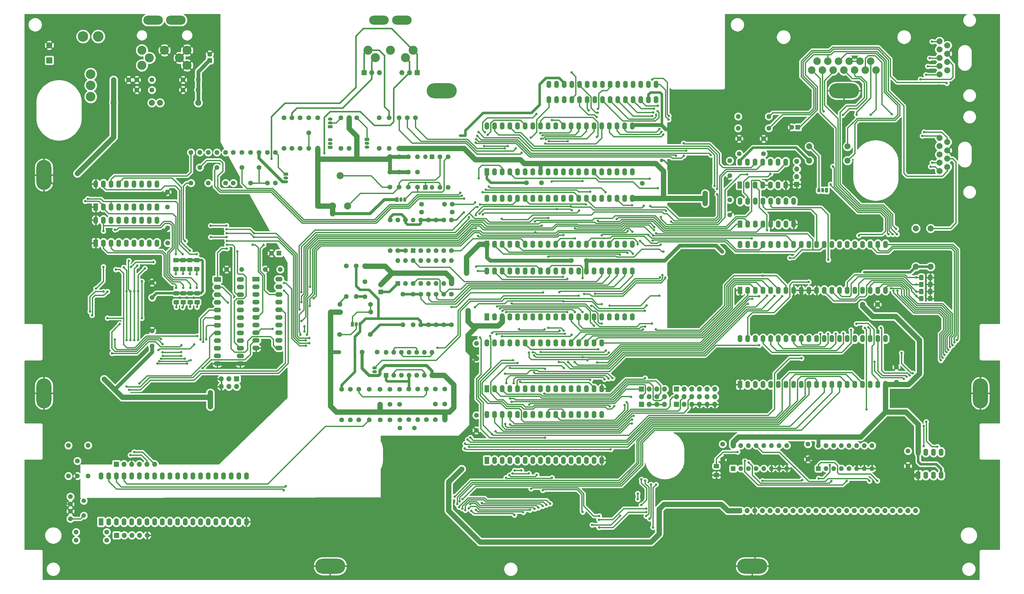
<source format=gbl>
G04 #@! TF.GenerationSoftware,KiCad,Pcbnew,(5.1.0)-1*
G04 #@! TF.CreationDate,2020-11-24T21:59:56+01:00*
G04 #@! TF.ProjectId,Atari 130XE,41746172-6920-4313-9330-58452e6b6963,1.1*
G04 #@! TF.SameCoordinates,Original*
G04 #@! TF.FileFunction,Copper,L2,Bot*
G04 #@! TF.FilePolarity,Positive*
%FSLAX46Y46*%
G04 Gerber Fmt 4.6, Leading zero omitted, Abs format (unit mm)*
G04 Created by KiCad (PCBNEW (5.1.0)-1) date 2020-11-24 21:59:56*
%MOMM*%
%LPD*%
G04 APERTURE LIST*
%ADD10C,1.600000*%
%ADD11R,1.600000X1.600000*%
%ADD12O,1.700000X1.700000*%
%ADD13R,1.700000X1.700000*%
%ADD14R,1.050000X1.500000*%
%ADD15O,1.050000X1.500000*%
%ADD16O,1.600000X2.400000*%
%ADD17R,1.600000X2.400000*%
%ADD18R,1.500000X1.050000*%
%ADD19O,1.500000X1.050000*%
%ADD20O,2.400000X1.600000*%
%ADD21R,2.400000X1.600000*%
%ADD22O,1.600000X1.600000*%
%ADD23O,1.500000X1.500000*%
%ADD24R,1.500000X1.500000*%
%ADD25C,1.500000*%
%ADD26O,2.000000X2.000000*%
%ADD27C,2.000000*%
%ADD28C,0.100000*%
%ADD29C,1.425000*%
%ADD30C,2.500000*%
%ADD31C,2.340000*%
%ADD32O,6.500000X3.000000*%
%ADD33C,3.000000*%
%ADD34C,3.500000*%
%ADD35C,3.200000*%
%ADD36R,2.000000X2.000000*%
%ADD37O,5.000000X10.000000*%
%ADD38O,10.000000X5.000000*%
%ADD39C,0.800000*%
%ADD40C,1.000000*%
%ADD41C,1.200000*%
%ADD42C,0.900000*%
%ADD43C,0.406400*%
%ADD44C,1.270000*%
%ADD45C,0.508000*%
%ADD46C,0.812800*%
%ADD47C,0.609600*%
%ADD48C,1.016000*%
%ADD49C,1.778000*%
%ADD50C,0.254000*%
G04 APERTURE END LIST*
D10*
X296129800Y-81174800D03*
D11*
X298129800Y-81174800D03*
D12*
X253933800Y-170659000D03*
X253933800Y-173199000D03*
X251393800Y-170659000D03*
X251393800Y-173199000D03*
X248853800Y-170659000D03*
X248853800Y-173199000D03*
X246313800Y-170659000D03*
D13*
X246313800Y-173199000D03*
D10*
X56144000Y-186838800D03*
X56144000Y-196998800D03*
X135900000Y-88159800D03*
X119390000Y-94506000D03*
X119390000Y-89506000D03*
X138846400Y-88159800D03*
X138846400Y-77999800D03*
X162773200Y-91004600D03*
X165821200Y-91004600D03*
X168869200Y-91004600D03*
X171917200Y-91004600D03*
X173288800Y-106701800D03*
X177860800Y-178253600D03*
X181035800Y-178253600D03*
X166075200Y-178329800D03*
X162824000Y-178329800D03*
X159572800Y-178329800D03*
X154518200Y-127225000D03*
X94171600Y-68754200D03*
X99171600Y-68754200D03*
X78855400Y-68779600D03*
X83855400Y-68779600D03*
D12*
X297799600Y-92477800D03*
X297799600Y-95017800D03*
X297799600Y-97557800D03*
D13*
X297799600Y-100097800D03*
D10*
X58709400Y-218309400D03*
X68869400Y-218309400D03*
X58684000Y-215617000D03*
X68844000Y-215617000D03*
D12*
X82255200Y-216658400D03*
X79715200Y-216658400D03*
X77175200Y-216658400D03*
X74635200Y-216658400D03*
D13*
X72095200Y-216658400D03*
D12*
X84719000Y-193036400D03*
X82179000Y-193036400D03*
X79639000Y-193036400D03*
X77099000Y-193036400D03*
X74559000Y-193036400D03*
D13*
X72019000Y-193036400D03*
D12*
X166786400Y-63064600D03*
X169326400Y-63064600D03*
D13*
X171866400Y-63064600D03*
D12*
X159369600Y-63064600D03*
X156829600Y-63064600D03*
D13*
X154289600Y-63064600D03*
D10*
X123500000Y-123000000D03*
D11*
X126000000Y-123000000D03*
D10*
X127670400Y-88159800D03*
X127670400Y-77999800D03*
X130337400Y-88159800D03*
X130337400Y-77999800D03*
X133029800Y-77999800D03*
X133029800Y-88159800D03*
X135900000Y-78003600D03*
X135900000Y-83003600D03*
D14*
X307654800Y-102079000D03*
D15*
X305114800Y-102079000D03*
X306384800Y-102079000D03*
D12*
X270621600Y-168119000D03*
X268081600Y-168119000D03*
X265541600Y-168119000D03*
X263001600Y-168119000D03*
X260461600Y-168119000D03*
D13*
X257921600Y-168119000D03*
D12*
X270621600Y-170659000D03*
X270621600Y-173199000D03*
X268081600Y-170659000D03*
X268081600Y-173199000D03*
X265541600Y-170659000D03*
X265541600Y-173199000D03*
X263001600Y-170659000D03*
X263001600Y-173199000D03*
X260461600Y-170659000D03*
X260461600Y-173199000D03*
X257921600Y-170659000D03*
D13*
X257921600Y-173199000D03*
D16*
X195000000Y-176526400D03*
X233100000Y-191766400D03*
X197540000Y-176526400D03*
X230560000Y-191766400D03*
X200080000Y-176526400D03*
X228020000Y-191766400D03*
X202620000Y-176526400D03*
X225480000Y-191766400D03*
X205160000Y-176526400D03*
X222940000Y-191766400D03*
X207700000Y-176526400D03*
X220400000Y-191766400D03*
X210240000Y-176526400D03*
X217860000Y-191766400D03*
X212780000Y-176526400D03*
X215320000Y-191766400D03*
X215320000Y-176526400D03*
X212780000Y-191766400D03*
X217860000Y-176526400D03*
X210240000Y-191766400D03*
X220400000Y-176526400D03*
X207700000Y-191766400D03*
X222940000Y-176526400D03*
X205160000Y-191766400D03*
X225480000Y-176526400D03*
X202620000Y-191766400D03*
X228020000Y-176526400D03*
X200080000Y-191766400D03*
X230560000Y-176526400D03*
X197540000Y-191766400D03*
X233100000Y-176526400D03*
D17*
X195000000Y-191766400D03*
D12*
X253933800Y-168119000D03*
X251393800Y-168119000D03*
X248853800Y-168119000D03*
D13*
X246313800Y-168119000D03*
D18*
X142986600Y-87804200D03*
D19*
X142986600Y-85264200D03*
X142986600Y-86534200D03*
D18*
X143012000Y-80946200D03*
D19*
X143012000Y-78406200D03*
X143012000Y-79676200D03*
D18*
X157700000Y-163610000D03*
D19*
X157700000Y-161070000D03*
X157700000Y-162340000D03*
D18*
X155204000Y-85238800D03*
D19*
X155204000Y-87778800D03*
X155204000Y-86508800D03*
D14*
X150352600Y-146605200D03*
D15*
X152892600Y-146605200D03*
X151622600Y-146605200D03*
D14*
X165160800Y-105152400D03*
D15*
X167700800Y-105152400D03*
X166430800Y-105152400D03*
D10*
X96809400Y-99666000D03*
X96809400Y-89506000D03*
X168539000Y-78050600D03*
X168539000Y-88210600D03*
X171282200Y-78050600D03*
X171282200Y-88210600D03*
X165821200Y-78050600D03*
X165821200Y-88210600D03*
D16*
X278978200Y-105736600D03*
X296758200Y-113356600D03*
X281518200Y-105736600D03*
X294218200Y-113356600D03*
X284058200Y-105736600D03*
X291678200Y-113356600D03*
X286598200Y-105736600D03*
X289138200Y-113356600D03*
X289138200Y-105736600D03*
X286598200Y-113356600D03*
X291678200Y-105736600D03*
X284058200Y-113356600D03*
X294218200Y-105736600D03*
X281518200Y-113356600D03*
X296758200Y-105736600D03*
D17*
X278978200Y-113356600D03*
D16*
X278927400Y-92706400D03*
X294167400Y-100326400D03*
X281467400Y-92706400D03*
X291627400Y-100326400D03*
X284007400Y-92706400D03*
X289087400Y-100326400D03*
X286547400Y-92706400D03*
X286547400Y-100326400D03*
X289087400Y-92706400D03*
X284007400Y-100326400D03*
X291627400Y-92706400D03*
X281467400Y-100326400D03*
X294167400Y-92706400D03*
D17*
X278927400Y-100326400D03*
D20*
X113160800Y-131695400D03*
X105540800Y-159635400D03*
X113160800Y-134235400D03*
X105540800Y-157095400D03*
X113160800Y-136775400D03*
X105540800Y-154555400D03*
X113160800Y-139315400D03*
X105540800Y-152015400D03*
X113160800Y-141855400D03*
X105540800Y-149475400D03*
X113160800Y-144395400D03*
X105540800Y-146935400D03*
X113160800Y-146935400D03*
X105540800Y-144395400D03*
X113160800Y-149475400D03*
X105540800Y-141855400D03*
X113160800Y-152015400D03*
X105540800Y-139315400D03*
X113160800Y-154555400D03*
X105540800Y-136775400D03*
X113160800Y-157095400D03*
X105540800Y-134235400D03*
X113160800Y-159635400D03*
D21*
X105540800Y-131695400D03*
D16*
X195005800Y-128926800D03*
X243265800Y-144166800D03*
X197545800Y-128926800D03*
X240725800Y-144166800D03*
X200085800Y-128926800D03*
X238185800Y-144166800D03*
X202625800Y-128926800D03*
X235645800Y-144166800D03*
X205165800Y-128926800D03*
X233105800Y-144166800D03*
X207705800Y-128926800D03*
X230565800Y-144166800D03*
X210245800Y-128926800D03*
X228025800Y-144166800D03*
X212785800Y-128926800D03*
X225485800Y-144166800D03*
X215325800Y-128926800D03*
X222945800Y-144166800D03*
X217865800Y-128926800D03*
X220405800Y-144166800D03*
X220405800Y-128926800D03*
X217865800Y-144166800D03*
X222945800Y-128926800D03*
X215325800Y-144166800D03*
X225485800Y-128926800D03*
X212785800Y-144166800D03*
X228025800Y-128926800D03*
X210245800Y-144166800D03*
X230565800Y-128926800D03*
X207705800Y-144166800D03*
X233105800Y-128926800D03*
X205165800Y-144166800D03*
X235645800Y-128926800D03*
X202625800Y-144166800D03*
X238185800Y-128926800D03*
X200085800Y-144166800D03*
X240725800Y-128926800D03*
X197545800Y-144166800D03*
X243265800Y-128926800D03*
D17*
X195005800Y-144166800D03*
D10*
X159522000Y-173169800D03*
X159522000Y-168169800D03*
X166071600Y-168173600D03*
X166071600Y-173173600D03*
D22*
X155970000Y-178320000D03*
D10*
X155970000Y-168160000D03*
X162824000Y-173169800D03*
X162824000Y-168169800D03*
D22*
X161525400Y-155887000D03*
X176765400Y-163507000D03*
X164065400Y-155887000D03*
X174225400Y-163507000D03*
X166605400Y-155887000D03*
X171685400Y-163507000D03*
X169145400Y-155887000D03*
X169145400Y-163507000D03*
X171685400Y-155887000D03*
X166605400Y-163507000D03*
X174225400Y-155887000D03*
X164065400Y-163507000D03*
X176765400Y-155887000D03*
D11*
X161525400Y-163507000D03*
D10*
X153550000Y-155850000D03*
X158550000Y-155850000D03*
X152442200Y-178336800D03*
X152442200Y-168176800D03*
X169101000Y-168086800D03*
X169101000Y-178246800D03*
X146797400Y-168200400D03*
X146797400Y-178360400D03*
X174915000Y-168086800D03*
X174915000Y-178246800D03*
X149648200Y-168200400D03*
X149648200Y-178360400D03*
D22*
X172038000Y-178246800D03*
D10*
X172038000Y-168086800D03*
X177860800Y-168097400D03*
X177860800Y-173097400D03*
X181035800Y-173093600D03*
X181035800Y-168093600D03*
D22*
X62671800Y-196973400D03*
D10*
X62671800Y-186813400D03*
X159293400Y-78050600D03*
X159293400Y-88210600D03*
X151825800Y-88185200D03*
X151825800Y-78025200D03*
X149235000Y-78025200D03*
X149235000Y-88185200D03*
D22*
X162519200Y-88210600D03*
D10*
X162519200Y-78050600D03*
X124825600Y-89506000D03*
X124825600Y-99666000D03*
X122209400Y-99666000D03*
X122209400Y-89506000D03*
X116545200Y-89506000D03*
X116545200Y-99666000D03*
X108264800Y-89506000D03*
X108264800Y-99666000D03*
X110855600Y-89506000D03*
X110855600Y-99666000D03*
D18*
X128254600Y-96719600D03*
D19*
X128254600Y-99259600D03*
X128254600Y-97989600D03*
D10*
X105420000Y-89509800D03*
X105420000Y-94509800D03*
X113700400Y-89509800D03*
X113700400Y-94509800D03*
X179380000Y-101090000D03*
X179380000Y-90930000D03*
X182102600Y-90928400D03*
X182102600Y-101088400D03*
D23*
X174558800Y-90979200D03*
D24*
X174558800Y-101139200D03*
D23*
X176819400Y-101139200D03*
D24*
X176819400Y-90979200D03*
D10*
X173288800Y-109318000D03*
X183448800Y-109318000D03*
X102549800Y-89506000D03*
X102549800Y-99666000D03*
X99705000Y-89509800D03*
X99705000Y-94509800D03*
X162874800Y-122094200D03*
X162874800Y-111934200D03*
X165414800Y-111934200D03*
X165414800Y-122094200D03*
X183245600Y-122094200D03*
X183245600Y-111934200D03*
D23*
X170520200Y-111985000D03*
D24*
X170520200Y-122145000D03*
D10*
X173060200Y-122094200D03*
X173060200Y-111934200D03*
X175600200Y-122094200D03*
X175600200Y-111934200D03*
X178140200Y-122094200D03*
X178140200Y-111934200D03*
X180680200Y-122094200D03*
X180680200Y-111934200D03*
X167954800Y-111934200D03*
X167954800Y-122094200D03*
D22*
X146568000Y-78025200D03*
D10*
X146568000Y-88185200D03*
X156413200Y-139954000D03*
X146253200Y-139954000D03*
X146263200Y-142541200D03*
X156423200Y-142541200D03*
X156296200Y-149958000D03*
X146136200Y-149958000D03*
D22*
X148295200Y-137385000D03*
D10*
X148295200Y-127225000D03*
D22*
X151597200Y-137385000D03*
D10*
X151597200Y-127225000D03*
X159725200Y-133361000D03*
D11*
X159725200Y-135861000D03*
D10*
X170520200Y-136623000D03*
X170520200Y-146783000D03*
X183220200Y-136623000D03*
X183220200Y-146783000D03*
X175600200Y-136623000D03*
X175600200Y-146783000D03*
X178140200Y-136623000D03*
X178140200Y-146783000D03*
X180680200Y-136623000D03*
X180680200Y-146783000D03*
X173060200Y-136623000D03*
X173060200Y-146783000D03*
D22*
X167091200Y-146783000D03*
D10*
X167091200Y-136623000D03*
X286801400Y-84963200D03*
X286801400Y-89963200D03*
X183434200Y-106701800D03*
X180934200Y-106701800D03*
D22*
X278343200Y-77568000D03*
D10*
X288503200Y-77568000D03*
D22*
X278343200Y-81479600D03*
D10*
X288503200Y-81479600D03*
D25*
X61224000Y-210103000D03*
X61224000Y-205203000D03*
D12*
X106850000Y-167280000D03*
X106850000Y-164740000D03*
X109390000Y-167280000D03*
X109390000Y-164740000D03*
X111930000Y-167280000D03*
D13*
X111930000Y-164740000D03*
D10*
X56779000Y-206306000D03*
X56779000Y-203806000D03*
X56779000Y-208672000D03*
X56779000Y-211172000D03*
D26*
X301955200Y-92227400D03*
D27*
X314655200Y-92227400D03*
D26*
X301955200Y-87528400D03*
D27*
X314655200Y-87528400D03*
D26*
X342214200Y-127457200D03*
D27*
X342214200Y-114757200D03*
D26*
X337312000Y-127457200D03*
D27*
X337312000Y-114757200D03*
D26*
X71120000Y-73025000D03*
D27*
X83820000Y-73025000D03*
D26*
X86489000Y-73025000D03*
D27*
X99189000Y-73025000D03*
D10*
X154518200Y-137432000D03*
X154518200Y-132432000D03*
D16*
X338100000Y-189070000D03*
X345720000Y-196690000D03*
X340640000Y-189070000D03*
X343180000Y-196690000D03*
X343180000Y-189070000D03*
X340640000Y-196690000D03*
X345720000Y-189070000D03*
D17*
X338100000Y-196690000D03*
D28*
G36*
X271779104Y-195946204D02*
G01*
X271803373Y-195949804D01*
X271827171Y-195955765D01*
X271850271Y-195964030D01*
X271872449Y-195974520D01*
X271893493Y-195987133D01*
X271913198Y-196001747D01*
X271931377Y-196018223D01*
X271947853Y-196036402D01*
X271962467Y-196056107D01*
X271975080Y-196077151D01*
X271985570Y-196099329D01*
X271993835Y-196122429D01*
X271999796Y-196146227D01*
X272003396Y-196170496D01*
X272004600Y-196195000D01*
X272004600Y-197120000D01*
X272003396Y-197144504D01*
X271999796Y-197168773D01*
X271993835Y-197192571D01*
X271985570Y-197215671D01*
X271975080Y-197237849D01*
X271962467Y-197258893D01*
X271947853Y-197278598D01*
X271931377Y-197296777D01*
X271913198Y-197313253D01*
X271893493Y-197327867D01*
X271872449Y-197340480D01*
X271850271Y-197350970D01*
X271827171Y-197359235D01*
X271803373Y-197365196D01*
X271779104Y-197368796D01*
X271754600Y-197370000D01*
X270504600Y-197370000D01*
X270480096Y-197368796D01*
X270455827Y-197365196D01*
X270432029Y-197359235D01*
X270408929Y-197350970D01*
X270386751Y-197340480D01*
X270365707Y-197327867D01*
X270346002Y-197313253D01*
X270327823Y-197296777D01*
X270311347Y-197278598D01*
X270296733Y-197258893D01*
X270284120Y-197237849D01*
X270273630Y-197215671D01*
X270265365Y-197192571D01*
X270259404Y-197168773D01*
X270255804Y-197144504D01*
X270254600Y-197120000D01*
X270254600Y-196195000D01*
X270255804Y-196170496D01*
X270259404Y-196146227D01*
X270265365Y-196122429D01*
X270273630Y-196099329D01*
X270284120Y-196077151D01*
X270296733Y-196056107D01*
X270311347Y-196036402D01*
X270327823Y-196018223D01*
X270346002Y-196001747D01*
X270365707Y-195987133D01*
X270386751Y-195974520D01*
X270408929Y-195964030D01*
X270432029Y-195955765D01*
X270455827Y-195949804D01*
X270480096Y-195946204D01*
X270504600Y-195945000D01*
X271754600Y-195945000D01*
X271779104Y-195946204D01*
X271779104Y-195946204D01*
G37*
D29*
X271129600Y-196657500D03*
D28*
G36*
X271779104Y-192971204D02*
G01*
X271803373Y-192974804D01*
X271827171Y-192980765D01*
X271850271Y-192989030D01*
X271872449Y-192999520D01*
X271893493Y-193012133D01*
X271913198Y-193026747D01*
X271931377Y-193043223D01*
X271947853Y-193061402D01*
X271962467Y-193081107D01*
X271975080Y-193102151D01*
X271985570Y-193124329D01*
X271993835Y-193147429D01*
X271999796Y-193171227D01*
X272003396Y-193195496D01*
X272004600Y-193220000D01*
X272004600Y-194145000D01*
X272003396Y-194169504D01*
X271999796Y-194193773D01*
X271993835Y-194217571D01*
X271985570Y-194240671D01*
X271975080Y-194262849D01*
X271962467Y-194283893D01*
X271947853Y-194303598D01*
X271931377Y-194321777D01*
X271913198Y-194338253D01*
X271893493Y-194352867D01*
X271872449Y-194365480D01*
X271850271Y-194375970D01*
X271827171Y-194384235D01*
X271803373Y-194390196D01*
X271779104Y-194393796D01*
X271754600Y-194395000D01*
X270504600Y-194395000D01*
X270480096Y-194393796D01*
X270455827Y-194390196D01*
X270432029Y-194384235D01*
X270408929Y-194375970D01*
X270386751Y-194365480D01*
X270365707Y-194352867D01*
X270346002Y-194338253D01*
X270327823Y-194321777D01*
X270311347Y-194303598D01*
X270296733Y-194283893D01*
X270284120Y-194262849D01*
X270273630Y-194240671D01*
X270265365Y-194217571D01*
X270259404Y-194193773D01*
X270255804Y-194169504D01*
X270254600Y-194145000D01*
X270254600Y-193220000D01*
X270255804Y-193195496D01*
X270259404Y-193171227D01*
X270265365Y-193147429D01*
X270273630Y-193124329D01*
X270284120Y-193102151D01*
X270296733Y-193081107D01*
X270311347Y-193061402D01*
X270327823Y-193043223D01*
X270346002Y-193026747D01*
X270365707Y-193012133D01*
X270386751Y-192999520D01*
X270408929Y-192989030D01*
X270432029Y-192980765D01*
X270455827Y-192974804D01*
X270480096Y-192971204D01*
X270504600Y-192970000D01*
X271754600Y-192970000D01*
X271779104Y-192971204D01*
X271779104Y-192971204D01*
G37*
D29*
X271129600Y-193682500D03*
D12*
X337220000Y-208500000D03*
X334680000Y-208500000D03*
X332140000Y-208500000D03*
X329600000Y-208500000D03*
X327060000Y-208500000D03*
X324520000Y-208500000D03*
X321980000Y-208500000D03*
X319440000Y-208500000D03*
X316900000Y-208500000D03*
X314360000Y-208500000D03*
X311820000Y-208500000D03*
X309280000Y-208500000D03*
X306740000Y-208500000D03*
X304200000Y-208500000D03*
X301660000Y-208500000D03*
X299120000Y-208500000D03*
X296580000Y-208500000D03*
X294040000Y-208500000D03*
X291500000Y-208500000D03*
X288960000Y-208500000D03*
X286420000Y-208500000D03*
X283880000Y-208500000D03*
X281340000Y-208500000D03*
D13*
X278800000Y-208500000D03*
D10*
X273240500Y-191372500D03*
X273240500Y-186372500D03*
X301523400Y-191410600D03*
X301523400Y-186410600D03*
D22*
X276700000Y-186864000D03*
X294480000Y-194484000D03*
X279240000Y-186864000D03*
X291940000Y-194484000D03*
X281780000Y-186864000D03*
X289400000Y-194484000D03*
X284320000Y-186864000D03*
X286860000Y-194484000D03*
X286860000Y-186864000D03*
X284320000Y-194484000D03*
X289400000Y-186864000D03*
X281780000Y-194484000D03*
X291940000Y-186864000D03*
X279240000Y-194484000D03*
X294480000Y-186864000D03*
D11*
X276700000Y-194484000D03*
D22*
X305000000Y-186864000D03*
X322780000Y-194484000D03*
X307540000Y-186864000D03*
X320240000Y-194484000D03*
X310080000Y-186864000D03*
X317700000Y-194484000D03*
X312620000Y-186864000D03*
X315160000Y-194484000D03*
X315160000Y-186864000D03*
X312620000Y-194484000D03*
X317700000Y-186864000D03*
X310080000Y-194484000D03*
X320240000Y-186864000D03*
X307540000Y-194484000D03*
X322780000Y-186864000D03*
D11*
X305000000Y-194484000D03*
D16*
X279000000Y-120053100D03*
X327260000Y-135293100D03*
X281540000Y-120053100D03*
X324720000Y-135293100D03*
X284080000Y-120053100D03*
X322180000Y-135293100D03*
X286620000Y-120053100D03*
X319640000Y-135293100D03*
X289160000Y-120053100D03*
X317100000Y-135293100D03*
X291700000Y-120053100D03*
X314560000Y-135293100D03*
X294240000Y-120053100D03*
X312020000Y-135293100D03*
X296780000Y-120053100D03*
X309480000Y-135293100D03*
X299320000Y-120053100D03*
X306940000Y-135293100D03*
X301860000Y-120053100D03*
X304400000Y-135293100D03*
X304400000Y-120053100D03*
X301860000Y-135293100D03*
X306940000Y-120053100D03*
X299320000Y-135293100D03*
X309480000Y-120053100D03*
X296780000Y-135293100D03*
X312020000Y-120053100D03*
X294240000Y-135293100D03*
X314560000Y-120053100D03*
X291700000Y-135293100D03*
X317100000Y-120053100D03*
X289160000Y-135293100D03*
X319640000Y-120053100D03*
X286620000Y-135293100D03*
X322180000Y-120053100D03*
X284080000Y-135293100D03*
X324720000Y-120053100D03*
X281540000Y-135293100D03*
X327260000Y-120053100D03*
D17*
X279000000Y-135293100D03*
D30*
X302740000Y-62200000D03*
X304520000Y-59200000D03*
X308080000Y-59200000D03*
X311640000Y-59200000D03*
X315200000Y-59200000D03*
X318760000Y-59200000D03*
X322320000Y-59200000D03*
X306300000Y-62200000D03*
X309860000Y-62200000D03*
X313420000Y-62200000D03*
X316980000Y-62200000D03*
X320540000Y-62200000D03*
X324100000Y-62200000D03*
D10*
X324608200Y-140004800D03*
X319608200Y-140004800D03*
D28*
G36*
X342588504Y-130164804D02*
G01*
X342612773Y-130168404D01*
X342636571Y-130174365D01*
X342659671Y-130182630D01*
X342681849Y-130193120D01*
X342702893Y-130205733D01*
X342722598Y-130220347D01*
X342740777Y-130236823D01*
X342757253Y-130255002D01*
X342771867Y-130274707D01*
X342784480Y-130295751D01*
X342794970Y-130317929D01*
X342803235Y-130341029D01*
X342809196Y-130364827D01*
X342812796Y-130389096D01*
X342814000Y-130413600D01*
X342814000Y-131663600D01*
X342812796Y-131688104D01*
X342809196Y-131712373D01*
X342803235Y-131736171D01*
X342794970Y-131759271D01*
X342784480Y-131781449D01*
X342771867Y-131802493D01*
X342757253Y-131822198D01*
X342740777Y-131840377D01*
X342722598Y-131856853D01*
X342702893Y-131871467D01*
X342681849Y-131884080D01*
X342659671Y-131894570D01*
X342636571Y-131902835D01*
X342612773Y-131908796D01*
X342588504Y-131912396D01*
X342564000Y-131913600D01*
X341639000Y-131913600D01*
X341614496Y-131912396D01*
X341590227Y-131908796D01*
X341566429Y-131902835D01*
X341543329Y-131894570D01*
X341521151Y-131884080D01*
X341500107Y-131871467D01*
X341480402Y-131856853D01*
X341462223Y-131840377D01*
X341445747Y-131822198D01*
X341431133Y-131802493D01*
X341418520Y-131781449D01*
X341408030Y-131759271D01*
X341399765Y-131736171D01*
X341393804Y-131712373D01*
X341390204Y-131688104D01*
X341389000Y-131663600D01*
X341389000Y-130413600D01*
X341390204Y-130389096D01*
X341393804Y-130364827D01*
X341399765Y-130341029D01*
X341408030Y-130317929D01*
X341418520Y-130295751D01*
X341431133Y-130274707D01*
X341445747Y-130255002D01*
X341462223Y-130236823D01*
X341480402Y-130220347D01*
X341500107Y-130205733D01*
X341521151Y-130193120D01*
X341543329Y-130182630D01*
X341566429Y-130174365D01*
X341590227Y-130168404D01*
X341614496Y-130164804D01*
X341639000Y-130163600D01*
X342564000Y-130163600D01*
X342588504Y-130164804D01*
X342588504Y-130164804D01*
G37*
D29*
X342101500Y-131038600D03*
D28*
G36*
X339613504Y-130164804D02*
G01*
X339637773Y-130168404D01*
X339661571Y-130174365D01*
X339684671Y-130182630D01*
X339706849Y-130193120D01*
X339727893Y-130205733D01*
X339747598Y-130220347D01*
X339765777Y-130236823D01*
X339782253Y-130255002D01*
X339796867Y-130274707D01*
X339809480Y-130295751D01*
X339819970Y-130317929D01*
X339828235Y-130341029D01*
X339834196Y-130364827D01*
X339837796Y-130389096D01*
X339839000Y-130413600D01*
X339839000Y-131663600D01*
X339837796Y-131688104D01*
X339834196Y-131712373D01*
X339828235Y-131736171D01*
X339819970Y-131759271D01*
X339809480Y-131781449D01*
X339796867Y-131802493D01*
X339782253Y-131822198D01*
X339765777Y-131840377D01*
X339747598Y-131856853D01*
X339727893Y-131871467D01*
X339706849Y-131884080D01*
X339684671Y-131894570D01*
X339661571Y-131902835D01*
X339637773Y-131908796D01*
X339613504Y-131912396D01*
X339589000Y-131913600D01*
X338664000Y-131913600D01*
X338639496Y-131912396D01*
X338615227Y-131908796D01*
X338591429Y-131902835D01*
X338568329Y-131894570D01*
X338546151Y-131884080D01*
X338525107Y-131871467D01*
X338505402Y-131856853D01*
X338487223Y-131840377D01*
X338470747Y-131822198D01*
X338456133Y-131802493D01*
X338443520Y-131781449D01*
X338433030Y-131759271D01*
X338424765Y-131736171D01*
X338418804Y-131712373D01*
X338415204Y-131688104D01*
X338414000Y-131663600D01*
X338414000Y-130413600D01*
X338415204Y-130389096D01*
X338418804Y-130364827D01*
X338424765Y-130341029D01*
X338433030Y-130317929D01*
X338443520Y-130295751D01*
X338456133Y-130274707D01*
X338470747Y-130255002D01*
X338487223Y-130236823D01*
X338505402Y-130220347D01*
X338525107Y-130205733D01*
X338546151Y-130193120D01*
X338568329Y-130182630D01*
X338591429Y-130174365D01*
X338615227Y-130168404D01*
X338639496Y-130164804D01*
X338664000Y-130163600D01*
X339589000Y-130163600D01*
X339613504Y-130164804D01*
X339613504Y-130164804D01*
G37*
D29*
X339126500Y-131038600D03*
D28*
G36*
X342588504Y-132501604D02*
G01*
X342612773Y-132505204D01*
X342636571Y-132511165D01*
X342659671Y-132519430D01*
X342681849Y-132529920D01*
X342702893Y-132542533D01*
X342722598Y-132557147D01*
X342740777Y-132573623D01*
X342757253Y-132591802D01*
X342771867Y-132611507D01*
X342784480Y-132632551D01*
X342794970Y-132654729D01*
X342803235Y-132677829D01*
X342809196Y-132701627D01*
X342812796Y-132725896D01*
X342814000Y-132750400D01*
X342814000Y-134000400D01*
X342812796Y-134024904D01*
X342809196Y-134049173D01*
X342803235Y-134072971D01*
X342794970Y-134096071D01*
X342784480Y-134118249D01*
X342771867Y-134139293D01*
X342757253Y-134158998D01*
X342740777Y-134177177D01*
X342722598Y-134193653D01*
X342702893Y-134208267D01*
X342681849Y-134220880D01*
X342659671Y-134231370D01*
X342636571Y-134239635D01*
X342612773Y-134245596D01*
X342588504Y-134249196D01*
X342564000Y-134250400D01*
X341639000Y-134250400D01*
X341614496Y-134249196D01*
X341590227Y-134245596D01*
X341566429Y-134239635D01*
X341543329Y-134231370D01*
X341521151Y-134220880D01*
X341500107Y-134208267D01*
X341480402Y-134193653D01*
X341462223Y-134177177D01*
X341445747Y-134158998D01*
X341431133Y-134139293D01*
X341418520Y-134118249D01*
X341408030Y-134096071D01*
X341399765Y-134072971D01*
X341393804Y-134049173D01*
X341390204Y-134024904D01*
X341389000Y-134000400D01*
X341389000Y-132750400D01*
X341390204Y-132725896D01*
X341393804Y-132701627D01*
X341399765Y-132677829D01*
X341408030Y-132654729D01*
X341418520Y-132632551D01*
X341431133Y-132611507D01*
X341445747Y-132591802D01*
X341462223Y-132573623D01*
X341480402Y-132557147D01*
X341500107Y-132542533D01*
X341521151Y-132529920D01*
X341543329Y-132519430D01*
X341566429Y-132511165D01*
X341590227Y-132505204D01*
X341614496Y-132501604D01*
X341639000Y-132500400D01*
X342564000Y-132500400D01*
X342588504Y-132501604D01*
X342588504Y-132501604D01*
G37*
D29*
X342101500Y-133375400D03*
D28*
G36*
X339613504Y-132501604D02*
G01*
X339637773Y-132505204D01*
X339661571Y-132511165D01*
X339684671Y-132519430D01*
X339706849Y-132529920D01*
X339727893Y-132542533D01*
X339747598Y-132557147D01*
X339765777Y-132573623D01*
X339782253Y-132591802D01*
X339796867Y-132611507D01*
X339809480Y-132632551D01*
X339819970Y-132654729D01*
X339828235Y-132677829D01*
X339834196Y-132701627D01*
X339837796Y-132725896D01*
X339839000Y-132750400D01*
X339839000Y-134000400D01*
X339837796Y-134024904D01*
X339834196Y-134049173D01*
X339828235Y-134072971D01*
X339819970Y-134096071D01*
X339809480Y-134118249D01*
X339796867Y-134139293D01*
X339782253Y-134158998D01*
X339765777Y-134177177D01*
X339747598Y-134193653D01*
X339727893Y-134208267D01*
X339706849Y-134220880D01*
X339684671Y-134231370D01*
X339661571Y-134239635D01*
X339637773Y-134245596D01*
X339613504Y-134249196D01*
X339589000Y-134250400D01*
X338664000Y-134250400D01*
X338639496Y-134249196D01*
X338615227Y-134245596D01*
X338591429Y-134239635D01*
X338568329Y-134231370D01*
X338546151Y-134220880D01*
X338525107Y-134208267D01*
X338505402Y-134193653D01*
X338487223Y-134177177D01*
X338470747Y-134158998D01*
X338456133Y-134139293D01*
X338443520Y-134118249D01*
X338433030Y-134096071D01*
X338424765Y-134072971D01*
X338418804Y-134049173D01*
X338415204Y-134024904D01*
X338414000Y-134000400D01*
X338414000Y-132750400D01*
X338415204Y-132725896D01*
X338418804Y-132701627D01*
X338424765Y-132677829D01*
X338433030Y-132654729D01*
X338443520Y-132632551D01*
X338456133Y-132611507D01*
X338470747Y-132591802D01*
X338487223Y-132573623D01*
X338505402Y-132557147D01*
X338525107Y-132542533D01*
X338546151Y-132529920D01*
X338568329Y-132519430D01*
X338591429Y-132511165D01*
X338615227Y-132505204D01*
X338639496Y-132501604D01*
X338664000Y-132500400D01*
X339589000Y-132500400D01*
X339613504Y-132501604D01*
X339613504Y-132501604D01*
G37*
D29*
X339126500Y-133375400D03*
D28*
G36*
X342588504Y-134838404D02*
G01*
X342612773Y-134842004D01*
X342636571Y-134847965D01*
X342659671Y-134856230D01*
X342681849Y-134866720D01*
X342702893Y-134879333D01*
X342722598Y-134893947D01*
X342740777Y-134910423D01*
X342757253Y-134928602D01*
X342771867Y-134948307D01*
X342784480Y-134969351D01*
X342794970Y-134991529D01*
X342803235Y-135014629D01*
X342809196Y-135038427D01*
X342812796Y-135062696D01*
X342814000Y-135087200D01*
X342814000Y-136337200D01*
X342812796Y-136361704D01*
X342809196Y-136385973D01*
X342803235Y-136409771D01*
X342794970Y-136432871D01*
X342784480Y-136455049D01*
X342771867Y-136476093D01*
X342757253Y-136495798D01*
X342740777Y-136513977D01*
X342722598Y-136530453D01*
X342702893Y-136545067D01*
X342681849Y-136557680D01*
X342659671Y-136568170D01*
X342636571Y-136576435D01*
X342612773Y-136582396D01*
X342588504Y-136585996D01*
X342564000Y-136587200D01*
X341639000Y-136587200D01*
X341614496Y-136585996D01*
X341590227Y-136582396D01*
X341566429Y-136576435D01*
X341543329Y-136568170D01*
X341521151Y-136557680D01*
X341500107Y-136545067D01*
X341480402Y-136530453D01*
X341462223Y-136513977D01*
X341445747Y-136495798D01*
X341431133Y-136476093D01*
X341418520Y-136455049D01*
X341408030Y-136432871D01*
X341399765Y-136409771D01*
X341393804Y-136385973D01*
X341390204Y-136361704D01*
X341389000Y-136337200D01*
X341389000Y-135087200D01*
X341390204Y-135062696D01*
X341393804Y-135038427D01*
X341399765Y-135014629D01*
X341408030Y-134991529D01*
X341418520Y-134969351D01*
X341431133Y-134948307D01*
X341445747Y-134928602D01*
X341462223Y-134910423D01*
X341480402Y-134893947D01*
X341500107Y-134879333D01*
X341521151Y-134866720D01*
X341543329Y-134856230D01*
X341566429Y-134847965D01*
X341590227Y-134842004D01*
X341614496Y-134838404D01*
X341639000Y-134837200D01*
X342564000Y-134837200D01*
X342588504Y-134838404D01*
X342588504Y-134838404D01*
G37*
D29*
X342101500Y-135712200D03*
D28*
G36*
X339613504Y-134838404D02*
G01*
X339637773Y-134842004D01*
X339661571Y-134847965D01*
X339684671Y-134856230D01*
X339706849Y-134866720D01*
X339727893Y-134879333D01*
X339747598Y-134893947D01*
X339765777Y-134910423D01*
X339782253Y-134928602D01*
X339796867Y-134948307D01*
X339809480Y-134969351D01*
X339819970Y-134991529D01*
X339828235Y-135014629D01*
X339834196Y-135038427D01*
X339837796Y-135062696D01*
X339839000Y-135087200D01*
X339839000Y-136337200D01*
X339837796Y-136361704D01*
X339834196Y-136385973D01*
X339828235Y-136409771D01*
X339819970Y-136432871D01*
X339809480Y-136455049D01*
X339796867Y-136476093D01*
X339782253Y-136495798D01*
X339765777Y-136513977D01*
X339747598Y-136530453D01*
X339727893Y-136545067D01*
X339706849Y-136557680D01*
X339684671Y-136568170D01*
X339661571Y-136576435D01*
X339637773Y-136582396D01*
X339613504Y-136585996D01*
X339589000Y-136587200D01*
X338664000Y-136587200D01*
X338639496Y-136585996D01*
X338615227Y-136582396D01*
X338591429Y-136576435D01*
X338568329Y-136568170D01*
X338546151Y-136557680D01*
X338525107Y-136545067D01*
X338505402Y-136530453D01*
X338487223Y-136513977D01*
X338470747Y-136495798D01*
X338456133Y-136476093D01*
X338443520Y-136455049D01*
X338433030Y-136432871D01*
X338424765Y-136409771D01*
X338418804Y-136385973D01*
X338415204Y-136361704D01*
X338414000Y-136337200D01*
X338414000Y-135087200D01*
X338415204Y-135062696D01*
X338418804Y-135038427D01*
X338424765Y-135014629D01*
X338433030Y-134991529D01*
X338443520Y-134969351D01*
X338456133Y-134948307D01*
X338470747Y-134928602D01*
X338487223Y-134910423D01*
X338505402Y-134893947D01*
X338525107Y-134879333D01*
X338546151Y-134866720D01*
X338568329Y-134856230D01*
X338591429Y-134847965D01*
X338615227Y-134842004D01*
X338639496Y-134838404D01*
X338664000Y-134837200D01*
X339589000Y-134837200D01*
X339613504Y-134838404D01*
X339613504Y-134838404D01*
G37*
D29*
X339126500Y-135712200D03*
D28*
G36*
X342575804Y-137175204D02*
G01*
X342600073Y-137178804D01*
X342623871Y-137184765D01*
X342646971Y-137193030D01*
X342669149Y-137203520D01*
X342690193Y-137216133D01*
X342709898Y-137230747D01*
X342728077Y-137247223D01*
X342744553Y-137265402D01*
X342759167Y-137285107D01*
X342771780Y-137306151D01*
X342782270Y-137328329D01*
X342790535Y-137351429D01*
X342796496Y-137375227D01*
X342800096Y-137399496D01*
X342801300Y-137424000D01*
X342801300Y-138674000D01*
X342800096Y-138698504D01*
X342796496Y-138722773D01*
X342790535Y-138746571D01*
X342782270Y-138769671D01*
X342771780Y-138791849D01*
X342759167Y-138812893D01*
X342744553Y-138832598D01*
X342728077Y-138850777D01*
X342709898Y-138867253D01*
X342690193Y-138881867D01*
X342669149Y-138894480D01*
X342646971Y-138904970D01*
X342623871Y-138913235D01*
X342600073Y-138919196D01*
X342575804Y-138922796D01*
X342551300Y-138924000D01*
X341626300Y-138924000D01*
X341601796Y-138922796D01*
X341577527Y-138919196D01*
X341553729Y-138913235D01*
X341530629Y-138904970D01*
X341508451Y-138894480D01*
X341487407Y-138881867D01*
X341467702Y-138867253D01*
X341449523Y-138850777D01*
X341433047Y-138832598D01*
X341418433Y-138812893D01*
X341405820Y-138791849D01*
X341395330Y-138769671D01*
X341387065Y-138746571D01*
X341381104Y-138722773D01*
X341377504Y-138698504D01*
X341376300Y-138674000D01*
X341376300Y-137424000D01*
X341377504Y-137399496D01*
X341381104Y-137375227D01*
X341387065Y-137351429D01*
X341395330Y-137328329D01*
X341405820Y-137306151D01*
X341418433Y-137285107D01*
X341433047Y-137265402D01*
X341449523Y-137247223D01*
X341467702Y-137230747D01*
X341487407Y-137216133D01*
X341508451Y-137203520D01*
X341530629Y-137193030D01*
X341553729Y-137184765D01*
X341577527Y-137178804D01*
X341601796Y-137175204D01*
X341626300Y-137174000D01*
X342551300Y-137174000D01*
X342575804Y-137175204D01*
X342575804Y-137175204D01*
G37*
D29*
X342088800Y-138049000D03*
D28*
G36*
X339600804Y-137175204D02*
G01*
X339625073Y-137178804D01*
X339648871Y-137184765D01*
X339671971Y-137193030D01*
X339694149Y-137203520D01*
X339715193Y-137216133D01*
X339734898Y-137230747D01*
X339753077Y-137247223D01*
X339769553Y-137265402D01*
X339784167Y-137285107D01*
X339796780Y-137306151D01*
X339807270Y-137328329D01*
X339815535Y-137351429D01*
X339821496Y-137375227D01*
X339825096Y-137399496D01*
X339826300Y-137424000D01*
X339826300Y-138674000D01*
X339825096Y-138698504D01*
X339821496Y-138722773D01*
X339815535Y-138746571D01*
X339807270Y-138769671D01*
X339796780Y-138791849D01*
X339784167Y-138812893D01*
X339769553Y-138832598D01*
X339753077Y-138850777D01*
X339734898Y-138867253D01*
X339715193Y-138881867D01*
X339694149Y-138894480D01*
X339671971Y-138904970D01*
X339648871Y-138913235D01*
X339625073Y-138919196D01*
X339600804Y-138922796D01*
X339576300Y-138924000D01*
X338651300Y-138924000D01*
X338626796Y-138922796D01*
X338602527Y-138919196D01*
X338578729Y-138913235D01*
X338555629Y-138904970D01*
X338533451Y-138894480D01*
X338512407Y-138881867D01*
X338492702Y-138867253D01*
X338474523Y-138850777D01*
X338458047Y-138832598D01*
X338443433Y-138812893D01*
X338430820Y-138791849D01*
X338420330Y-138769671D01*
X338412065Y-138746571D01*
X338406104Y-138722773D01*
X338402504Y-138698504D01*
X338401300Y-138674000D01*
X338401300Y-137424000D01*
X338402504Y-137399496D01*
X338406104Y-137375227D01*
X338412065Y-137351429D01*
X338420330Y-137328329D01*
X338430820Y-137306151D01*
X338443433Y-137285107D01*
X338458047Y-137265402D01*
X338474523Y-137247223D01*
X338492702Y-137230747D01*
X338512407Y-137216133D01*
X338533451Y-137203520D01*
X338555629Y-137193030D01*
X338578729Y-137184765D01*
X338602527Y-137178804D01*
X338626796Y-137175204D01*
X338651300Y-137174000D01*
X339576300Y-137174000D01*
X339600804Y-137175204D01*
X339600804Y-137175204D01*
G37*
D29*
X339113800Y-138049000D03*
D10*
X330850000Y-160810000D03*
X330850000Y-165810000D03*
D27*
X347760000Y-86065000D03*
X347760000Y-88815000D03*
X347760000Y-91565000D03*
X347760000Y-94315000D03*
X345160000Y-84690000D03*
X345160000Y-87440000D03*
X345160000Y-95690000D03*
X345160000Y-92940000D03*
X345160000Y-90190000D03*
X347760000Y-53975000D03*
X347760000Y-56725000D03*
X347760000Y-59475000D03*
X347760000Y-62225000D03*
X345160000Y-52600000D03*
X345160000Y-55350000D03*
X345160000Y-63600000D03*
X345160000Y-60850000D03*
X345160000Y-58100000D03*
D16*
X279000000Y-151371300D03*
X327260000Y-166611300D03*
X281540000Y-151371300D03*
X324720000Y-166611300D03*
X284080000Y-151371300D03*
X322180000Y-166611300D03*
X286620000Y-151371300D03*
X319640000Y-166611300D03*
X289160000Y-151371300D03*
X317100000Y-166611300D03*
X291700000Y-151371300D03*
X314560000Y-166611300D03*
X294240000Y-151371300D03*
X312020000Y-166611300D03*
X296780000Y-151371300D03*
X309480000Y-166611300D03*
X299320000Y-151371300D03*
X306940000Y-166611300D03*
X301860000Y-151371300D03*
X304400000Y-166611300D03*
X304400000Y-151371300D03*
X301860000Y-166611300D03*
X306940000Y-151371300D03*
X299320000Y-166611300D03*
X309480000Y-151371300D03*
X296780000Y-166611300D03*
X312020000Y-151371300D03*
X294240000Y-166611300D03*
X314560000Y-151371300D03*
X291700000Y-166611300D03*
X317100000Y-151371300D03*
X289160000Y-166611300D03*
X319640000Y-151371300D03*
X286620000Y-166611300D03*
X322180000Y-151371300D03*
X284080000Y-166611300D03*
X324720000Y-151371300D03*
X281540000Y-166611300D03*
X327260000Y-151371300D03*
D17*
X279000000Y-166611300D03*
D10*
X334670400Y-193671200D03*
X334670400Y-188671200D03*
X246550000Y-99760000D03*
X246550000Y-104760000D03*
X208116000Y-99640600D03*
X213116000Y-99640600D03*
D16*
X195000000Y-152760000D03*
X233100000Y-168000000D03*
X197540000Y-152760000D03*
X230560000Y-168000000D03*
X200080000Y-152760000D03*
X228020000Y-168000000D03*
X202620000Y-152760000D03*
X225480000Y-168000000D03*
X205160000Y-152760000D03*
X222940000Y-168000000D03*
X207700000Y-152760000D03*
X220400000Y-168000000D03*
X210240000Y-152760000D03*
X217860000Y-168000000D03*
X212780000Y-152760000D03*
X215320000Y-168000000D03*
X215320000Y-152760000D03*
X212780000Y-168000000D03*
X217860000Y-152760000D03*
X210240000Y-168000000D03*
X220400000Y-152760000D03*
X207700000Y-168000000D03*
X222940000Y-152760000D03*
X205160000Y-168000000D03*
X225480000Y-152760000D03*
X202620000Y-168000000D03*
X228020000Y-152760000D03*
X200080000Y-168000000D03*
X230560000Y-152760000D03*
X197540000Y-168000000D03*
X233100000Y-152760000D03*
D17*
X195000000Y-168000000D03*
D10*
X191490600Y-157933400D03*
X191490600Y-152933400D03*
D16*
X215600000Y-71960000D03*
X218140000Y-71960000D03*
X220680000Y-71960000D03*
X223220000Y-71960000D03*
X225760000Y-71960000D03*
X228300000Y-71960000D03*
X230840000Y-71960000D03*
X233380000Y-71960000D03*
X235920000Y-71960000D03*
X238460000Y-71960000D03*
X241000000Y-71960000D03*
X243540000Y-71960000D03*
X246080000Y-71960000D03*
X248620000Y-71960000D03*
X251160000Y-71960000D03*
X215600000Y-66880000D03*
X218140000Y-66880000D03*
X220680000Y-66880000D03*
X223220000Y-66880000D03*
X225760000Y-66880000D03*
X228300000Y-66880000D03*
X230840000Y-66880000D03*
X233380000Y-66880000D03*
X235920000Y-66880000D03*
X238460000Y-66880000D03*
X241000000Y-66880000D03*
X243540000Y-66880000D03*
X246080000Y-66880000D03*
X248620000Y-66880000D03*
X251160000Y-66880000D03*
D10*
X191490600Y-181784000D03*
X191490600Y-176784000D03*
D25*
X170975200Y-181047600D03*
X166075200Y-181047600D03*
D22*
X165440200Y-125447000D03*
X183220200Y-133067000D03*
X167980200Y-125447000D03*
X180680200Y-133067000D03*
X170520200Y-125447000D03*
X178140200Y-133067000D03*
X173060200Y-125447000D03*
X175600200Y-133067000D03*
X175600200Y-125447000D03*
X173060200Y-133067000D03*
X178140200Y-125447000D03*
X170520200Y-133067000D03*
X180680200Y-125447000D03*
X167980200Y-133067000D03*
X183220200Y-125447000D03*
D11*
X165440200Y-133067000D03*
D31*
X148767800Y-107264200D03*
X146267800Y-97264200D03*
X143767800Y-107264200D03*
D32*
X159200000Y-45540000D03*
X166800000Y-45540000D03*
D33*
X158000000Y-58040000D03*
X168000000Y-58040000D03*
X170500000Y-55540000D03*
X155500000Y-55540000D03*
X163000000Y-55540000D03*
D10*
X278698800Y-84937800D03*
X278698800Y-89937800D03*
X162773200Y-101059200D03*
X162773200Y-96059200D03*
X165821200Y-101059200D03*
X165821200Y-96059200D03*
X168869200Y-101059200D03*
X168869200Y-96059200D03*
X171917200Y-101059200D03*
X171917200Y-96059200D03*
X76120000Y-65405000D03*
X71120000Y-65405000D03*
D16*
X66939000Y-196948000D03*
X115199000Y-212188000D03*
X69479000Y-196948000D03*
X112659000Y-212188000D03*
X72019000Y-196948000D03*
X110119000Y-212188000D03*
X74559000Y-196948000D03*
X107579000Y-212188000D03*
X77099000Y-196948000D03*
X105039000Y-212188000D03*
X79639000Y-196948000D03*
X102499000Y-212188000D03*
X82179000Y-196948000D03*
X99959000Y-212188000D03*
X84719000Y-196948000D03*
X97419000Y-212188000D03*
X87259000Y-196948000D03*
X94879000Y-212188000D03*
X89799000Y-196948000D03*
X92339000Y-212188000D03*
X92339000Y-196948000D03*
X89799000Y-212188000D03*
X94879000Y-196948000D03*
X87259000Y-212188000D03*
X97419000Y-196948000D03*
X84719000Y-212188000D03*
X99959000Y-196948000D03*
X82179000Y-212188000D03*
X102499000Y-196948000D03*
X79639000Y-212188000D03*
X105039000Y-196948000D03*
X77099000Y-212188000D03*
X107579000Y-196948000D03*
X74559000Y-212188000D03*
X110119000Y-196948000D03*
X72019000Y-212188000D03*
X112659000Y-196948000D03*
X69479000Y-212188000D03*
X115199000Y-196948000D03*
D17*
X66939000Y-212188000D03*
D20*
X125987800Y-131619200D03*
X118367800Y-154479200D03*
X125987800Y-134159200D03*
X118367800Y-151939200D03*
X125987800Y-136699200D03*
X118367800Y-149399200D03*
X125987800Y-139239200D03*
X118367800Y-146859200D03*
X125987800Y-141779200D03*
X118367800Y-144319200D03*
X125987800Y-144319200D03*
X118367800Y-141779200D03*
X125987800Y-146859200D03*
X118367800Y-139239200D03*
X125987800Y-149399200D03*
X118367800Y-136699200D03*
X125987800Y-151939200D03*
X118367800Y-134159200D03*
X125987800Y-154479200D03*
D21*
X118367800Y-131619200D03*
D10*
X275600000Y-110279400D03*
X275600000Y-105279400D03*
X275574600Y-97223800D03*
X275574600Y-92223800D03*
X223025800Y-125447000D03*
X228025800Y-125447000D03*
X59110000Y-196990000D03*
X59110000Y-191990000D03*
X83890000Y-132680000D03*
X83890000Y-137680000D03*
X89050000Y-114620000D03*
X89050000Y-119620000D03*
X88970000Y-102620000D03*
X88970000Y-107620000D03*
D16*
X65220400Y-100009000D03*
X85540400Y-107629000D03*
X67760400Y-100009000D03*
X83000400Y-107629000D03*
X70300400Y-100009000D03*
X80460400Y-107629000D03*
X72840400Y-100009000D03*
X77920400Y-107629000D03*
X75380400Y-100009000D03*
X75380400Y-107629000D03*
X77920400Y-100009000D03*
X72840400Y-107629000D03*
X80460400Y-100009000D03*
X70300400Y-107629000D03*
X83000400Y-100009000D03*
X67760400Y-107629000D03*
X85540400Y-100009000D03*
D17*
X65220400Y-107629000D03*
D16*
X65220400Y-112009000D03*
X85540400Y-119629000D03*
X67760400Y-112009000D03*
X83000400Y-119629000D03*
X70300400Y-112009000D03*
X80460400Y-119629000D03*
X72840400Y-112009000D03*
X77920400Y-119629000D03*
X75380400Y-112009000D03*
X75380400Y-119629000D03*
X77920400Y-112009000D03*
X72840400Y-119629000D03*
X80460400Y-112009000D03*
X70300400Y-119629000D03*
X83000400Y-112009000D03*
X67760400Y-119629000D03*
X85540400Y-112009000D03*
D17*
X65220400Y-119629000D03*
D28*
G36*
X92566504Y-138533604D02*
G01*
X92590773Y-138537204D01*
X92614571Y-138543165D01*
X92637671Y-138551430D01*
X92659849Y-138561920D01*
X92680893Y-138574533D01*
X92700598Y-138589147D01*
X92718777Y-138605623D01*
X92735253Y-138623802D01*
X92749867Y-138643507D01*
X92762480Y-138664551D01*
X92772970Y-138686729D01*
X92781235Y-138709829D01*
X92787196Y-138733627D01*
X92790796Y-138757896D01*
X92792000Y-138782400D01*
X92792000Y-139707400D01*
X92790796Y-139731904D01*
X92787196Y-139756173D01*
X92781235Y-139779971D01*
X92772970Y-139803071D01*
X92762480Y-139825249D01*
X92749867Y-139846293D01*
X92735253Y-139865998D01*
X92718777Y-139884177D01*
X92700598Y-139900653D01*
X92680893Y-139915267D01*
X92659849Y-139927880D01*
X92637671Y-139938370D01*
X92614571Y-139946635D01*
X92590773Y-139952596D01*
X92566504Y-139956196D01*
X92542000Y-139957400D01*
X91292000Y-139957400D01*
X91267496Y-139956196D01*
X91243227Y-139952596D01*
X91219429Y-139946635D01*
X91196329Y-139938370D01*
X91174151Y-139927880D01*
X91153107Y-139915267D01*
X91133402Y-139900653D01*
X91115223Y-139884177D01*
X91098747Y-139865998D01*
X91084133Y-139846293D01*
X91071520Y-139825249D01*
X91061030Y-139803071D01*
X91052765Y-139779971D01*
X91046804Y-139756173D01*
X91043204Y-139731904D01*
X91042000Y-139707400D01*
X91042000Y-138782400D01*
X91043204Y-138757896D01*
X91046804Y-138733627D01*
X91052765Y-138709829D01*
X91061030Y-138686729D01*
X91071520Y-138664551D01*
X91084133Y-138643507D01*
X91098747Y-138623802D01*
X91115223Y-138605623D01*
X91133402Y-138589147D01*
X91153107Y-138574533D01*
X91174151Y-138561920D01*
X91196329Y-138551430D01*
X91219429Y-138543165D01*
X91243227Y-138537204D01*
X91267496Y-138533604D01*
X91292000Y-138532400D01*
X92542000Y-138532400D01*
X92566504Y-138533604D01*
X92566504Y-138533604D01*
G37*
D29*
X91917000Y-139244900D03*
D28*
G36*
X92566504Y-135558604D02*
G01*
X92590773Y-135562204D01*
X92614571Y-135568165D01*
X92637671Y-135576430D01*
X92659849Y-135586920D01*
X92680893Y-135599533D01*
X92700598Y-135614147D01*
X92718777Y-135630623D01*
X92735253Y-135648802D01*
X92749867Y-135668507D01*
X92762480Y-135689551D01*
X92772970Y-135711729D01*
X92781235Y-135734829D01*
X92787196Y-135758627D01*
X92790796Y-135782896D01*
X92792000Y-135807400D01*
X92792000Y-136732400D01*
X92790796Y-136756904D01*
X92787196Y-136781173D01*
X92781235Y-136804971D01*
X92772970Y-136828071D01*
X92762480Y-136850249D01*
X92749867Y-136871293D01*
X92735253Y-136890998D01*
X92718777Y-136909177D01*
X92700598Y-136925653D01*
X92680893Y-136940267D01*
X92659849Y-136952880D01*
X92637671Y-136963370D01*
X92614571Y-136971635D01*
X92590773Y-136977596D01*
X92566504Y-136981196D01*
X92542000Y-136982400D01*
X91292000Y-136982400D01*
X91267496Y-136981196D01*
X91243227Y-136977596D01*
X91219429Y-136971635D01*
X91196329Y-136963370D01*
X91174151Y-136952880D01*
X91153107Y-136940267D01*
X91133402Y-136925653D01*
X91115223Y-136909177D01*
X91098747Y-136890998D01*
X91084133Y-136871293D01*
X91071520Y-136850249D01*
X91061030Y-136828071D01*
X91052765Y-136804971D01*
X91046804Y-136781173D01*
X91043204Y-136756904D01*
X91042000Y-136732400D01*
X91042000Y-135807400D01*
X91043204Y-135782896D01*
X91046804Y-135758627D01*
X91052765Y-135734829D01*
X91061030Y-135711729D01*
X91071520Y-135689551D01*
X91084133Y-135668507D01*
X91098747Y-135648802D01*
X91115223Y-135630623D01*
X91133402Y-135614147D01*
X91153107Y-135599533D01*
X91174151Y-135586920D01*
X91196329Y-135576430D01*
X91219429Y-135568165D01*
X91243227Y-135562204D01*
X91267496Y-135558604D01*
X91292000Y-135557400D01*
X92542000Y-135557400D01*
X92566504Y-135558604D01*
X92566504Y-135558604D01*
G37*
D29*
X91917000Y-136269900D03*
D28*
G36*
X94877904Y-138533604D02*
G01*
X94902173Y-138537204D01*
X94925971Y-138543165D01*
X94949071Y-138551430D01*
X94971249Y-138561920D01*
X94992293Y-138574533D01*
X95011998Y-138589147D01*
X95030177Y-138605623D01*
X95046653Y-138623802D01*
X95061267Y-138643507D01*
X95073880Y-138664551D01*
X95084370Y-138686729D01*
X95092635Y-138709829D01*
X95098596Y-138733627D01*
X95102196Y-138757896D01*
X95103400Y-138782400D01*
X95103400Y-139707400D01*
X95102196Y-139731904D01*
X95098596Y-139756173D01*
X95092635Y-139779971D01*
X95084370Y-139803071D01*
X95073880Y-139825249D01*
X95061267Y-139846293D01*
X95046653Y-139865998D01*
X95030177Y-139884177D01*
X95011998Y-139900653D01*
X94992293Y-139915267D01*
X94971249Y-139927880D01*
X94949071Y-139938370D01*
X94925971Y-139946635D01*
X94902173Y-139952596D01*
X94877904Y-139956196D01*
X94853400Y-139957400D01*
X93603400Y-139957400D01*
X93578896Y-139956196D01*
X93554627Y-139952596D01*
X93530829Y-139946635D01*
X93507729Y-139938370D01*
X93485551Y-139927880D01*
X93464507Y-139915267D01*
X93444802Y-139900653D01*
X93426623Y-139884177D01*
X93410147Y-139865998D01*
X93395533Y-139846293D01*
X93382920Y-139825249D01*
X93372430Y-139803071D01*
X93364165Y-139779971D01*
X93358204Y-139756173D01*
X93354604Y-139731904D01*
X93353400Y-139707400D01*
X93353400Y-138782400D01*
X93354604Y-138757896D01*
X93358204Y-138733627D01*
X93364165Y-138709829D01*
X93372430Y-138686729D01*
X93382920Y-138664551D01*
X93395533Y-138643507D01*
X93410147Y-138623802D01*
X93426623Y-138605623D01*
X93444802Y-138589147D01*
X93464507Y-138574533D01*
X93485551Y-138561920D01*
X93507729Y-138551430D01*
X93530829Y-138543165D01*
X93554627Y-138537204D01*
X93578896Y-138533604D01*
X93603400Y-138532400D01*
X94853400Y-138532400D01*
X94877904Y-138533604D01*
X94877904Y-138533604D01*
G37*
D29*
X94228400Y-139244900D03*
D28*
G36*
X94877904Y-135558604D02*
G01*
X94902173Y-135562204D01*
X94925971Y-135568165D01*
X94949071Y-135576430D01*
X94971249Y-135586920D01*
X94992293Y-135599533D01*
X95011998Y-135614147D01*
X95030177Y-135630623D01*
X95046653Y-135648802D01*
X95061267Y-135668507D01*
X95073880Y-135689551D01*
X95084370Y-135711729D01*
X95092635Y-135734829D01*
X95098596Y-135758627D01*
X95102196Y-135782896D01*
X95103400Y-135807400D01*
X95103400Y-136732400D01*
X95102196Y-136756904D01*
X95098596Y-136781173D01*
X95092635Y-136804971D01*
X95084370Y-136828071D01*
X95073880Y-136850249D01*
X95061267Y-136871293D01*
X95046653Y-136890998D01*
X95030177Y-136909177D01*
X95011998Y-136925653D01*
X94992293Y-136940267D01*
X94971249Y-136952880D01*
X94949071Y-136963370D01*
X94925971Y-136971635D01*
X94902173Y-136977596D01*
X94877904Y-136981196D01*
X94853400Y-136982400D01*
X93603400Y-136982400D01*
X93578896Y-136981196D01*
X93554627Y-136977596D01*
X93530829Y-136971635D01*
X93507729Y-136963370D01*
X93485551Y-136952880D01*
X93464507Y-136940267D01*
X93444802Y-136925653D01*
X93426623Y-136909177D01*
X93410147Y-136890998D01*
X93395533Y-136871293D01*
X93382920Y-136850249D01*
X93372430Y-136828071D01*
X93364165Y-136804971D01*
X93358204Y-136781173D01*
X93354604Y-136756904D01*
X93353400Y-136732400D01*
X93353400Y-135807400D01*
X93354604Y-135782896D01*
X93358204Y-135758627D01*
X93364165Y-135734829D01*
X93372430Y-135711729D01*
X93382920Y-135689551D01*
X93395533Y-135668507D01*
X93410147Y-135648802D01*
X93426623Y-135630623D01*
X93444802Y-135614147D01*
X93464507Y-135599533D01*
X93485551Y-135586920D01*
X93507729Y-135576430D01*
X93530829Y-135568165D01*
X93554627Y-135562204D01*
X93578896Y-135558604D01*
X93603400Y-135557400D01*
X94853400Y-135557400D01*
X94877904Y-135558604D01*
X94877904Y-135558604D01*
G37*
D29*
X94228400Y-136269900D03*
D28*
G36*
X97189304Y-138533604D02*
G01*
X97213573Y-138537204D01*
X97237371Y-138543165D01*
X97260471Y-138551430D01*
X97282649Y-138561920D01*
X97303693Y-138574533D01*
X97323398Y-138589147D01*
X97341577Y-138605623D01*
X97358053Y-138623802D01*
X97372667Y-138643507D01*
X97385280Y-138664551D01*
X97395770Y-138686729D01*
X97404035Y-138709829D01*
X97409996Y-138733627D01*
X97413596Y-138757896D01*
X97414800Y-138782400D01*
X97414800Y-139707400D01*
X97413596Y-139731904D01*
X97409996Y-139756173D01*
X97404035Y-139779971D01*
X97395770Y-139803071D01*
X97385280Y-139825249D01*
X97372667Y-139846293D01*
X97358053Y-139865998D01*
X97341577Y-139884177D01*
X97323398Y-139900653D01*
X97303693Y-139915267D01*
X97282649Y-139927880D01*
X97260471Y-139938370D01*
X97237371Y-139946635D01*
X97213573Y-139952596D01*
X97189304Y-139956196D01*
X97164800Y-139957400D01*
X95914800Y-139957400D01*
X95890296Y-139956196D01*
X95866027Y-139952596D01*
X95842229Y-139946635D01*
X95819129Y-139938370D01*
X95796951Y-139927880D01*
X95775907Y-139915267D01*
X95756202Y-139900653D01*
X95738023Y-139884177D01*
X95721547Y-139865998D01*
X95706933Y-139846293D01*
X95694320Y-139825249D01*
X95683830Y-139803071D01*
X95675565Y-139779971D01*
X95669604Y-139756173D01*
X95666004Y-139731904D01*
X95664800Y-139707400D01*
X95664800Y-138782400D01*
X95666004Y-138757896D01*
X95669604Y-138733627D01*
X95675565Y-138709829D01*
X95683830Y-138686729D01*
X95694320Y-138664551D01*
X95706933Y-138643507D01*
X95721547Y-138623802D01*
X95738023Y-138605623D01*
X95756202Y-138589147D01*
X95775907Y-138574533D01*
X95796951Y-138561920D01*
X95819129Y-138551430D01*
X95842229Y-138543165D01*
X95866027Y-138537204D01*
X95890296Y-138533604D01*
X95914800Y-138532400D01*
X97164800Y-138532400D01*
X97189304Y-138533604D01*
X97189304Y-138533604D01*
G37*
D29*
X96539800Y-139244900D03*
D28*
G36*
X97189304Y-135558604D02*
G01*
X97213573Y-135562204D01*
X97237371Y-135568165D01*
X97260471Y-135576430D01*
X97282649Y-135586920D01*
X97303693Y-135599533D01*
X97323398Y-135614147D01*
X97341577Y-135630623D01*
X97358053Y-135648802D01*
X97372667Y-135668507D01*
X97385280Y-135689551D01*
X97395770Y-135711729D01*
X97404035Y-135734829D01*
X97409996Y-135758627D01*
X97413596Y-135782896D01*
X97414800Y-135807400D01*
X97414800Y-136732400D01*
X97413596Y-136756904D01*
X97409996Y-136781173D01*
X97404035Y-136804971D01*
X97395770Y-136828071D01*
X97385280Y-136850249D01*
X97372667Y-136871293D01*
X97358053Y-136890998D01*
X97341577Y-136909177D01*
X97323398Y-136925653D01*
X97303693Y-136940267D01*
X97282649Y-136952880D01*
X97260471Y-136963370D01*
X97237371Y-136971635D01*
X97213573Y-136977596D01*
X97189304Y-136981196D01*
X97164800Y-136982400D01*
X95914800Y-136982400D01*
X95890296Y-136981196D01*
X95866027Y-136977596D01*
X95842229Y-136971635D01*
X95819129Y-136963370D01*
X95796951Y-136952880D01*
X95775907Y-136940267D01*
X95756202Y-136925653D01*
X95738023Y-136909177D01*
X95721547Y-136890998D01*
X95706933Y-136871293D01*
X95694320Y-136850249D01*
X95683830Y-136828071D01*
X95675565Y-136804971D01*
X95669604Y-136781173D01*
X95666004Y-136756904D01*
X95664800Y-136732400D01*
X95664800Y-135807400D01*
X95666004Y-135782896D01*
X95669604Y-135758627D01*
X95675565Y-135734829D01*
X95683830Y-135711729D01*
X95694320Y-135689551D01*
X95706933Y-135668507D01*
X95721547Y-135648802D01*
X95738023Y-135630623D01*
X95756202Y-135614147D01*
X95775907Y-135599533D01*
X95796951Y-135586920D01*
X95819129Y-135576430D01*
X95842229Y-135568165D01*
X95866027Y-135562204D01*
X95890296Y-135558604D01*
X95914800Y-135557400D01*
X97164800Y-135557400D01*
X97189304Y-135558604D01*
X97189304Y-135558604D01*
G37*
D29*
X96539800Y-136269900D03*
D28*
G36*
X99500704Y-138533604D02*
G01*
X99524973Y-138537204D01*
X99548771Y-138543165D01*
X99571871Y-138551430D01*
X99594049Y-138561920D01*
X99615093Y-138574533D01*
X99634798Y-138589147D01*
X99652977Y-138605623D01*
X99669453Y-138623802D01*
X99684067Y-138643507D01*
X99696680Y-138664551D01*
X99707170Y-138686729D01*
X99715435Y-138709829D01*
X99721396Y-138733627D01*
X99724996Y-138757896D01*
X99726200Y-138782400D01*
X99726200Y-139707400D01*
X99724996Y-139731904D01*
X99721396Y-139756173D01*
X99715435Y-139779971D01*
X99707170Y-139803071D01*
X99696680Y-139825249D01*
X99684067Y-139846293D01*
X99669453Y-139865998D01*
X99652977Y-139884177D01*
X99634798Y-139900653D01*
X99615093Y-139915267D01*
X99594049Y-139927880D01*
X99571871Y-139938370D01*
X99548771Y-139946635D01*
X99524973Y-139952596D01*
X99500704Y-139956196D01*
X99476200Y-139957400D01*
X98226200Y-139957400D01*
X98201696Y-139956196D01*
X98177427Y-139952596D01*
X98153629Y-139946635D01*
X98130529Y-139938370D01*
X98108351Y-139927880D01*
X98087307Y-139915267D01*
X98067602Y-139900653D01*
X98049423Y-139884177D01*
X98032947Y-139865998D01*
X98018333Y-139846293D01*
X98005720Y-139825249D01*
X97995230Y-139803071D01*
X97986965Y-139779971D01*
X97981004Y-139756173D01*
X97977404Y-139731904D01*
X97976200Y-139707400D01*
X97976200Y-138782400D01*
X97977404Y-138757896D01*
X97981004Y-138733627D01*
X97986965Y-138709829D01*
X97995230Y-138686729D01*
X98005720Y-138664551D01*
X98018333Y-138643507D01*
X98032947Y-138623802D01*
X98049423Y-138605623D01*
X98067602Y-138589147D01*
X98087307Y-138574533D01*
X98108351Y-138561920D01*
X98130529Y-138551430D01*
X98153629Y-138543165D01*
X98177427Y-138537204D01*
X98201696Y-138533604D01*
X98226200Y-138532400D01*
X99476200Y-138532400D01*
X99500704Y-138533604D01*
X99500704Y-138533604D01*
G37*
D29*
X98851200Y-139244900D03*
D28*
G36*
X99500704Y-135558604D02*
G01*
X99524973Y-135562204D01*
X99548771Y-135568165D01*
X99571871Y-135576430D01*
X99594049Y-135586920D01*
X99615093Y-135599533D01*
X99634798Y-135614147D01*
X99652977Y-135630623D01*
X99669453Y-135648802D01*
X99684067Y-135668507D01*
X99696680Y-135689551D01*
X99707170Y-135711729D01*
X99715435Y-135734829D01*
X99721396Y-135758627D01*
X99724996Y-135782896D01*
X99726200Y-135807400D01*
X99726200Y-136732400D01*
X99724996Y-136756904D01*
X99721396Y-136781173D01*
X99715435Y-136804971D01*
X99707170Y-136828071D01*
X99696680Y-136850249D01*
X99684067Y-136871293D01*
X99669453Y-136890998D01*
X99652977Y-136909177D01*
X99634798Y-136925653D01*
X99615093Y-136940267D01*
X99594049Y-136952880D01*
X99571871Y-136963370D01*
X99548771Y-136971635D01*
X99524973Y-136977596D01*
X99500704Y-136981196D01*
X99476200Y-136982400D01*
X98226200Y-136982400D01*
X98201696Y-136981196D01*
X98177427Y-136977596D01*
X98153629Y-136971635D01*
X98130529Y-136963370D01*
X98108351Y-136952880D01*
X98087307Y-136940267D01*
X98067602Y-136925653D01*
X98049423Y-136909177D01*
X98032947Y-136890998D01*
X98018333Y-136871293D01*
X98005720Y-136850249D01*
X97995230Y-136828071D01*
X97986965Y-136804971D01*
X97981004Y-136781173D01*
X97977404Y-136756904D01*
X97976200Y-136732400D01*
X97976200Y-135807400D01*
X97977404Y-135782896D01*
X97981004Y-135758627D01*
X97986965Y-135734829D01*
X97995230Y-135711729D01*
X98005720Y-135689551D01*
X98018333Y-135668507D01*
X98032947Y-135648802D01*
X98049423Y-135630623D01*
X98067602Y-135614147D01*
X98087307Y-135599533D01*
X98108351Y-135586920D01*
X98130529Y-135576430D01*
X98153629Y-135568165D01*
X98177427Y-135562204D01*
X98201696Y-135558604D01*
X98226200Y-135557400D01*
X99476200Y-135557400D01*
X99500704Y-135558604D01*
X99500704Y-135558604D01*
G37*
D29*
X98851200Y-136269900D03*
D28*
G36*
X92452104Y-127533604D02*
G01*
X92476373Y-127537204D01*
X92500171Y-127543165D01*
X92523271Y-127551430D01*
X92545449Y-127561920D01*
X92566493Y-127574533D01*
X92586198Y-127589147D01*
X92604377Y-127605623D01*
X92620853Y-127623802D01*
X92635467Y-127643507D01*
X92648080Y-127664551D01*
X92658570Y-127686729D01*
X92666835Y-127709829D01*
X92672796Y-127733627D01*
X92676396Y-127757896D01*
X92677600Y-127782400D01*
X92677600Y-128707400D01*
X92676396Y-128731904D01*
X92672796Y-128756173D01*
X92666835Y-128779971D01*
X92658570Y-128803071D01*
X92648080Y-128825249D01*
X92635467Y-128846293D01*
X92620853Y-128865998D01*
X92604377Y-128884177D01*
X92586198Y-128900653D01*
X92566493Y-128915267D01*
X92545449Y-128927880D01*
X92523271Y-128938370D01*
X92500171Y-128946635D01*
X92476373Y-128952596D01*
X92452104Y-128956196D01*
X92427600Y-128957400D01*
X91177600Y-128957400D01*
X91153096Y-128956196D01*
X91128827Y-128952596D01*
X91105029Y-128946635D01*
X91081929Y-128938370D01*
X91059751Y-128927880D01*
X91038707Y-128915267D01*
X91019002Y-128900653D01*
X91000823Y-128884177D01*
X90984347Y-128865998D01*
X90969733Y-128846293D01*
X90957120Y-128825249D01*
X90946630Y-128803071D01*
X90938365Y-128779971D01*
X90932404Y-128756173D01*
X90928804Y-128731904D01*
X90927600Y-128707400D01*
X90927600Y-127782400D01*
X90928804Y-127757896D01*
X90932404Y-127733627D01*
X90938365Y-127709829D01*
X90946630Y-127686729D01*
X90957120Y-127664551D01*
X90969733Y-127643507D01*
X90984347Y-127623802D01*
X91000823Y-127605623D01*
X91019002Y-127589147D01*
X91038707Y-127574533D01*
X91059751Y-127561920D01*
X91081929Y-127551430D01*
X91105029Y-127543165D01*
X91128827Y-127537204D01*
X91153096Y-127533604D01*
X91177600Y-127532400D01*
X92427600Y-127532400D01*
X92452104Y-127533604D01*
X92452104Y-127533604D01*
G37*
D29*
X91802600Y-128244900D03*
D28*
G36*
X92452104Y-124558604D02*
G01*
X92476373Y-124562204D01*
X92500171Y-124568165D01*
X92523271Y-124576430D01*
X92545449Y-124586920D01*
X92566493Y-124599533D01*
X92586198Y-124614147D01*
X92604377Y-124630623D01*
X92620853Y-124648802D01*
X92635467Y-124668507D01*
X92648080Y-124689551D01*
X92658570Y-124711729D01*
X92666835Y-124734829D01*
X92672796Y-124758627D01*
X92676396Y-124782896D01*
X92677600Y-124807400D01*
X92677600Y-125732400D01*
X92676396Y-125756904D01*
X92672796Y-125781173D01*
X92666835Y-125804971D01*
X92658570Y-125828071D01*
X92648080Y-125850249D01*
X92635467Y-125871293D01*
X92620853Y-125890998D01*
X92604377Y-125909177D01*
X92586198Y-125925653D01*
X92566493Y-125940267D01*
X92545449Y-125952880D01*
X92523271Y-125963370D01*
X92500171Y-125971635D01*
X92476373Y-125977596D01*
X92452104Y-125981196D01*
X92427600Y-125982400D01*
X91177600Y-125982400D01*
X91153096Y-125981196D01*
X91128827Y-125977596D01*
X91105029Y-125971635D01*
X91081929Y-125963370D01*
X91059751Y-125952880D01*
X91038707Y-125940267D01*
X91019002Y-125925653D01*
X91000823Y-125909177D01*
X90984347Y-125890998D01*
X90969733Y-125871293D01*
X90957120Y-125850249D01*
X90946630Y-125828071D01*
X90938365Y-125804971D01*
X90932404Y-125781173D01*
X90928804Y-125756904D01*
X90927600Y-125732400D01*
X90927600Y-124807400D01*
X90928804Y-124782896D01*
X90932404Y-124758627D01*
X90938365Y-124734829D01*
X90946630Y-124711729D01*
X90957120Y-124689551D01*
X90969733Y-124668507D01*
X90984347Y-124648802D01*
X91000823Y-124630623D01*
X91019002Y-124614147D01*
X91038707Y-124599533D01*
X91059751Y-124586920D01*
X91081929Y-124576430D01*
X91105029Y-124568165D01*
X91128827Y-124562204D01*
X91153096Y-124558604D01*
X91177600Y-124557400D01*
X92427600Y-124557400D01*
X92452104Y-124558604D01*
X92452104Y-124558604D01*
G37*
D29*
X91802600Y-125269900D03*
D28*
G36*
X94763504Y-127533604D02*
G01*
X94787773Y-127537204D01*
X94811571Y-127543165D01*
X94834671Y-127551430D01*
X94856849Y-127561920D01*
X94877893Y-127574533D01*
X94897598Y-127589147D01*
X94915777Y-127605623D01*
X94932253Y-127623802D01*
X94946867Y-127643507D01*
X94959480Y-127664551D01*
X94969970Y-127686729D01*
X94978235Y-127709829D01*
X94984196Y-127733627D01*
X94987796Y-127757896D01*
X94989000Y-127782400D01*
X94989000Y-128707400D01*
X94987796Y-128731904D01*
X94984196Y-128756173D01*
X94978235Y-128779971D01*
X94969970Y-128803071D01*
X94959480Y-128825249D01*
X94946867Y-128846293D01*
X94932253Y-128865998D01*
X94915777Y-128884177D01*
X94897598Y-128900653D01*
X94877893Y-128915267D01*
X94856849Y-128927880D01*
X94834671Y-128938370D01*
X94811571Y-128946635D01*
X94787773Y-128952596D01*
X94763504Y-128956196D01*
X94739000Y-128957400D01*
X93489000Y-128957400D01*
X93464496Y-128956196D01*
X93440227Y-128952596D01*
X93416429Y-128946635D01*
X93393329Y-128938370D01*
X93371151Y-128927880D01*
X93350107Y-128915267D01*
X93330402Y-128900653D01*
X93312223Y-128884177D01*
X93295747Y-128865998D01*
X93281133Y-128846293D01*
X93268520Y-128825249D01*
X93258030Y-128803071D01*
X93249765Y-128779971D01*
X93243804Y-128756173D01*
X93240204Y-128731904D01*
X93239000Y-128707400D01*
X93239000Y-127782400D01*
X93240204Y-127757896D01*
X93243804Y-127733627D01*
X93249765Y-127709829D01*
X93258030Y-127686729D01*
X93268520Y-127664551D01*
X93281133Y-127643507D01*
X93295747Y-127623802D01*
X93312223Y-127605623D01*
X93330402Y-127589147D01*
X93350107Y-127574533D01*
X93371151Y-127561920D01*
X93393329Y-127551430D01*
X93416429Y-127543165D01*
X93440227Y-127537204D01*
X93464496Y-127533604D01*
X93489000Y-127532400D01*
X94739000Y-127532400D01*
X94763504Y-127533604D01*
X94763504Y-127533604D01*
G37*
D29*
X94114000Y-128244900D03*
D28*
G36*
X94763504Y-124558604D02*
G01*
X94787773Y-124562204D01*
X94811571Y-124568165D01*
X94834671Y-124576430D01*
X94856849Y-124586920D01*
X94877893Y-124599533D01*
X94897598Y-124614147D01*
X94915777Y-124630623D01*
X94932253Y-124648802D01*
X94946867Y-124668507D01*
X94959480Y-124689551D01*
X94969970Y-124711729D01*
X94978235Y-124734829D01*
X94984196Y-124758627D01*
X94987796Y-124782896D01*
X94989000Y-124807400D01*
X94989000Y-125732400D01*
X94987796Y-125756904D01*
X94984196Y-125781173D01*
X94978235Y-125804971D01*
X94969970Y-125828071D01*
X94959480Y-125850249D01*
X94946867Y-125871293D01*
X94932253Y-125890998D01*
X94915777Y-125909177D01*
X94897598Y-125925653D01*
X94877893Y-125940267D01*
X94856849Y-125952880D01*
X94834671Y-125963370D01*
X94811571Y-125971635D01*
X94787773Y-125977596D01*
X94763504Y-125981196D01*
X94739000Y-125982400D01*
X93489000Y-125982400D01*
X93464496Y-125981196D01*
X93440227Y-125977596D01*
X93416429Y-125971635D01*
X93393329Y-125963370D01*
X93371151Y-125952880D01*
X93350107Y-125940267D01*
X93330402Y-125925653D01*
X93312223Y-125909177D01*
X93295747Y-125890998D01*
X93281133Y-125871293D01*
X93268520Y-125850249D01*
X93258030Y-125828071D01*
X93249765Y-125804971D01*
X93243804Y-125781173D01*
X93240204Y-125756904D01*
X93239000Y-125732400D01*
X93239000Y-124807400D01*
X93240204Y-124782896D01*
X93243804Y-124758627D01*
X93249765Y-124734829D01*
X93258030Y-124711729D01*
X93268520Y-124689551D01*
X93281133Y-124668507D01*
X93295747Y-124648802D01*
X93312223Y-124630623D01*
X93330402Y-124614147D01*
X93350107Y-124599533D01*
X93371151Y-124586920D01*
X93393329Y-124576430D01*
X93416429Y-124568165D01*
X93440227Y-124562204D01*
X93464496Y-124558604D01*
X93489000Y-124557400D01*
X94739000Y-124557400D01*
X94763504Y-124558604D01*
X94763504Y-124558604D01*
G37*
D29*
X94114000Y-125269900D03*
D28*
G36*
X97074904Y-127533604D02*
G01*
X97099173Y-127537204D01*
X97122971Y-127543165D01*
X97146071Y-127551430D01*
X97168249Y-127561920D01*
X97189293Y-127574533D01*
X97208998Y-127589147D01*
X97227177Y-127605623D01*
X97243653Y-127623802D01*
X97258267Y-127643507D01*
X97270880Y-127664551D01*
X97281370Y-127686729D01*
X97289635Y-127709829D01*
X97295596Y-127733627D01*
X97299196Y-127757896D01*
X97300400Y-127782400D01*
X97300400Y-128707400D01*
X97299196Y-128731904D01*
X97295596Y-128756173D01*
X97289635Y-128779971D01*
X97281370Y-128803071D01*
X97270880Y-128825249D01*
X97258267Y-128846293D01*
X97243653Y-128865998D01*
X97227177Y-128884177D01*
X97208998Y-128900653D01*
X97189293Y-128915267D01*
X97168249Y-128927880D01*
X97146071Y-128938370D01*
X97122971Y-128946635D01*
X97099173Y-128952596D01*
X97074904Y-128956196D01*
X97050400Y-128957400D01*
X95800400Y-128957400D01*
X95775896Y-128956196D01*
X95751627Y-128952596D01*
X95727829Y-128946635D01*
X95704729Y-128938370D01*
X95682551Y-128927880D01*
X95661507Y-128915267D01*
X95641802Y-128900653D01*
X95623623Y-128884177D01*
X95607147Y-128865998D01*
X95592533Y-128846293D01*
X95579920Y-128825249D01*
X95569430Y-128803071D01*
X95561165Y-128779971D01*
X95555204Y-128756173D01*
X95551604Y-128731904D01*
X95550400Y-128707400D01*
X95550400Y-127782400D01*
X95551604Y-127757896D01*
X95555204Y-127733627D01*
X95561165Y-127709829D01*
X95569430Y-127686729D01*
X95579920Y-127664551D01*
X95592533Y-127643507D01*
X95607147Y-127623802D01*
X95623623Y-127605623D01*
X95641802Y-127589147D01*
X95661507Y-127574533D01*
X95682551Y-127561920D01*
X95704729Y-127551430D01*
X95727829Y-127543165D01*
X95751627Y-127537204D01*
X95775896Y-127533604D01*
X95800400Y-127532400D01*
X97050400Y-127532400D01*
X97074904Y-127533604D01*
X97074904Y-127533604D01*
G37*
D29*
X96425400Y-128244900D03*
D28*
G36*
X97074904Y-124558604D02*
G01*
X97099173Y-124562204D01*
X97122971Y-124568165D01*
X97146071Y-124576430D01*
X97168249Y-124586920D01*
X97189293Y-124599533D01*
X97208998Y-124614147D01*
X97227177Y-124630623D01*
X97243653Y-124648802D01*
X97258267Y-124668507D01*
X97270880Y-124689551D01*
X97281370Y-124711729D01*
X97289635Y-124734829D01*
X97295596Y-124758627D01*
X97299196Y-124782896D01*
X97300400Y-124807400D01*
X97300400Y-125732400D01*
X97299196Y-125756904D01*
X97295596Y-125781173D01*
X97289635Y-125804971D01*
X97281370Y-125828071D01*
X97270880Y-125850249D01*
X97258267Y-125871293D01*
X97243653Y-125890998D01*
X97227177Y-125909177D01*
X97208998Y-125925653D01*
X97189293Y-125940267D01*
X97168249Y-125952880D01*
X97146071Y-125963370D01*
X97122971Y-125971635D01*
X97099173Y-125977596D01*
X97074904Y-125981196D01*
X97050400Y-125982400D01*
X95800400Y-125982400D01*
X95775896Y-125981196D01*
X95751627Y-125977596D01*
X95727829Y-125971635D01*
X95704729Y-125963370D01*
X95682551Y-125952880D01*
X95661507Y-125940267D01*
X95641802Y-125925653D01*
X95623623Y-125909177D01*
X95607147Y-125890998D01*
X95592533Y-125871293D01*
X95579920Y-125850249D01*
X95569430Y-125828071D01*
X95561165Y-125804971D01*
X95555204Y-125781173D01*
X95551604Y-125756904D01*
X95550400Y-125732400D01*
X95550400Y-124807400D01*
X95551604Y-124782896D01*
X95555204Y-124758627D01*
X95561165Y-124734829D01*
X95569430Y-124711729D01*
X95579920Y-124689551D01*
X95592533Y-124668507D01*
X95607147Y-124648802D01*
X95623623Y-124630623D01*
X95641802Y-124614147D01*
X95661507Y-124599533D01*
X95682551Y-124586920D01*
X95704729Y-124576430D01*
X95727829Y-124568165D01*
X95751627Y-124562204D01*
X95775896Y-124558604D01*
X95800400Y-124557400D01*
X97050400Y-124557400D01*
X97074904Y-124558604D01*
X97074904Y-124558604D01*
G37*
D29*
X96425400Y-125269900D03*
D28*
G36*
X99386304Y-127533604D02*
G01*
X99410573Y-127537204D01*
X99434371Y-127543165D01*
X99457471Y-127551430D01*
X99479649Y-127561920D01*
X99500693Y-127574533D01*
X99520398Y-127589147D01*
X99538577Y-127605623D01*
X99555053Y-127623802D01*
X99569667Y-127643507D01*
X99582280Y-127664551D01*
X99592770Y-127686729D01*
X99601035Y-127709829D01*
X99606996Y-127733627D01*
X99610596Y-127757896D01*
X99611800Y-127782400D01*
X99611800Y-128707400D01*
X99610596Y-128731904D01*
X99606996Y-128756173D01*
X99601035Y-128779971D01*
X99592770Y-128803071D01*
X99582280Y-128825249D01*
X99569667Y-128846293D01*
X99555053Y-128865998D01*
X99538577Y-128884177D01*
X99520398Y-128900653D01*
X99500693Y-128915267D01*
X99479649Y-128927880D01*
X99457471Y-128938370D01*
X99434371Y-128946635D01*
X99410573Y-128952596D01*
X99386304Y-128956196D01*
X99361800Y-128957400D01*
X98111800Y-128957400D01*
X98087296Y-128956196D01*
X98063027Y-128952596D01*
X98039229Y-128946635D01*
X98016129Y-128938370D01*
X97993951Y-128927880D01*
X97972907Y-128915267D01*
X97953202Y-128900653D01*
X97935023Y-128884177D01*
X97918547Y-128865998D01*
X97903933Y-128846293D01*
X97891320Y-128825249D01*
X97880830Y-128803071D01*
X97872565Y-128779971D01*
X97866604Y-128756173D01*
X97863004Y-128731904D01*
X97861800Y-128707400D01*
X97861800Y-127782400D01*
X97863004Y-127757896D01*
X97866604Y-127733627D01*
X97872565Y-127709829D01*
X97880830Y-127686729D01*
X97891320Y-127664551D01*
X97903933Y-127643507D01*
X97918547Y-127623802D01*
X97935023Y-127605623D01*
X97953202Y-127589147D01*
X97972907Y-127574533D01*
X97993951Y-127561920D01*
X98016129Y-127551430D01*
X98039229Y-127543165D01*
X98063027Y-127537204D01*
X98087296Y-127533604D01*
X98111800Y-127532400D01*
X99361800Y-127532400D01*
X99386304Y-127533604D01*
X99386304Y-127533604D01*
G37*
D29*
X98736800Y-128244900D03*
D28*
G36*
X99386304Y-124558604D02*
G01*
X99410573Y-124562204D01*
X99434371Y-124568165D01*
X99457471Y-124576430D01*
X99479649Y-124586920D01*
X99500693Y-124599533D01*
X99520398Y-124614147D01*
X99538577Y-124630623D01*
X99555053Y-124648802D01*
X99569667Y-124668507D01*
X99582280Y-124689551D01*
X99592770Y-124711729D01*
X99601035Y-124734829D01*
X99606996Y-124758627D01*
X99610596Y-124782896D01*
X99611800Y-124807400D01*
X99611800Y-125732400D01*
X99610596Y-125756904D01*
X99606996Y-125781173D01*
X99601035Y-125804971D01*
X99592770Y-125828071D01*
X99582280Y-125850249D01*
X99569667Y-125871293D01*
X99555053Y-125890998D01*
X99538577Y-125909177D01*
X99520398Y-125925653D01*
X99500693Y-125940267D01*
X99479649Y-125952880D01*
X99457471Y-125963370D01*
X99434371Y-125971635D01*
X99410573Y-125977596D01*
X99386304Y-125981196D01*
X99361800Y-125982400D01*
X98111800Y-125982400D01*
X98087296Y-125981196D01*
X98063027Y-125977596D01*
X98039229Y-125971635D01*
X98016129Y-125963370D01*
X97993951Y-125952880D01*
X97972907Y-125940267D01*
X97953202Y-125925653D01*
X97935023Y-125909177D01*
X97918547Y-125890998D01*
X97903933Y-125871293D01*
X97891320Y-125850249D01*
X97880830Y-125828071D01*
X97872565Y-125804971D01*
X97866604Y-125781173D01*
X97863004Y-125756904D01*
X97861800Y-125732400D01*
X97861800Y-124807400D01*
X97863004Y-124782896D01*
X97866604Y-124758627D01*
X97872565Y-124734829D01*
X97880830Y-124711729D01*
X97891320Y-124689551D01*
X97903933Y-124668507D01*
X97918547Y-124648802D01*
X97935023Y-124630623D01*
X97953202Y-124614147D01*
X97972907Y-124599533D01*
X97993951Y-124586920D01*
X98016129Y-124576430D01*
X98039229Y-124568165D01*
X98063027Y-124562204D01*
X98087296Y-124558604D01*
X98111800Y-124557400D01*
X99361800Y-124557400D01*
X99386304Y-124558604D01*
X99386304Y-124558604D01*
G37*
D29*
X98736800Y-125269900D03*
D10*
X121419600Y-128368000D03*
X126419600Y-128368000D03*
X108643400Y-128368000D03*
X113643400Y-128368000D03*
X83920000Y-148780000D03*
X83920000Y-153780000D03*
X94187000Y-65405000D03*
X99187000Y-65405000D03*
X78820000Y-65405000D03*
X83820000Y-65405000D03*
X102997000Y-56928000D03*
D11*
X102997000Y-58928000D03*
D34*
X66000000Y-51000000D03*
X61000000Y-51000000D03*
D35*
X63500000Y-63500000D03*
X63500000Y-71000000D03*
X63500000Y-67250000D03*
D32*
X84200000Y-45600000D03*
X91800000Y-45600000D03*
D33*
X95500000Y-60600000D03*
X80500000Y-60600000D03*
X93000000Y-58100000D03*
X83000000Y-58100000D03*
X95500000Y-55600000D03*
X80500000Y-55600000D03*
X88000000Y-55600000D03*
D27*
X49784000Y-53928000D03*
D36*
X49784000Y-58928000D03*
D37*
X48000000Y-97000000D03*
D38*
X313500000Y-69000000D03*
D37*
X358700000Y-169500000D03*
D38*
X180000000Y-69000000D03*
X283000000Y-226900000D03*
X143000000Y-226900000D03*
D37*
X48000000Y-169500000D03*
D16*
X195000000Y-80760000D03*
X243260000Y-96000000D03*
X197540000Y-80760000D03*
X240720000Y-96000000D03*
X200080000Y-80760000D03*
X238180000Y-96000000D03*
X202620000Y-80760000D03*
X235640000Y-96000000D03*
X205160000Y-80760000D03*
X233100000Y-96000000D03*
X207700000Y-80760000D03*
X230560000Y-96000000D03*
X210240000Y-80760000D03*
X228020000Y-96000000D03*
X212780000Y-80760000D03*
X225480000Y-96000000D03*
X215320000Y-80760000D03*
X222940000Y-96000000D03*
X217860000Y-80760000D03*
X220400000Y-96000000D03*
X220400000Y-80760000D03*
X217860000Y-96000000D03*
X222940000Y-80760000D03*
X215320000Y-96000000D03*
X225480000Y-80760000D03*
X212780000Y-96000000D03*
X228020000Y-80760000D03*
X210240000Y-96000000D03*
X230560000Y-80760000D03*
X207700000Y-96000000D03*
X233100000Y-80760000D03*
X205160000Y-96000000D03*
X235640000Y-80760000D03*
X202620000Y-96000000D03*
X238180000Y-80760000D03*
X200080000Y-96000000D03*
X240720000Y-80760000D03*
X197540000Y-96000000D03*
X243260000Y-80760000D03*
D17*
X195000000Y-96000000D03*
D16*
X195000000Y-104760000D03*
X243260000Y-120000000D03*
X197540000Y-104760000D03*
X240720000Y-120000000D03*
X200080000Y-104760000D03*
X238180000Y-120000000D03*
X202620000Y-104760000D03*
X235640000Y-120000000D03*
X205160000Y-104760000D03*
X233100000Y-120000000D03*
X207700000Y-104760000D03*
X230560000Y-120000000D03*
X210240000Y-104760000D03*
X228020000Y-120000000D03*
X212780000Y-104760000D03*
X225480000Y-120000000D03*
X215320000Y-104760000D03*
X222940000Y-120000000D03*
X217860000Y-104760000D03*
X220400000Y-120000000D03*
X220400000Y-104760000D03*
X217860000Y-120000000D03*
X222940000Y-104760000D03*
X215320000Y-120000000D03*
X225480000Y-104760000D03*
X212780000Y-120000000D03*
X228020000Y-104760000D03*
X210240000Y-120000000D03*
X230560000Y-104760000D03*
X207700000Y-120000000D03*
X233100000Y-104760000D03*
X205160000Y-120000000D03*
X235640000Y-104760000D03*
X202620000Y-120000000D03*
X238180000Y-104760000D03*
X200080000Y-120000000D03*
X240720000Y-104760000D03*
X197540000Y-120000000D03*
X243260000Y-104760000D03*
D17*
X195000000Y-120000000D03*
D39*
X229260400Y-205486000D03*
X297500000Y-50000000D03*
X302500000Y-50000000D03*
X307500000Y-50000000D03*
X312500000Y-50000000D03*
X317500000Y-50000000D03*
X322500000Y-50000000D03*
X327500000Y-52500000D03*
X332500000Y-55000000D03*
X277500000Y-52500000D03*
X277500000Y-57500000D03*
X277500000Y-62500000D03*
X282500000Y-62500000D03*
X297500000Y-57500000D03*
X292500000Y-57500000D03*
X300000000Y-217500000D03*
X307500000Y-217500000D03*
X315000000Y-217500000D03*
X322500000Y-217500000D03*
X345000000Y-72500000D03*
X345000000Y-80000000D03*
X340000000Y-217500000D03*
X345000000Y-217500000D03*
X360000000Y-80000000D03*
X360000000Y-85000000D03*
X360000000Y-90000000D03*
X360000000Y-95000000D03*
X360000000Y-100000000D03*
X360000000Y-47500000D03*
X360000000Y-52500000D03*
X360000000Y-57500000D03*
X360000000Y-62500000D03*
X360000000Y-67500000D03*
X345000000Y-212500000D03*
X345008200Y-67284600D03*
X353872800Y-97332800D03*
X353415600Y-82753200D03*
X352755200Y-50139600D03*
X352958400Y-65608200D03*
X339953600Y-46888400D03*
X346024200Y-46659800D03*
X349885000Y-183896000D03*
X349986600Y-193776600D03*
X350088200Y-206705200D03*
X282371800Y-57327800D03*
X282346400Y-52552600D03*
D40*
X254340200Y-81809800D03*
X253527400Y-80997000D03*
D39*
X239709800Y-215337600D03*
X247888600Y-215337600D03*
X226781200Y-215312200D03*
X246618600Y-205025200D03*
D41*
X283296200Y-144319200D03*
X333537400Y-127402800D03*
X332089600Y-127377400D03*
X284871000Y-144319200D03*
D39*
X218297600Y-213966000D03*
D41*
X124978000Y-160702200D03*
X124978000Y-158365400D03*
D39*
X65262600Y-144624000D03*
D41*
X143088200Y-155850800D03*
X144536800Y-155850000D03*
X145959200Y-155850000D03*
X269275400Y-97227600D03*
X253012515Y-92166115D03*
D39*
X276336600Y-157663400D03*
X276336600Y-163928000D03*
X281000000Y-164000000D03*
X281000000Y-159000000D03*
X277000000Y-125000000D03*
X277000000Y-128000000D03*
X270000000Y-103000000D03*
X270000000Y-107000000D03*
X270000000Y-110000000D03*
X269000000Y-99000000D03*
X269000000Y-102000000D03*
X257000000Y-127000000D03*
X257000000Y-132000000D03*
X257000000Y-137000000D03*
X257000000Y-142000000D03*
X263000000Y-142000000D03*
X263000000Y-137000000D03*
X263000000Y-132000000D03*
X263000000Y-127000000D03*
X269000000Y-127000000D03*
X269000000Y-132000000D03*
X269000000Y-137000000D03*
X269000000Y-142000000D03*
X263000000Y-147000000D03*
X257000000Y-147000000D03*
X257000000Y-102000000D03*
X261000000Y-102000000D03*
X265000000Y-102000000D03*
X265000000Y-98000000D03*
X261000000Y-98000000D03*
X257000000Y-98000000D03*
X265000000Y-93000000D03*
X258000000Y-70000000D03*
X258000000Y-75000000D03*
X263000000Y-75000000D03*
X263000000Y-70000000D03*
X268000000Y-70000000D03*
X268000000Y-75000000D03*
X273000000Y-75000000D03*
X273000000Y-70000000D03*
X263000000Y-80000000D03*
X263000000Y-85000000D03*
X268000000Y-80000000D03*
X273000000Y-80000000D03*
X273000000Y-85000000D03*
X268000000Y-85000000D03*
X301000000Y-103000000D03*
X302000000Y-113000000D03*
X302000000Y-110000000D03*
X313000000Y-113000000D03*
X316000000Y-113000000D03*
X313000000Y-116000000D03*
X316000000Y-110000000D03*
X315000000Y-99000000D03*
X315000000Y-95000000D03*
X330000000Y-107000000D03*
X332000000Y-104000000D03*
X310000000Y-132000000D03*
X313000000Y-132000000D03*
X310597200Y-127402800D03*
X314597200Y-127402800D03*
X320597200Y-127402800D03*
X327995200Y-140004800D03*
X332000000Y-140000000D03*
X333000000Y-142000000D03*
X161000000Y-186000000D03*
X165000000Y-186000000D03*
X169000000Y-186000000D03*
X173000000Y-186000000D03*
X177000000Y-186000000D03*
X161000000Y-190000000D03*
X165000000Y-190000000D03*
X169000000Y-190000000D03*
X173000000Y-190000000D03*
X177000000Y-190000000D03*
X161000000Y-193000000D03*
X165000000Y-193000000D03*
X169000000Y-193000000D03*
X173000000Y-193000000D03*
X177000000Y-193000000D03*
X161000000Y-197000000D03*
X165000000Y-197000000D03*
X169000000Y-197000000D03*
X173000000Y-197000000D03*
X177000000Y-197000000D03*
X259000000Y-217000000D03*
X265000000Y-217000000D03*
X271000000Y-217000000D03*
X277000000Y-217000000D03*
X282000000Y-217000000D03*
X259000000Y-209000000D03*
X265000000Y-209000000D03*
X264000000Y-184000000D03*
X264000000Y-189000000D03*
X264000000Y-194000000D03*
X264000000Y-199000000D03*
X96000000Y-112000000D03*
X101000000Y-112000000D03*
X101000000Y-118000000D03*
X96000000Y-118000000D03*
X73000000Y-92000000D03*
X73000000Y-88000000D03*
X79000000Y-88000000D03*
X79000000Y-92000000D03*
X84000000Y-88000000D03*
X84000000Y-92000000D03*
X89000000Y-88000000D03*
X89000000Y-92000000D03*
X108000000Y-176000000D03*
X112000000Y-176000000D03*
X116000000Y-176000000D03*
X108000000Y-179000000D03*
X112000000Y-179000000D03*
X116000000Y-179000000D03*
X73000000Y-45000000D03*
X73000000Y-49000000D03*
X73000000Y-53000000D03*
X64000000Y-45000000D03*
X56000000Y-45000000D03*
X49000000Y-45000000D03*
X49000000Y-49000000D03*
X56000000Y-49000000D03*
X88000000Y-50000000D03*
X79000000Y-207000000D03*
X86000000Y-207000000D03*
X93000000Y-207000000D03*
X100000000Y-207000000D03*
X107000000Y-207000000D03*
X68000000Y-174000000D03*
X68000000Y-179000000D03*
X68000000Y-184000000D03*
X68000000Y-189000000D03*
X73000000Y-179000000D03*
X73000000Y-184000000D03*
X63000000Y-179000000D03*
X63000000Y-174000000D03*
X63000000Y-169000000D03*
X63000000Y-184000000D03*
X73000000Y-189000000D03*
X63000000Y-161000000D03*
X63000000Y-156000000D03*
X68000000Y-161000000D03*
D41*
X188224000Y-129612600D03*
X188706600Y-144065200D03*
X188706600Y-141982400D03*
X188706600Y-145665400D03*
X188224000Y-127936200D03*
X188224000Y-126082000D03*
X143767800Y-142522000D03*
X143767800Y-109806800D03*
D39*
X327466800Y-146376600D03*
X329346400Y-146376600D03*
X324088600Y-146173400D03*
X329346400Y-148510200D03*
X273618800Y-171903600D03*
X269300800Y-183841600D03*
X269072200Y-188794600D03*
X268970600Y-194103200D03*
X268869000Y-198903800D03*
X273568000Y-175104000D03*
X237754000Y-202688400D03*
X240243200Y-202663000D03*
X212455600Y-213966000D03*
X206664400Y-214042200D03*
X212531800Y-209724200D03*
X218272200Y-209571800D03*
X293122200Y-84963200D03*
X298256800Y-85035600D03*
X284007400Y-79117400D03*
X63967200Y-206955600D03*
X68539200Y-206879400D03*
X58988800Y-201570800D03*
X61833600Y-97888000D03*
X55813800Y-104898400D03*
X56423400Y-116404600D03*
X56448800Y-126437600D03*
X56575800Y-137232600D03*
X56448800Y-146783000D03*
X56423400Y-157171600D03*
X56499600Y-170328800D03*
X55839200Y-183028800D03*
D42*
X332174800Y-175710800D03*
X334029000Y-175710800D03*
D41*
X253949200Y-206324200D03*
X223189800Y-218770200D03*
X224993200Y-218897200D03*
X226796600Y-218897200D03*
D39*
X320167000Y-129336800D03*
X321081400Y-129336800D03*
D41*
X267395800Y-104746000D03*
X267395800Y-103095000D03*
X267395800Y-106473200D03*
X270989900Y-120430500D03*
X272005900Y-121446500D03*
X273021900Y-122462500D03*
X183296400Y-197964000D03*
X184515600Y-196744800D03*
X185582400Y-195678000D03*
X186598400Y-194662000D03*
X276443200Y-208500000D03*
X274152200Y-207743000D03*
X103210200Y-169312800D03*
X103210200Y-170836800D03*
X103210200Y-172335400D03*
X103210200Y-173935600D03*
X68005800Y-164817000D03*
X69250400Y-166061600D03*
X70342600Y-167153800D03*
X71460200Y-168271400D03*
D39*
X100365400Y-125269200D03*
X186090400Y-83918000D03*
X186115800Y-88210600D03*
X187004800Y-83918000D03*
X187893800Y-83918000D03*
X185176000Y-88210600D03*
X184261600Y-88210600D03*
X187385800Y-109445000D03*
D41*
X59090400Y-96491000D03*
X60284200Y-95297200D03*
X61452600Y-94128800D03*
X62532100Y-93049300D03*
X63662400Y-91919000D03*
D39*
X206537400Y-89607600D03*
X234315000Y-102692200D03*
X200949400Y-88210600D03*
X195691600Y-100885204D03*
X315832749Y-148453851D03*
X251114400Y-116353800D03*
X295503600Y-124536200D03*
X251673200Y-101342400D03*
X204581600Y-88210600D03*
X230530400Y-147091400D03*
X91802600Y-129927400D03*
X198384000Y-140661600D03*
X193278600Y-205965000D03*
X212709600Y-83079800D03*
X213497000Y-206981000D03*
X243260000Y-115890800D03*
X136261651Y-140509200D03*
X211109400Y-116049000D03*
X214411400Y-86534200D03*
X231782949Y-75072949D03*
X94114000Y-129836000D03*
X226755799Y-142515801D03*
X199273000Y-141322000D03*
X189507949Y-206248749D03*
X213461445Y-83883010D03*
X210830000Y-207895400D03*
X137534756Y-137978356D03*
X241716400Y-115617200D03*
X109026800Y-139366200D03*
X253502000Y-83613200D03*
X96425400Y-129915400D03*
X200136600Y-142084000D03*
X224215800Y-142515800D03*
X213039800Y-84934000D03*
X207045400Y-209025610D03*
X191357759Y-208190641D03*
X231708800Y-76323400D03*
X203860000Y-166160000D03*
X86890390Y-158000000D03*
X94770000Y-158000000D03*
X234040000Y-164840000D03*
X252917800Y-82673400D03*
X98736800Y-129965200D03*
X221675800Y-142566600D03*
X201330400Y-142515800D03*
X189849600Y-208530400D03*
X214513000Y-85162602D03*
X204111449Y-209914449D03*
X231404000Y-77745800D03*
X201400000Y-166120000D03*
X247827800Y-210286600D03*
X87496800Y-157100000D03*
X93563200Y-157100000D03*
X235398986Y-164616912D03*
X245018400Y-120036800D03*
X247507600Y-198497400D03*
X252206600Y-81733600D03*
X203235400Y-172310000D03*
X192716800Y-106781600D03*
X285302800Y-153539400D03*
X344459400Y-187245200D03*
X340751000Y-178964800D03*
X336255200Y-162835800D03*
X332546800Y-156131162D03*
X127584600Y-201672400D03*
X200997000Y-162985000D03*
X240741600Y-173453000D03*
X233100000Y-117033800D03*
X282889800Y-118055600D03*
X248615032Y-116938000D03*
X201330400Y-197532200D03*
X216595800Y-197557600D03*
X227873400Y-106812990D03*
X229235000Y-102590600D03*
X194640200Y-101854000D03*
X299374400Y-157854750D03*
X191399000Y-127428200D03*
X128254600Y-200326200D03*
X196098000Y-150491400D03*
X196682200Y-183054200D03*
X228752949Y-75532949D03*
X216535000Y-78790800D03*
X233100000Y-146320000D03*
X98822327Y-140869927D03*
X203240000Y-139610000D03*
X215952937Y-206185737D03*
X185760200Y-207285800D03*
X310718200Y-149720300D03*
X287909000Y-137134600D03*
X224104200Y-159103200D03*
X199999600Y-150545800D03*
X223062800Y-150063200D03*
X226771200Y-208940400D03*
X226705000Y-99005600D03*
X216468800Y-99208800D03*
X193624165Y-110129442D03*
X225536600Y-108835400D03*
X213547800Y-201723200D03*
X206004223Y-165646458D03*
X281584400Y-139852400D03*
X231597200Y-159316138D03*
X96539800Y-140850200D03*
X186827000Y-207793800D03*
X214711341Y-206569741D03*
X313270900Y-149606000D03*
X290423600Y-137185400D03*
X221894400Y-159105600D03*
X198237851Y-149919949D03*
X220872590Y-149730081D03*
X192491200Y-109826000D03*
X218145200Y-108301996D03*
X223174400Y-108784600D03*
X305650900Y-149796500D03*
X228352949Y-158512949D03*
X208950000Y-155960000D03*
X283007144Y-138124856D03*
X94010000Y-140990000D03*
X215579800Y-85823000D03*
X221828200Y-85797600D03*
X187817600Y-208352600D03*
X212125400Y-207489000D03*
X292938200Y-137236200D03*
X218871800Y-159103200D03*
X196679302Y-149497298D03*
X219151202Y-148717000D03*
X220400000Y-116951200D03*
X192034000Y-128876000D03*
X191983200Y-117242800D03*
X308178200Y-149771100D03*
X210650000Y-156960000D03*
X226760000Y-157496790D03*
X285343600Y-137287000D03*
X91917000Y-140933000D03*
X188960600Y-207692200D03*
X231505600Y-84324400D03*
X209280600Y-208251002D03*
X232232200Y-210235800D03*
X221640400Y-131546600D03*
X224205800Y-114690201D03*
X250221443Y-117157619D03*
X224205800Y-118091000D03*
X209610800Y-201189800D03*
X250073000Y-214042200D03*
X251089000Y-199818200D03*
X287944400Y-115388600D03*
X286471200Y-130450800D03*
X194066000Y-87397800D03*
X201940000Y-87397800D03*
X222831500Y-107428800D03*
X254391000Y-108937000D03*
X251012800Y-148307000D03*
X191322800Y-110334000D03*
X209585400Y-84654600D03*
X191860000Y-107600000D03*
X132852000Y-141652200D03*
X195234400Y-83673600D03*
X253263800Y-130273000D03*
X215351200Y-124177000D03*
X230921400Y-136394400D03*
X253603600Y-122424400D03*
X215351200Y-111261190D03*
X193520000Y-102750000D03*
X220230000Y-130870390D03*
X251749400Y-74037400D03*
X213217600Y-113788400D03*
X133080600Y-150085000D03*
X210690000Y-162614368D03*
X236670898Y-164480898D03*
X247072249Y-107225651D03*
X250403200Y-75002600D03*
X245758220Y-118868400D03*
X248980800Y-98218200D03*
X252663800Y-120062200D03*
X242834000Y-170735200D03*
X209001200Y-173234000D03*
X250149200Y-76196400D03*
X229260000Y-165009621D03*
X249819000Y-77441000D03*
X243443600Y-123135600D03*
X231860000Y-154890000D03*
X231830000Y-112219400D03*
X206410400Y-195119200D03*
X204175200Y-195119200D03*
X251089000Y-77034600D03*
X199857200Y-111502400D03*
X243170000Y-107060000D03*
X235450000Y-155960000D03*
X210260000Y-155860000D03*
X238109600Y-111604000D03*
X208899600Y-196135200D03*
X203489400Y-196084400D03*
X251597000Y-75840800D03*
X241614800Y-122846600D03*
X234460000Y-155290000D03*
X212830000Y-155820000D03*
X223062800Y-62941200D03*
X87400000Y-155910000D03*
X93563200Y-155780000D03*
X202473400Y-196719400D03*
X211515800Y-196617800D03*
X239100200Y-123456200D03*
X76296800Y-168347600D03*
X127645000Y-135454600D03*
X270529600Y-100631200D03*
X133471200Y-135911800D03*
X189036800Y-111019800D03*
X271332800Y-101621800D03*
X191068400Y-106092200D03*
X192290790Y-98056454D03*
X98690000Y-123320000D03*
X96420000Y-122120000D03*
X94090000Y-123320000D03*
X62544800Y-104898400D03*
X91770000Y-123320000D03*
X61706600Y-105711200D03*
X98760000Y-134520000D03*
X67751796Y-115642600D03*
X96570000Y-134510000D03*
X71580000Y-115200000D03*
X94240000Y-134460000D03*
X65260000Y-134750000D03*
X91870000Y-134470000D03*
X67751800Y-127504400D03*
X97876398Y-153290000D03*
X94850000Y-118960390D03*
X86039800Y-155139600D03*
X80520000Y-132310000D03*
X80510000Y-144540000D03*
X74500000Y-127690000D03*
X75420000Y-135610000D03*
X75410000Y-151810000D03*
X69072600Y-135712600D03*
X63980000Y-143650000D03*
X70620000Y-156220000D03*
X108740000Y-121460000D03*
X93634400Y-153539400D03*
X77937200Y-189023200D03*
X76700000Y-135660000D03*
X76700000Y-151810000D03*
X76183610Y-125480000D03*
X63310000Y-142390000D03*
X67802600Y-135707400D03*
X76667200Y-190039200D03*
X76667200Y-190039200D03*
X78970000Y-127120000D03*
X77970000Y-135600000D03*
X77970000Y-151810000D03*
X79230000Y-135540000D03*
X79230000Y-151790000D03*
X81493200Y-128012400D03*
X84300000Y-125890000D03*
X76900000Y-127500000D03*
X127670400Y-132863800D03*
X134934800Y-153742600D03*
X187741400Y-186229200D03*
X85650000Y-159600000D03*
X95470000Y-159627716D03*
X96673199Y-158530000D03*
X86283969Y-158824516D03*
X79670000Y-166230000D03*
X249869800Y-65299800D03*
X255330800Y-77390200D03*
X250555600Y-114296400D03*
X133442431Y-145513000D03*
X220405800Y-138994800D03*
X123830000Y-148140000D03*
X248008611Y-140306000D03*
X191018000Y-140915600D03*
X75406800Y-167255400D03*
X226755800Y-131263600D03*
X227213000Y-136496000D03*
X254162400Y-131085800D03*
X256143600Y-112493000D03*
X133442433Y-139264600D03*
X249387200Y-199767400D03*
X271377370Y-103399800D03*
X248955400Y-211172000D03*
X249209400Y-107311400D03*
X250434961Y-115382672D03*
X255279431Y-78609400D03*
X136303043Y-134108400D03*
X134477600Y-147265600D03*
X134477600Y-148992800D03*
X192669000Y-150999400D03*
X214259000Y-184273400D03*
X191307190Y-114690190D03*
X194269200Y-82825800D03*
X211414200Y-76780600D03*
X135290400Y-150059600D03*
X235696600Y-140382200D03*
X252257400Y-137105600D03*
X261147400Y-88972600D03*
X192211800Y-82724200D03*
X141030800Y-89810800D03*
X233100000Y-139860000D03*
X213624000Y-136013400D03*
X183220200Y-140864800D03*
X260283800Y-86483400D03*
X252460600Y-131035000D03*
X219008800Y-135886400D03*
X214106600Y-148244000D03*
X252720801Y-110943600D03*
X281340400Y-96821200D03*
X203743400Y-158492400D03*
X205622600Y-148205400D03*
X241348010Y-172487800D03*
X246771000Y-148307000D03*
X247507600Y-147341800D03*
X229626000Y-140458400D03*
X247364620Y-142134800D03*
X214274400Y-161442400D03*
X214055800Y-169592200D03*
X202625800Y-161083200D03*
X247482200Y-164461400D03*
X202676600Y-171243200D03*
X220472000Y-148691600D03*
X215341200Y-147802600D03*
X220558200Y-161159400D03*
X235772800Y-173834000D03*
X236077600Y-188134200D03*
X187639800Y-187854800D03*
X245018400Y-202815400D03*
X237220600Y-173783200D03*
X205115000Y-159432200D03*
X245040395Y-204704590D03*
X246227600Y-206603600D03*
X246237600Y-198091000D03*
X247904000Y-207772000D03*
X232120600Y-211495800D03*
X232206800Y-214071200D03*
X247878600Y-208991200D03*
X229895400Y-213207600D03*
X239176400Y-210206800D03*
X347583600Y-66519000D03*
X321599400Y-147621200D03*
X308276790Y-125205390D03*
X100644800Y-161159400D03*
X184287000Y-203831400D03*
X117688200Y-116328400D03*
X108569600Y-115033000D03*
X136077800Y-151151800D03*
X189036800Y-187296000D03*
X117688200Y-117623800D03*
X108645800Y-116328400D03*
X134885611Y-151955010D03*
X189519400Y-184171800D03*
X101813200Y-151553200D03*
X186827000Y-204695000D03*
X100848000Y-152421800D03*
X185928400Y-205457000D03*
X99959000Y-151685200D03*
X185125200Y-206295200D03*
X108747400Y-118893800D03*
X136052400Y-152879000D03*
X188579600Y-184832200D03*
X338848340Y-65201800D03*
X342681000Y-52679600D03*
X340667570Y-63740000D03*
X341273980Y-60900000D03*
X341880390Y-58230000D03*
X340061160Y-82727800D03*
X339454750Y-84023200D03*
X342229898Y-94233998D03*
X342722200Y-92938598D03*
X334264000Y-163982400D03*
X317576200Y-146456400D03*
X328218800Y-116700390D03*
X309813800Y-94179600D03*
X323570600Y-159004000D03*
X333324200Y-164744400D03*
X346214790Y-157682385D03*
X331204051Y-135429442D03*
X330809600Y-114884200D03*
X346821200Y-156732751D03*
X329057000Y-134626232D03*
X329641200Y-116700390D03*
X345608380Y-158567512D03*
X329869800Y-135429442D03*
X331038200Y-116700390D03*
X301777400Y-132511800D03*
X318389000Y-117119400D03*
X309026400Y-100123200D03*
X337515200Y-137185400D03*
X337515200Y-135712200D03*
X337515202Y-133350000D03*
X337489800Y-130987800D03*
X317627000Y-76962000D03*
X313055000Y-77089000D03*
X329311000Y-76835000D03*
X322326000Y-76962000D03*
X249920600Y-118817600D03*
X260309200Y-90649000D03*
X191246600Y-86204000D03*
X187436600Y-104822200D03*
X320344800Y-147764590D03*
X320929000Y-174853600D03*
X305054000Y-197777010D03*
X308800500Y-193294000D03*
X324523100Y-198551800D03*
X286435800Y-198551800D03*
X299618400Y-198310500D03*
X349465979Y-153495055D03*
X350072400Y-152609423D03*
X350875600Y-151841200D03*
X321919600Y-198602600D03*
X309270400Y-198653400D03*
X281863800Y-192455800D03*
X314350400Y-198615300D03*
X280544016Y-191893900D03*
X278165400Y-188972400D03*
X347449959Y-155848251D03*
X348056369Y-155033197D03*
X348662779Y-154133368D03*
X325678800Y-147764590D03*
X339928200Y-187045600D03*
X339953600Y-180390800D03*
X335254600Y-163525200D03*
X269275400Y-90369600D03*
X306765800Y-75866200D03*
X191754600Y-84019600D03*
X186192000Y-102891800D03*
X257743800Y-90623600D03*
X191399000Y-85086400D03*
X186674600Y-103958600D03*
X249755410Y-146376600D03*
X123530200Y-91665000D03*
X120914000Y-120240000D03*
X117256400Y-120138400D03*
X108722000Y-120189200D03*
X71866600Y-128418800D03*
X98917600Y-150466000D03*
X69072600Y-144522400D03*
X112166800Y-122373600D03*
X178530000Y-154340000D03*
X225500000Y-137140000D03*
X103350000Y-117620000D03*
X108650000Y-117670000D03*
X87400000Y-153190000D03*
X73136600Y-146478200D03*
X71560000Y-151660000D03*
X103320000Y-113800000D03*
X108550000Y-113800000D03*
X86852949Y-151507051D03*
X210931600Y-112451790D03*
X289087400Y-96618000D03*
X243697600Y-176958200D03*
X202676600Y-179853800D03*
X201051000Y-179726800D03*
X243164200Y-178228200D03*
X197850600Y-182139800D03*
X243037200Y-179523600D03*
D43*
X342088800Y-135724900D02*
X342101500Y-135712200D01*
X342088800Y-138049000D02*
X342088800Y-135521700D01*
X342101500Y-132969000D02*
X342101500Y-135509000D01*
X342101500Y-130429000D02*
X342101500Y-132969000D01*
X336893600Y-196690000D02*
X338100000Y-196690000D01*
X336848630Y-196690000D02*
X336893600Y-196690000D01*
X279000000Y-167011300D02*
X279000000Y-166611300D01*
X283880000Y-226020000D02*
X283000000Y-226900000D01*
X283880000Y-208500000D02*
X283880000Y-226020000D01*
X315200000Y-59200000D02*
X318760000Y-59200000D01*
D44*
X162773200Y-96059200D02*
X165821200Y-96059200D01*
X165821200Y-96059200D02*
X168869200Y-96059200D01*
X194903000Y-95903000D02*
X195000000Y-96000000D01*
D43*
X286776000Y-84937800D02*
X286801400Y-84963200D01*
D44*
X252927444Y-80397044D02*
X254340200Y-81809800D01*
D45*
X239709800Y-215337600D02*
X247888600Y-215337600D01*
X239309801Y-215737599D02*
X239709800Y-215337600D01*
X227206599Y-215737599D02*
X239309801Y-215737599D01*
X226781200Y-215312200D02*
X227206599Y-215737599D01*
D44*
X299320000Y-137763100D02*
X299320000Y-135293100D01*
X292763900Y-144319200D02*
X299320000Y-137763100D01*
X289138200Y-112035800D02*
X289138200Y-113356600D01*
X290287400Y-110886600D02*
X289138200Y-112035800D01*
X295431200Y-110886600D02*
X290287400Y-110886600D01*
X296758200Y-113356600D02*
X296758200Y-112213600D01*
X296758200Y-112213600D02*
X295431200Y-110886600D01*
X274040499Y-190572501D02*
X273240500Y-191372500D01*
X287563301Y-190572501D02*
X274040499Y-190572501D01*
X289400000Y-192409200D02*
X287563301Y-190572501D01*
X283880000Y-202510200D02*
X280197400Y-198827600D01*
X280197400Y-198827600D02*
X275371400Y-198827600D01*
X273240500Y-196696700D02*
X273240500Y-191372500D01*
X275371400Y-198827600D02*
X273240500Y-196696700D01*
X315605000Y-190979000D02*
X317700000Y-193074000D01*
X301523400Y-191410600D02*
X301955000Y-190979000D01*
X301955000Y-190979000D02*
X315605000Y-190979000D01*
X334670400Y-196252200D02*
X335108200Y-196690000D01*
X334670400Y-193671200D02*
X334670400Y-196252200D01*
X324986000Y-196690000D02*
X335108200Y-196690000D01*
X335108200Y-196690000D02*
X338100000Y-196690000D01*
D43*
X271081500Y-196696700D02*
X273240500Y-196696700D01*
X271053400Y-196668600D02*
X271081500Y-196696700D01*
X271129600Y-196657500D02*
X271064500Y-196657500D01*
X271064500Y-196657500D02*
X271053400Y-196668600D01*
D44*
X330850000Y-160810000D02*
X330850000Y-147905600D01*
X330824600Y-147905600D02*
X330850000Y-147905600D01*
X329346400Y-146427400D02*
X330824600Y-147905600D01*
X333537400Y-127402800D02*
X320597200Y-127402800D01*
X309280400Y-127402800D02*
X304400000Y-132283200D01*
X292763900Y-144319200D02*
X283296200Y-144319200D01*
D46*
X333537400Y-125828000D02*
X333537400Y-127402800D01*
X345069000Y-128883600D02*
X345069000Y-125853400D01*
X345069000Y-125853400D02*
X343418000Y-124202400D01*
X343418000Y-124202400D02*
X335163000Y-124202400D01*
X335163000Y-124202400D02*
X333537400Y-125828000D01*
D44*
X200085800Y-144166800D02*
X200085800Y-144566800D01*
D46*
X253095600Y-80228888D02*
X252927444Y-80397044D01*
X253095600Y-70241000D02*
X253095600Y-80228888D01*
X252450600Y-69596000D02*
X253095600Y-70241000D01*
X249301000Y-69596000D02*
X252450600Y-69596000D01*
X248620000Y-71960000D02*
X248620000Y-70277000D01*
X248620000Y-70277000D02*
X249301000Y-69596000D01*
X195000000Y-98263200D02*
X195000000Y-96000000D01*
X208116000Y-99640600D02*
X196377400Y-99640600D01*
X196377400Y-99640600D02*
X195000000Y-98263200D01*
D44*
X195000000Y-124374400D02*
X195000000Y-120000000D01*
X223025800Y-125447000D02*
X196072600Y-125447000D01*
X196072600Y-125447000D02*
X195000000Y-124374400D01*
D43*
X229260400Y-205486000D02*
X239122000Y-205486000D01*
X239151000Y-205507800D02*
X239125600Y-205482400D01*
X246618600Y-205025200D02*
X246136000Y-205507800D01*
D47*
X226781200Y-215312200D02*
X219643800Y-215312200D01*
X219643800Y-215312200D02*
X218297600Y-213966000D01*
D45*
X48000000Y-97000000D02*
X48000000Y-102508000D01*
X48000000Y-196990000D02*
X48000000Y-192461600D01*
X48000000Y-206306000D02*
X48000000Y-192461600D01*
X115199000Y-226900000D02*
X115199000Y-212188000D01*
X143000000Y-226900000D02*
X115199000Y-226900000D01*
X56779000Y-206306000D02*
X55066400Y-206306000D01*
X55066400Y-206306000D02*
X48000000Y-206306000D01*
X55066400Y-226900000D02*
X115199000Y-226900000D01*
X46669800Y-218503400D02*
X55066400Y-226900000D01*
X48000000Y-206306000D02*
X46669800Y-207636200D01*
X46669800Y-207636200D02*
X46669800Y-218503400D01*
X51009000Y-100009000D02*
X48000000Y-97000000D01*
X65220400Y-100009000D02*
X51009000Y-100009000D01*
D48*
X83175600Y-132680000D02*
X83890000Y-132680000D01*
X81874200Y-133981400D02*
X83175600Y-132680000D01*
X81874200Y-147773600D02*
X81874200Y-133981400D01*
X83920000Y-148780000D02*
X82880600Y-148780000D01*
X82880600Y-148780000D02*
X81874200Y-147773600D01*
D45*
X48000000Y-102508000D02*
X48000000Y-144665400D01*
X48000000Y-144665400D02*
X48000000Y-169500000D01*
D43*
X65221200Y-144665400D02*
X48000000Y-144665400D01*
X65262600Y-144624000D02*
X65221200Y-144665400D01*
D48*
X65923000Y-124177000D02*
X65220400Y-123474400D01*
X84642800Y-124177000D02*
X65923000Y-124177000D01*
X86039800Y-125574000D02*
X84642800Y-124177000D01*
X83890000Y-132680000D02*
X86039800Y-130530200D01*
X86039800Y-130530200D02*
X86039800Y-125574000D01*
D45*
X48000000Y-192461600D02*
X48000000Y-179844400D01*
X48000000Y-179844400D02*
X48000000Y-169500000D01*
X102660800Y-179844400D02*
X48000000Y-179844400D01*
X106850000Y-167280000D02*
X106850000Y-175655200D01*
X106850000Y-175655200D02*
X102660800Y-179844400D01*
D44*
X86545600Y-117124400D02*
X65220400Y-117124400D01*
X89050000Y-114620000D02*
X86545600Y-117124400D01*
X88198800Y-103349000D02*
X67040600Y-103349000D01*
X88970000Y-102620000D02*
X88927800Y-102620000D01*
X88927800Y-102620000D02*
X88198800Y-103349000D01*
X143089000Y-155850000D02*
X143088200Y-155850800D01*
X145959200Y-155850000D02*
X143089000Y-155850000D01*
X124978000Y-158365400D02*
X121091800Y-154479200D01*
X124978000Y-158365400D02*
X124978000Y-160702200D01*
X105540800Y-159635400D02*
X113160800Y-159635400D01*
X116342000Y-159635400D02*
X113160800Y-159635400D01*
X118367800Y-157609600D02*
X116342000Y-159635400D01*
D45*
X286801400Y-66801400D02*
X282500000Y-62500000D01*
X253774515Y-92166115D02*
X253012515Y-92166115D01*
X269275400Y-97227600D02*
X258836000Y-97227600D01*
X258836000Y-97227600D02*
X253774515Y-92166115D01*
X338100000Y-198398000D02*
X342949200Y-203247200D01*
X338100000Y-196690000D02*
X338100000Y-198398000D01*
X342949200Y-203247200D02*
X354441600Y-203247200D01*
X358700000Y-175008000D02*
X358700000Y-169500000D01*
X354441600Y-179266400D02*
X358700000Y-175008000D01*
X354441600Y-203247200D02*
X354441600Y-179266400D01*
D44*
X310597200Y-127402800D02*
X309280400Y-127402800D01*
X314597200Y-127402800D02*
X310597200Y-127402800D01*
X320597200Y-127402800D02*
X314597200Y-127402800D01*
D48*
X155934000Y-163610000D02*
X157700000Y-163610000D01*
X153550000Y-161226000D02*
X155934000Y-163610000D01*
X153550000Y-155850000D02*
X153550000Y-161226000D01*
D49*
X275600000Y-173199000D02*
X279000000Y-169799000D01*
D44*
X272138500Y-161819800D02*
X276930000Y-166611300D01*
X241716400Y-161819800D02*
X272138500Y-161819800D01*
X235536200Y-168000000D02*
X241716400Y-161819800D01*
X168869200Y-91004600D02*
X165821200Y-91004600D01*
X165821200Y-91004600D02*
X162773200Y-91004600D01*
X162773200Y-91004600D02*
X162773200Y-96059200D01*
D48*
X128254600Y-99259600D02*
X127137000Y-99259600D01*
X119390000Y-91512600D02*
X119390000Y-89506000D01*
X127137000Y-99259600D02*
X119390000Y-91512600D01*
D49*
X190690601Y-157133401D02*
X191490600Y-157933400D01*
X200085800Y-145792400D02*
X198739600Y-147138600D01*
X200085800Y-144166800D02*
X200085800Y-145792400D01*
X198739600Y-147138600D02*
X191780000Y-147138600D01*
X191780000Y-147138600D02*
X188757400Y-150161200D01*
X188757400Y-150161200D02*
X188757400Y-155200200D01*
X188757400Y-155200200D02*
X190690601Y-157133401D01*
D48*
X176765400Y-162070600D02*
X176765400Y-163507000D01*
X159128800Y-163610000D02*
X159522000Y-163216800D01*
X157700000Y-163610000D02*
X159128800Y-163610000D01*
X159522000Y-163216800D02*
X159522000Y-161896000D01*
X159522000Y-161896000D02*
X161088000Y-160330000D01*
X161088000Y-160330000D02*
X175024800Y-160330000D01*
X175024800Y-160330000D02*
X176765400Y-162070600D01*
D44*
X143088200Y-155850800D02*
X143062800Y-155876200D01*
D49*
X143767800Y-107264200D02*
X138846400Y-107264200D01*
X138846400Y-107264200D02*
X138846400Y-91690400D01*
X138846400Y-91690400D02*
X138846400Y-88159800D01*
X162773200Y-91004600D02*
X162087400Y-91690400D01*
X149235000Y-78025200D02*
X149235000Y-81530400D01*
X151825800Y-84121200D02*
X151825800Y-88185200D01*
X149235000Y-81530400D02*
X151825800Y-84121200D01*
X151825800Y-89316570D02*
X151825800Y-91690400D01*
X151825800Y-88185200D02*
X151825800Y-89316570D01*
X162087400Y-91690400D02*
X151825800Y-91690400D01*
X151825800Y-91690400D02*
X138846400Y-91690400D01*
X192422000Y-120000000D02*
X188224000Y-124198000D01*
X195000000Y-120000000D02*
X192422000Y-120000000D01*
X188224000Y-124198000D02*
X188224000Y-126082000D01*
X190179800Y-147138600D02*
X191780000Y-147138600D01*
X188706600Y-145665400D02*
X190179800Y-147138600D01*
X188706600Y-145665400D02*
X188706600Y-145665400D01*
X188706600Y-141982400D02*
X188706600Y-145665400D01*
X188224000Y-127936200D02*
X188224000Y-129612600D01*
X188224000Y-126082000D02*
X188224000Y-127936200D01*
X163499000Y-129587200D02*
X159725200Y-133361000D01*
X181340600Y-129587200D02*
X163499000Y-129587200D01*
X183220200Y-133067000D02*
X183220200Y-131466800D01*
X183220200Y-131466800D02*
X181340600Y-129587200D01*
X161162200Y-127250400D02*
X163499000Y-129587200D01*
X154518200Y-127225000D02*
X154543600Y-127250400D01*
X154543600Y-127250400D02*
X161162200Y-127250400D01*
X177896770Y-163507000D02*
X176765400Y-163507000D01*
X182534400Y-175713600D02*
X183982200Y-174265800D01*
X180868800Y-163507000D02*
X177896770Y-163507000D01*
X183982200Y-174265800D02*
X183982200Y-166620400D01*
X183982200Y-166620400D02*
X180868800Y-163507000D01*
X181035800Y-175764400D02*
X181035800Y-178253600D01*
X180985000Y-175713600D02*
X181035800Y-175764400D01*
X180985000Y-175713600D02*
X182534400Y-175713600D01*
X143088200Y-156699328D02*
X143088200Y-155850800D01*
X143088200Y-173783200D02*
X143088200Y-156699328D01*
X145018600Y-175713600D02*
X143088200Y-173783200D01*
X159522000Y-174301170D02*
X159522000Y-175713600D01*
X159522000Y-173169800D02*
X159522000Y-174301170D01*
X180985000Y-175713600D02*
X159522000Y-175713600D01*
X159522000Y-175713600D02*
X145018600Y-175713600D01*
X143088200Y-142541200D02*
X146263200Y-142541200D01*
X143088200Y-155850800D02*
X143088200Y-142541200D01*
D48*
X160944400Y-105152400D02*
X165160800Y-105152400D01*
X156245400Y-109851400D02*
X160944400Y-105152400D01*
X143767800Y-109851400D02*
X156245400Y-109851400D01*
X143767800Y-109806800D02*
X143767800Y-109851400D01*
D49*
X143767800Y-107264200D02*
X143767800Y-109806800D01*
D44*
X261190200Y-81809800D02*
X263000000Y-80000000D01*
X254340200Y-81809800D02*
X261190200Y-81809800D01*
X243623001Y-80396999D02*
X243260000Y-80760000D01*
X252927444Y-80397044D02*
X252927399Y-80396999D01*
X252927399Y-80396999D02*
X243623001Y-80396999D01*
D46*
X98736800Y-125269900D02*
X96425400Y-125269900D01*
X96425400Y-125269900D02*
X94114000Y-125269900D01*
X94114000Y-125269900D02*
X91802600Y-125269900D01*
X98851200Y-136269900D02*
X96539800Y-136269900D01*
X96539800Y-136269900D02*
X94228400Y-136269900D01*
X94228400Y-136269900D02*
X91917000Y-136269900D01*
D44*
X305000000Y-183984900D02*
X305000000Y-186864000D01*
D49*
X278447730Y-183984900D02*
X305000000Y-183984900D01*
X276700000Y-186864000D02*
X276700000Y-185732630D01*
X276700000Y-185732630D02*
X278447730Y-183984900D01*
D46*
X345720000Y-194677200D02*
X344092800Y-193050000D01*
X345720000Y-196690000D02*
X345720000Y-194677200D01*
X344092800Y-193050000D02*
X338890000Y-193050000D01*
X338100000Y-192260000D02*
X338100000Y-189070000D01*
X338890000Y-193050000D02*
X338100000Y-192260000D01*
D49*
X327260000Y-166611300D02*
X327260000Y-175710800D01*
X318985900Y-183984900D02*
X305000000Y-183984900D01*
X327260000Y-175710800D02*
X318985900Y-183984900D01*
X338100000Y-179781800D02*
X338100000Y-189070000D01*
X334029000Y-175710800D02*
X338100000Y-179781800D01*
X327260000Y-175710800D02*
X332174800Y-175710800D01*
X332174800Y-175710800D02*
X334029000Y-175710800D01*
X226796600Y-218897200D02*
X224993200Y-218897200D01*
D46*
X335432400Y-129336800D02*
X337312000Y-127457200D01*
X320167000Y-129336800D02*
X335432400Y-129336800D01*
X337312000Y-127457200D02*
X342214200Y-127457200D01*
D43*
X164065400Y-154755630D02*
X164521030Y-154300000D01*
X164065400Y-155887000D02*
X164065400Y-154755630D01*
X164521030Y-154300000D02*
X171360000Y-154300000D01*
X171685400Y-154625400D02*
X171685400Y-155887000D01*
X171360000Y-154300000D02*
X171685400Y-154625400D01*
D49*
X319608200Y-140538200D02*
X319608200Y-140004800D01*
X334860900Y-166611300D02*
X338465000Y-163007200D01*
X327260000Y-166611300D02*
X334860900Y-166611300D01*
X338465000Y-163007200D02*
X338465000Y-151825800D01*
X338465000Y-151825800D02*
X330581000Y-143941800D01*
X330581000Y-143941800D02*
X324643800Y-143941800D01*
X323011800Y-143941800D02*
X319608200Y-140538200D01*
X274909200Y-208500000D02*
X276443200Y-208500000D01*
X249453400Y-218897200D02*
X252095000Y-216255600D01*
X226796600Y-218897200D02*
X249453400Y-218897200D01*
X252095000Y-216255600D02*
X252095000Y-208000600D01*
X252095000Y-208000600D02*
X253771400Y-206324200D01*
X253771400Y-206324200D02*
X272733400Y-206324200D01*
X272733400Y-206324200D02*
X274152200Y-207743000D01*
X226796600Y-218897200D02*
X223316800Y-218897200D01*
X226796600Y-218897200D02*
X192698000Y-218897200D01*
X192698000Y-218897200D02*
X182305800Y-208505000D01*
X243260000Y-104760000D02*
X246550000Y-104760000D01*
X246550000Y-104760000D02*
X253538800Y-104760000D01*
X267381800Y-104760000D02*
X267395800Y-104746000D01*
X253538800Y-104760000D02*
X267381800Y-104760000D01*
X267395800Y-103095000D02*
X267395800Y-106473200D01*
X253538800Y-95689600D02*
X253538800Y-104760000D01*
X251012800Y-93163600D02*
X253538800Y-95689600D01*
X212780000Y-93163600D02*
X251012800Y-93163600D01*
D44*
X212780000Y-96000000D02*
X212780000Y-93163600D01*
X228025800Y-128926800D02*
X228025800Y-125447000D01*
X273021900Y-122462500D02*
X270989900Y-120430500D01*
X259001100Y-120430500D02*
X270989900Y-120430500D01*
X228025800Y-125447000D02*
X253984600Y-125447000D01*
X253984600Y-125447000D02*
X259001100Y-120430500D01*
D46*
X278927400Y-92306400D02*
X283328000Y-87905800D01*
X297633600Y-87905800D02*
X301955200Y-92227400D01*
X283328000Y-87905800D02*
X297633600Y-87905800D01*
D49*
X182305800Y-198954600D02*
X183296400Y-197964000D01*
X182305800Y-208505000D02*
X182305800Y-198954600D01*
X186598400Y-194662000D02*
X183296400Y-197964000D01*
X276443200Y-208500000D02*
X278800000Y-208500000D01*
X274152200Y-207743000D02*
X274909200Y-208500000D01*
X103210200Y-173935600D02*
X103210200Y-169312800D01*
X103210200Y-170836800D02*
X74025600Y-170836800D01*
X74025600Y-170836800D02*
X71460200Y-168271400D01*
X69250400Y-166061600D02*
X68005800Y-164817000D01*
X70342600Y-167153800D02*
X69250400Y-166061600D01*
X71460200Y-168271400D02*
X70342600Y-167153800D01*
D44*
X83920000Y-155811600D02*
X71460200Y-168271400D01*
X83920000Y-153780000D02*
X83920000Y-155811600D01*
D46*
X85300100Y-136269900D02*
X91917000Y-136269900D01*
X83890000Y-137680000D02*
X85300100Y-136269900D01*
D47*
X100364700Y-125269900D02*
X100365400Y-125269200D01*
D49*
X166952570Y-88210600D02*
X165821200Y-88210600D01*
X186115800Y-88210600D02*
X185176000Y-88210600D01*
D46*
X187004800Y-83918000D02*
X186090400Y-83918000D01*
X187893800Y-83918000D02*
X187004800Y-83918000D01*
D49*
X185176000Y-88210600D02*
X184261600Y-88210600D01*
X184261600Y-88210600D02*
X166952570Y-88210600D01*
D46*
X100695600Y-125599400D02*
X100365400Y-125269200D01*
X100695600Y-135683200D02*
X100695600Y-125599400D01*
X98851200Y-136269900D02*
X100108900Y-136269900D01*
X100108900Y-136269900D02*
X100695600Y-135683200D01*
X98737500Y-125269200D02*
X98736800Y-125269900D01*
X100365400Y-125269200D02*
X98737500Y-125269200D01*
D45*
X184896600Y-111934200D02*
X183245600Y-111934200D01*
X187385800Y-109445000D02*
X184896600Y-111934200D01*
D49*
X59090400Y-96465600D02*
X59090400Y-96491000D01*
X71120000Y-73025000D02*
X71120000Y-84436000D01*
X71120000Y-84436000D02*
X59090400Y-96465600D01*
X71120000Y-65405000D02*
X71120000Y-73025000D01*
D46*
X169145400Y-168042400D02*
X169101000Y-168086800D01*
X161962400Y-165556800D02*
X169145400Y-165556800D01*
X161525400Y-165119800D02*
X161962400Y-165556800D01*
X161525400Y-163507000D02*
X161525400Y-165119800D01*
X169145400Y-163507000D02*
X169145400Y-165556800D01*
X169145400Y-165556800D02*
X169145400Y-168042400D01*
D49*
X324643800Y-143941800D02*
X323011800Y-143941800D01*
X187411200Y-88210600D02*
X186115800Y-88210600D01*
X191119600Y-91919000D02*
X187411200Y-88210600D01*
X206105600Y-91919000D02*
X191119600Y-91919000D01*
X212780000Y-93163600D02*
X207350200Y-93163600D01*
X207350200Y-93163600D02*
X206105600Y-91919000D01*
D46*
X187893800Y-82267000D02*
X187893800Y-83918000D01*
X193761200Y-76399600D02*
X187893800Y-82267000D01*
X220680000Y-66480000D02*
X218995400Y-64795400D01*
X220680000Y-66880000D02*
X220680000Y-66480000D01*
X218995400Y-64795400D02*
X214655400Y-64795400D01*
X209833000Y-76399600D02*
X193761200Y-76399600D01*
X214655400Y-64795400D02*
X212547200Y-66903600D01*
X212547200Y-66903600D02*
X212547200Y-73685400D01*
X212547200Y-73685400D02*
X209833000Y-76399600D01*
D43*
X165872000Y-78101400D02*
X165821200Y-78050600D01*
X206137401Y-90007599D02*
X191684013Y-90007599D01*
X206537400Y-89607600D02*
X206137401Y-90007599D01*
X188051835Y-86375421D02*
X170158221Y-86375421D01*
X170158221Y-86375421D02*
X165872000Y-82089200D01*
X191684013Y-90007599D02*
X188051835Y-86375421D01*
X165872000Y-82089200D02*
X165872000Y-78101400D01*
X207700000Y-119600000D02*
X207700000Y-120000000D01*
X206228611Y-118128611D02*
X207700000Y-119600000D01*
X190335389Y-118128611D02*
X206228611Y-118128611D01*
X183245600Y-122094200D02*
X186369800Y-122094200D01*
X186369800Y-122094200D02*
X190335389Y-118128611D01*
X196097996Y-101291600D02*
X195691600Y-100885204D01*
X234315000Y-102692200D02*
X232914400Y-101291600D01*
X232914400Y-101291600D02*
X196097996Y-101291600D01*
X171282200Y-81149400D02*
X171282200Y-78050600D01*
X175295400Y-85162600D02*
X171282200Y-81149400D01*
X188554200Y-85162600D02*
X175295400Y-85162600D01*
X200949400Y-88210600D02*
X191602200Y-88210600D01*
X191602200Y-88210600D02*
X188554200Y-85162600D01*
X289522040Y-155879740D02*
X312724860Y-155879740D01*
X286620000Y-151371300D02*
X286620000Y-152977700D01*
X286620000Y-152977700D02*
X289522040Y-155879740D01*
X312724860Y-155879740D02*
X315832749Y-152771851D01*
X315832749Y-152771851D02*
X315832749Y-148453851D01*
X306940000Y-120453100D02*
X306940000Y-120053100D01*
X305502100Y-121891000D02*
X306940000Y-120453100D01*
X303717800Y-121891000D02*
X305502100Y-121891000D01*
X296856200Y-124536200D02*
X295503600Y-124536200D01*
X303717800Y-121891000D02*
X299501400Y-121891000D01*
X299501400Y-121891000D02*
X296856200Y-124536200D01*
X303133600Y-121891000D02*
X303717800Y-121891000D01*
X303133600Y-118385800D02*
X303133600Y-121891000D01*
X301299009Y-116551209D02*
X303133600Y-118385800D01*
X251114400Y-116353800D02*
X251311809Y-116551209D01*
X251311809Y-116551209D02*
X301299009Y-116551209D01*
X202620000Y-96400000D02*
X202620000Y-96000000D01*
X204331549Y-98111549D02*
X202620000Y-96400000D01*
X251673200Y-101342400D02*
X251663220Y-101352380D01*
X245637980Y-101352380D02*
X243504380Y-99218780D01*
X243504380Y-99218780D02*
X232125180Y-99218780D01*
X251663220Y-101352380D02*
X245637980Y-101352380D01*
X232125180Y-99218780D02*
X231017949Y-98111549D01*
X231017949Y-98111549D02*
X204331549Y-98111549D01*
X168539000Y-81251000D02*
X168539000Y-78050600D01*
X173057011Y-85769011D02*
X168539000Y-81251000D01*
X188303018Y-85769011D02*
X173057011Y-85769011D01*
X191547809Y-89013801D02*
X188303018Y-85769011D01*
X204581600Y-88210600D02*
X203778399Y-89013801D01*
X203778399Y-89013801D02*
X191547809Y-89013801D01*
X91802600Y-128244900D02*
X91802600Y-129927400D01*
X198587200Y-140458400D02*
X198384000Y-140661600D01*
X227468398Y-140458400D02*
X198587200Y-140458400D01*
X229285800Y-142275802D02*
X227468398Y-140458400D01*
X230530400Y-147091400D02*
X229285800Y-145846800D01*
X229285800Y-145846800D02*
X229285800Y-142275802D01*
X212709600Y-206193600D02*
X213497000Y-206981000D01*
X193278600Y-205965000D02*
X193507200Y-206193600D01*
X193507200Y-206193600D02*
X212709600Y-206193600D01*
X277629182Y-133216210D02*
X276358810Y-134486582D01*
X231942400Y-150977600D02*
X230560000Y-152360000D01*
X266604306Y-150977600D02*
X231942400Y-150977600D01*
X276358810Y-141223096D02*
X266604306Y-150977600D01*
X276358810Y-134486582D02*
X276358810Y-141223096D01*
X284080000Y-134893100D02*
X282403110Y-133216210D01*
X284080000Y-135293100D02*
X284080000Y-134893100D01*
X230560000Y-152360000D02*
X230560000Y-152760000D01*
X282403110Y-133216210D02*
X277629182Y-133216210D01*
X212785800Y-83003600D02*
X212709600Y-83079800D01*
X222234600Y-83003600D02*
X212785800Y-83003600D01*
X222940000Y-80760000D02*
X222940000Y-82298200D01*
X222940000Y-82298200D02*
X222234600Y-83003600D01*
X233100000Y-80760000D02*
X233100000Y-81160000D01*
X242152000Y-114782800D02*
X241153800Y-114782800D01*
X241153800Y-114782800D02*
X240443210Y-115493390D01*
X240443210Y-115493390D02*
X224591351Y-115493390D01*
X224591351Y-115493390D02*
X224591338Y-115493403D01*
X243260000Y-115890800D02*
X242152000Y-114782800D01*
X233100000Y-84736600D02*
X233100000Y-80760000D01*
X231150000Y-86686600D02*
X233100000Y-84736600D01*
X214411400Y-86534200D02*
X214563800Y-86686600D01*
X214563800Y-86686600D02*
X231150000Y-86686600D01*
X211338000Y-116277600D02*
X211109400Y-116049000D01*
X218624598Y-115493402D02*
X217840400Y-116277600D01*
X224591351Y-115493390D02*
X224591337Y-115493402D01*
X224591337Y-115493402D02*
X218624598Y-115493402D01*
X217840400Y-116277600D02*
X211338000Y-116277600D01*
X210849020Y-116309380D02*
X211109400Y-116049000D01*
X192824591Y-115493391D02*
X193640580Y-116309380D01*
X190430609Y-115493391D02*
X192824591Y-115493391D01*
X193640580Y-116309380D02*
X210849020Y-116309380D01*
X136261651Y-140509200D02*
X136261651Y-138115549D01*
X137751011Y-136626189D02*
X137751011Y-121831377D01*
X137751011Y-121831377D02*
X139669396Y-119912992D01*
X136261651Y-138115549D02*
X137751011Y-136626189D01*
X139669396Y-119912992D02*
X186011010Y-119912990D01*
X186011010Y-119912990D02*
X190430609Y-115493391D01*
X235920000Y-67780000D02*
X235920000Y-66880000D01*
X234790000Y-68910000D02*
X235920000Y-67780000D01*
X233200000Y-68910000D02*
X234790000Y-68910000D01*
X232110000Y-70000000D02*
X233200000Y-68910000D01*
X231782949Y-75072949D02*
X232110000Y-74745898D01*
X232110000Y-74745898D02*
X232110000Y-70000000D01*
X94114000Y-128244900D02*
X94114000Y-129836000D01*
X210382401Y-207447801D02*
X210830000Y-207895400D01*
X192608409Y-207447801D02*
X210382401Y-207447801D01*
X191198618Y-206038010D02*
X192608409Y-207447801D01*
X189507949Y-206248749D02*
X189718688Y-206038010D01*
X189718688Y-206038010D02*
X191198618Y-206038010D01*
X275752400Y-140971912D02*
X266353123Y-150371189D01*
X284336700Y-132609800D02*
X277378000Y-132609800D01*
X228020000Y-152360000D02*
X228020000Y-152760000D01*
X275752400Y-134235400D02*
X275752400Y-140971912D01*
X277378000Y-132609800D02*
X275752400Y-134235400D01*
X286620000Y-134893100D02*
X284336700Y-132609800D01*
X286620000Y-135293100D02*
X286620000Y-134893100D01*
X266353123Y-150371189D02*
X230008810Y-150371190D01*
X230008810Y-150371190D02*
X228020000Y-152360000D01*
X199525387Y-141069613D02*
X199273000Y-141322000D01*
X226755799Y-142515801D02*
X225309611Y-141069613D01*
X225309611Y-141069613D02*
X199525387Y-141069613D01*
X213655055Y-83689400D02*
X213461445Y-83883010D01*
X224241200Y-83689400D02*
X213655055Y-83689400D01*
X225480000Y-80760000D02*
X225480000Y-82450600D01*
X225480000Y-82450600D02*
X224241200Y-83689400D01*
X241233800Y-116099800D02*
X241316401Y-116017199D01*
X218875780Y-116099814D02*
X224842521Y-116099814D01*
X218059804Y-116915790D02*
X218875780Y-116099814D01*
X193256390Y-116915790D02*
X218059804Y-116915790D01*
X192440414Y-116099814D02*
X193256390Y-116915790D01*
X224842521Y-116099814D02*
X224842535Y-116099800D01*
X138357420Y-137155692D02*
X138357420Y-122100580D01*
X241316401Y-116017199D02*
X241716400Y-115617200D01*
X138357420Y-122100580D02*
X139938600Y-120519400D01*
X139938600Y-120519400D02*
X186293600Y-120519400D01*
X224842535Y-116099800D02*
X241233800Y-116099800D01*
X137534756Y-137978356D02*
X138357420Y-137155692D01*
X186293600Y-120519400D02*
X190713186Y-116099814D01*
X190713186Y-116099814D02*
X192440414Y-116099814D01*
X108976000Y-139366200D02*
X109026800Y-139366200D01*
X105540800Y-136775400D02*
X106385200Y-136775400D01*
X106385200Y-136775400D02*
X108976000Y-139366200D01*
X252841600Y-84273600D02*
X253502000Y-83613200D01*
X237093600Y-84273600D02*
X252841600Y-84273600D01*
X235640000Y-80760000D02*
X235640000Y-82820000D01*
X235640000Y-82820000D02*
X237093600Y-84273600D01*
X96425400Y-128244900D02*
X96425400Y-129915400D01*
X223815801Y-142115801D02*
X224215800Y-142515800D01*
X200136600Y-142084000D02*
X200536599Y-141684001D01*
X200536599Y-141684001D02*
X223384001Y-141684001D01*
X223384001Y-141684001D02*
X223815801Y-142115801D01*
X196078236Y-208828820D02*
X193100800Y-208828820D01*
X191995938Y-208828820D02*
X191357759Y-208190641D01*
X206848610Y-208828820D02*
X207045400Y-209025610D01*
X196078236Y-208828820D02*
X206848610Y-208828820D01*
X193100800Y-208828820D02*
X191995938Y-208828820D01*
X277126816Y-132003390D02*
X275145989Y-133984217D01*
X289160000Y-135293100D02*
X289160000Y-134893100D01*
X275145989Y-133984217D02*
X275145989Y-140720729D01*
X228075220Y-149764780D02*
X225480000Y-152360000D01*
X266101938Y-149764780D02*
X228075220Y-149764780D01*
X289160000Y-134893100D02*
X286270290Y-132003390D01*
X286270290Y-132003390D02*
X277126816Y-132003390D01*
X275145989Y-140720729D02*
X266101938Y-149764780D01*
X225480000Y-152360000D02*
X225480000Y-152760000D01*
X213605485Y-84934000D02*
X213039800Y-84934000D01*
X214240485Y-84299000D02*
X213605485Y-84934000D01*
X226171600Y-84299000D02*
X214240485Y-84299000D01*
X228020000Y-80760000D02*
X228020000Y-82450600D01*
X228020000Y-82450600D02*
X226171600Y-84299000D01*
X231175400Y-76323400D02*
X231708800Y-76323400D01*
X229570000Y-74718000D02*
X231175400Y-76323400D01*
X229570000Y-71090000D02*
X229570000Y-74718000D01*
X225760000Y-66880000D02*
X225760000Y-67280000D01*
X225760000Y-67280000D02*
X229570000Y-71090000D01*
X93393200Y-158000000D02*
X86890390Y-158000000D01*
X94770000Y-158000000D02*
X93393200Y-158000000D01*
X233640001Y-164440001D02*
X234040000Y-164840000D01*
X233406411Y-164206411D02*
X233640001Y-164440001D01*
X204557189Y-164206411D02*
X233406411Y-164206411D01*
X203860000Y-166160000D02*
X203860000Y-164903600D01*
X203860000Y-164903600D02*
X204557189Y-164206411D01*
X252517801Y-83073399D02*
X252917800Y-82673400D01*
X252105000Y-83486200D02*
X252517801Y-83073399D01*
X239303400Y-83486200D02*
X252105000Y-83486200D01*
X238180000Y-80760000D02*
X238180000Y-82362800D01*
X238180000Y-82362800D02*
X239303400Y-83486200D01*
X98736800Y-128244900D02*
X98736800Y-129965200D01*
X201406600Y-142439600D02*
X201330400Y-142515800D01*
X221675800Y-142566600D02*
X221548800Y-142439600D01*
X221548800Y-142439600D02*
X201406600Y-142439600D01*
X190754430Y-209435230D02*
X189849600Y-208530400D01*
X195827054Y-209435230D02*
X190754430Y-209435230D01*
X195827054Y-209435230D02*
X203632230Y-209435230D01*
X203632230Y-209435230D02*
X204111449Y-209914449D01*
X265850755Y-149158369D02*
X226141630Y-149158370D01*
X226141630Y-149158370D02*
X222940000Y-152360000D01*
X274539578Y-140469546D02*
X265850755Y-149158369D01*
X276875632Y-131396980D02*
X274539578Y-133733034D01*
X222940000Y-152360000D02*
X222940000Y-152760000D01*
X274539578Y-133733034D02*
X274539578Y-140469546D01*
X288203880Y-131396980D02*
X276875632Y-131396980D01*
X291700000Y-135293100D02*
X291700000Y-134893100D01*
X291700000Y-134893100D02*
X288203880Y-131396980D01*
X228630201Y-76990201D02*
X230648401Y-76990201D01*
X230648401Y-76990201D02*
X231004001Y-77345801D01*
X231004001Y-77345801D02*
X231404000Y-77745800D01*
X225760000Y-74120000D02*
X228630201Y-76990201D01*
X225760000Y-71960000D02*
X225760000Y-74120000D01*
X214690802Y-84984800D02*
X214513000Y-85162602D01*
X228051200Y-84984800D02*
X214690802Y-84984800D01*
X230560000Y-80760000D02*
X230560000Y-82476000D01*
X230560000Y-82476000D02*
X228051200Y-84984800D01*
X87496800Y-157100000D02*
X93563200Y-157100000D01*
X247827800Y-210286600D02*
X248707201Y-209407199D01*
X248707201Y-209407199D02*
X248707201Y-200669086D01*
X248707201Y-200669086D02*
X247507600Y-199469485D01*
X247507600Y-199469485D02*
X247507600Y-199063085D01*
X247507600Y-199063085D02*
X247507600Y-198497400D01*
X245018400Y-119325600D02*
X245018400Y-120036800D01*
X243748400Y-118055600D02*
X245018400Y-119325600D01*
X237184400Y-118055600D02*
X243748400Y-118055600D01*
X235640000Y-120000000D02*
X235640000Y-119600000D01*
X235640000Y-119600000D02*
X237184400Y-118055600D01*
X251806601Y-82133599D02*
X252206600Y-81733600D01*
X251216000Y-82724200D02*
X251806601Y-82133599D01*
X241487800Y-82724200D02*
X251216000Y-82724200D01*
X240720000Y-80760000D02*
X240720000Y-81956400D01*
X240720000Y-81956400D02*
X241487800Y-82724200D01*
X203314790Y-172230610D02*
X203235400Y-172310000D01*
X237032706Y-172230610D02*
X203314790Y-172230610D01*
X246313800Y-168119000D02*
X241144316Y-168119000D01*
X241144316Y-168119000D02*
X237032706Y-172230610D01*
X234998987Y-164216913D02*
X235398986Y-164616912D01*
X234382074Y-163600000D02*
X234998987Y-164216913D01*
X202598200Y-163600000D02*
X234382074Y-163600000D01*
X201400000Y-166120000D02*
X201400000Y-164798200D01*
X201400000Y-164798200D02*
X202598200Y-163600000D01*
X203538400Y-106781600D02*
X192716800Y-106781600D01*
X205160000Y-104760000D02*
X205160000Y-105160000D01*
X205160000Y-105160000D02*
X203538400Y-106781600D01*
X332546800Y-159610000D02*
X332546800Y-156131162D01*
X336255200Y-162835800D02*
X335772600Y-162835800D01*
X335772600Y-162835800D02*
X332546800Y-159610000D01*
X340756801Y-178970601D02*
X340751000Y-178964800D01*
X340756801Y-185346001D02*
X340756801Y-178970601D01*
X344459400Y-187245200D02*
X342656000Y-187245200D01*
X342656000Y-187245200D02*
X340756801Y-185346001D01*
X127229000Y-201316800D02*
X127584600Y-201672400D01*
X72069800Y-201316800D02*
X127229000Y-201316800D01*
X69479000Y-196948000D02*
X69479000Y-198726000D01*
X69479000Y-198726000D02*
X72069800Y-201316800D01*
X270934756Y-153539400D02*
X285302800Y-153539400D01*
X240852800Y-157019200D02*
X267454956Y-157019200D01*
X267454956Y-157019200D02*
X270934756Y-153539400D01*
X208233810Y-162993590D02*
X209416233Y-161811167D01*
X200988410Y-162993590D02*
X208233810Y-162993590D01*
X209416233Y-161811167D02*
X211684967Y-161811167D01*
X211684967Y-161811167D02*
X212133800Y-162260000D01*
X212133800Y-162260000D02*
X235612000Y-162260000D01*
X235612000Y-162260000D02*
X240852800Y-157019200D01*
X233100000Y-120000000D02*
X233100000Y-119600000D01*
X282889800Y-118055600D02*
X282324115Y-118055600D01*
X282324115Y-118055600D02*
X282229335Y-117960820D01*
X249637852Y-117960820D02*
X249015031Y-117337999D01*
X249015031Y-117337999D02*
X248615032Y-116938000D01*
X282229335Y-117960820D02*
X249637852Y-117960820D01*
X217860000Y-176926400D02*
X217860000Y-176526400D01*
X219339600Y-178406000D02*
X217860000Y-176926400D01*
X237322200Y-178406000D02*
X219339600Y-178406000D01*
X240725800Y-175002400D02*
X237322200Y-178406000D01*
X240741600Y-173453000D02*
X240725800Y-173468800D01*
X240725800Y-173468800D02*
X240725800Y-175002400D01*
X201524001Y-197725801D02*
X201330400Y-197532200D01*
X216595800Y-197557600D02*
X216427599Y-197725801D01*
X216427599Y-197725801D02*
X201524001Y-197725801D01*
X248383243Y-116706211D02*
X248615032Y-116938000D01*
X233100000Y-117033800D02*
X233427589Y-116706211D01*
X233427589Y-116706211D02*
X248383243Y-116706211D01*
X227686010Y-106625600D02*
X227873400Y-106812990D01*
X209165600Y-106625600D02*
X227686010Y-106625600D01*
X207700000Y-104760000D02*
X207700000Y-105160000D01*
X207700000Y-105160000D02*
X209165600Y-106625600D01*
X228020000Y-120000000D02*
X228020000Y-120400000D01*
X299320000Y-120453100D02*
X299320000Y-120053100D01*
X274685600Y-119681200D02*
X277505000Y-122500600D01*
X277505000Y-122500600D02*
X297272500Y-122500600D01*
X297272500Y-122500600D02*
X299320000Y-120453100D01*
X228020000Y-119600000D02*
X229615200Y-118004800D01*
X228020000Y-120000000D02*
X228020000Y-119600000D01*
X235849000Y-118004800D02*
X236541178Y-117312622D01*
X229615200Y-118004800D02*
X235849000Y-118004800D01*
X236541178Y-117312622D02*
X247171022Y-117312622D01*
X247171022Y-117312622D02*
X249539600Y-119681200D01*
X274660200Y-119681200D02*
X274152640Y-119173640D01*
X274685600Y-119681200D02*
X274660200Y-119681200D01*
X274152640Y-119173640D02*
X251952160Y-119173640D01*
X251444600Y-119681200D02*
X249539600Y-119681200D01*
X251952160Y-119173640D02*
X251444600Y-119681200D01*
X194763600Y-101977400D02*
X194640200Y-101854000D01*
X224800000Y-101977400D02*
X194763600Y-101977400D01*
X229235000Y-102590600D02*
X225413200Y-102590600D01*
X225413200Y-102590600D02*
X224800000Y-101977400D01*
X191653000Y-127174200D02*
X191399000Y-127428200D01*
X211433200Y-127174200D02*
X191653000Y-127174200D01*
X212785800Y-128926800D02*
X212785800Y-128526800D01*
X212785800Y-128526800D02*
X211433200Y-127174200D01*
X197088600Y-183460600D02*
X196682200Y-183054200D01*
X242046600Y-183460600D02*
X197088600Y-183460600D01*
X295389250Y-157854750D02*
X290433600Y-162810400D01*
X290433600Y-162810400D02*
X290433600Y-174697600D01*
X290433600Y-174697600D02*
X288306381Y-176824819D01*
X288306381Y-176824819D02*
X248682381Y-176824819D01*
X299374400Y-157854750D02*
X295389250Y-157854750D01*
X248682381Y-176824819D02*
X242046600Y-183460600D01*
X127975200Y-200605600D02*
X128254600Y-200326200D01*
X73670000Y-200605600D02*
X127975200Y-200605600D01*
X72019000Y-196948000D02*
X72019000Y-198954600D01*
X72019000Y-198954600D02*
X73670000Y-200605600D01*
X193685000Y-180057000D02*
X196682200Y-183054200D01*
X196098000Y-151057085D02*
X196275800Y-151234885D01*
X196098000Y-150491400D02*
X196098000Y-151057085D01*
X193685000Y-172462400D02*
X193685000Y-180057000D01*
X196275800Y-151234885D02*
X196275800Y-160981600D01*
X196275800Y-160981600D02*
X192141979Y-165115421D01*
X192141979Y-165115421D02*
X192141979Y-170919379D01*
X192141979Y-170919379D02*
X193685000Y-172462400D01*
X228280000Y-71980000D02*
X228300000Y-71960000D01*
X228752949Y-75532949D02*
X228280000Y-75060000D01*
X228280000Y-75060000D02*
X228280000Y-71980000D01*
X220400000Y-80360000D02*
X220400000Y-80760000D01*
X218830800Y-78790800D02*
X220400000Y-80360000D01*
X216535000Y-78790800D02*
X218830800Y-78790800D01*
X234313873Y-152752527D02*
X234306400Y-152760000D01*
X265686973Y-152752527D02*
X234313873Y-152752527D01*
X281540000Y-135293100D02*
X281540000Y-136899500D01*
X281540000Y-136899500D02*
X265686973Y-152752527D01*
X234306400Y-152760000D02*
X233100000Y-152760000D01*
X98851200Y-139244900D02*
X98851200Y-140841054D01*
X98851200Y-140841054D02*
X98822327Y-140869927D01*
X185760200Y-207145412D02*
X188690022Y-204215590D01*
X188690022Y-204215590D02*
X194212393Y-204215590D01*
X194212393Y-204215590D02*
X194977583Y-204980780D01*
X185760200Y-207285800D02*
X185760200Y-207145412D01*
X214747980Y-204980780D02*
X215952937Y-206185737D01*
X194977583Y-204980780D02*
X214747980Y-204980780D01*
X203459999Y-139829999D02*
X203240000Y-139610000D01*
X227697591Y-139829999D02*
X203459999Y-139829999D01*
X232420000Y-146320000D02*
X231825800Y-145725800D01*
X233100000Y-146320000D02*
X232420000Y-146320000D01*
X231825800Y-145725800D02*
X231825800Y-143027400D01*
X231825800Y-143027400D02*
X230987600Y-142189200D01*
X230987600Y-142189200D02*
X230056792Y-142189200D01*
X230056792Y-142189200D02*
X227697591Y-139829999D01*
X291700000Y-153143000D02*
X291700000Y-151371300D01*
X293223920Y-154666920D02*
X291700000Y-153143000D01*
X309010080Y-154666920D02*
X293223920Y-154666920D01*
X310743600Y-152933400D02*
X309010080Y-154666920D01*
X310718200Y-149720300D02*
X310743600Y-149745700D01*
X310743600Y-149745700D02*
X310743600Y-152933400D01*
X222662801Y-150463199D02*
X223062800Y-150063200D01*
X199999600Y-150545800D02*
X222580200Y-150545800D01*
X222580200Y-150545800D02*
X222662801Y-150463199D01*
X281032976Y-140868400D02*
X266723207Y-155178169D01*
X235052163Y-160119348D02*
X225120348Y-160119348D01*
X225120348Y-160119348D02*
X224504199Y-159503199D01*
X224504199Y-159503199D02*
X224104200Y-159103200D01*
X239993342Y-155178169D02*
X235052163Y-160119348D01*
X266723207Y-155178169D02*
X239993342Y-155178169D01*
X284175200Y-140868400D02*
X281032976Y-140868400D01*
X287909000Y-137134600D02*
X284175200Y-140868400D01*
X226771200Y-208940400D02*
X226441000Y-208610200D01*
X226441000Y-208610200D02*
X226441000Y-205714600D01*
X226705000Y-99005600D02*
X216672000Y-99005600D01*
X216672000Y-99005600D02*
X216468800Y-99208800D01*
X193624165Y-110129442D02*
X194127618Y-109625989D01*
X194127618Y-109625989D02*
X224746011Y-109625989D01*
X225136601Y-109235399D02*
X225536600Y-108835400D01*
X224746011Y-109625989D02*
X225136601Y-109235399D01*
X226441000Y-205714600D02*
X226441000Y-203078792D01*
X226441000Y-203078792D02*
X224840859Y-201478651D01*
X224840859Y-201478651D02*
X213792349Y-201478651D01*
X213792349Y-201478651D02*
X213547800Y-201723200D01*
X206217765Y-165860000D02*
X206004223Y-165646458D01*
X228820000Y-165860000D02*
X206217765Y-165860000D01*
X230560000Y-168000000D02*
X230560000Y-167600000D01*
X230560000Y-167600000D02*
X228820000Y-165860000D01*
X96539800Y-139244900D02*
X96539800Y-140850200D01*
X232162885Y-159316138D02*
X231597200Y-159316138D01*
X234997779Y-159316138D02*
X232162885Y-159316138D01*
X239742159Y-154571758D02*
X234997779Y-159316138D01*
X266472024Y-154571758D02*
X239742159Y-154571758D01*
X281584400Y-139852400D02*
X281191382Y-139852400D01*
X281191382Y-139852400D02*
X266472024Y-154571758D01*
X186827000Y-207793800D02*
X186827000Y-206936206D01*
X186827000Y-206936206D02*
X188941206Y-204822000D01*
X188941206Y-204822000D02*
X193961210Y-204822000D01*
X193961210Y-204822000D02*
X194726400Y-205587190D01*
X194726400Y-205587190D02*
X213728790Y-205587190D01*
X213728790Y-205587190D02*
X214711341Y-206569741D01*
X289160000Y-153333500D02*
X289160000Y-151371300D01*
X291099830Y-155273330D02*
X289160000Y-153333500D01*
X310956370Y-155273330D02*
X291099830Y-155273330D01*
X313296300Y-152933400D02*
X310956370Y-155273330D01*
X313270900Y-149606000D02*
X313296300Y-149631400D01*
X313296300Y-149631400D02*
X313296300Y-152933400D01*
X221894400Y-159181800D02*
X221894400Y-159105600D01*
X281284160Y-141474810D02*
X266974392Y-155784578D01*
X290423600Y-137185400D02*
X286134190Y-141474810D01*
X223514559Y-160725759D02*
X222294399Y-159505599D01*
X286134190Y-141474810D02*
X281284160Y-141474810D01*
X240244527Y-155784578D02*
X235303346Y-160725759D01*
X222294399Y-159505599D02*
X221894400Y-159105600D01*
X235303346Y-160725759D02*
X223514559Y-160725759D01*
X266974392Y-155784578D02*
X240244527Y-155784578D01*
X192491200Y-109826000D02*
X194015204Y-108301996D01*
X217579515Y-108301996D02*
X218145200Y-108301996D01*
X194015204Y-108301996D02*
X217579515Y-108301996D01*
X218145200Y-108301996D02*
X222691796Y-108301996D01*
X222691796Y-108301996D02*
X222774401Y-108384601D01*
X222774401Y-108384601D02*
X223174400Y-108784600D01*
X220306905Y-149730081D02*
X220872590Y-149730081D01*
X198237851Y-149919949D02*
X198427719Y-149730081D01*
X198427719Y-149730081D02*
X220306905Y-149730081D01*
X299320000Y-152977700D02*
X299320000Y-151371300D01*
X299796400Y-153454100D02*
X299320000Y-152977700D01*
X305079400Y-153454100D02*
X299796400Y-153454100D01*
X305663600Y-152869900D02*
X305079400Y-153454100D01*
X305650900Y-149796500D02*
X305663600Y-149809200D01*
X305663600Y-149809200D02*
X305663600Y-152869900D01*
X228020000Y-168000000D02*
X228020000Y-167600000D01*
X209740000Y-158300000D02*
X208950000Y-157510000D01*
X228140000Y-158300000D02*
X209740000Y-158300000D01*
X228352949Y-158512949D02*
X228140000Y-158300000D01*
X208950000Y-157510000D02*
X208950000Y-155960000D01*
X282441459Y-138124856D02*
X283007144Y-138124856D01*
X280530608Y-139655580D02*
X280940201Y-139245990D01*
X282061336Y-138124856D02*
X282441459Y-138124856D01*
X239490974Y-153965349D02*
X266220839Y-153965349D01*
X228752948Y-158112950D02*
X235343373Y-158112950D01*
X280940201Y-139245990D02*
X282061336Y-138124856D01*
X235343373Y-158112950D02*
X239490974Y-153965349D01*
X228352949Y-158512949D02*
X228752948Y-158112950D01*
X266220839Y-153965349D02*
X280530608Y-139655580D01*
X94228400Y-140771600D02*
X94010000Y-140990000D01*
X94228400Y-139244900D02*
X94228400Y-140771600D01*
X215579800Y-85823000D02*
X221802800Y-85823000D01*
X221802800Y-85823000D02*
X221828200Y-85797600D01*
X189189200Y-205431600D02*
X191449800Y-205431600D01*
X187817600Y-206803200D02*
X189189200Y-205431600D01*
X211725401Y-207089001D02*
X212125400Y-207489000D01*
X211436411Y-206800011D02*
X211725401Y-207089001D01*
X191449800Y-205431600D02*
X192818211Y-206800011D01*
X192818211Y-206800011D02*
X211436411Y-206800011D01*
X187817600Y-208352600D02*
X187817600Y-206803200D01*
X218821002Y-149047200D02*
X219151202Y-148717000D01*
X196679302Y-149497298D02*
X197129400Y-149047200D01*
X197129400Y-149047200D02*
X218821002Y-149047200D01*
X281535344Y-142081220D02*
X288093180Y-142081220D01*
X220381600Y-159103200D02*
X222610570Y-161332170D01*
X222610570Y-161332170D02*
X235625430Y-161332170D01*
X288093180Y-142081220D02*
X292938200Y-137236200D01*
X235625430Y-161332170D02*
X240566611Y-156390989D01*
X240566611Y-156390989D02*
X267225575Y-156390989D01*
X218871800Y-159103200D02*
X220381600Y-159103200D01*
X267225575Y-156390989D02*
X281535344Y-142081220D01*
X192599685Y-128876000D02*
X192034000Y-128876000D01*
X195000000Y-128760000D02*
X194884000Y-128876000D01*
X194884000Y-128876000D02*
X192599685Y-128876000D01*
X219834315Y-116951200D02*
X220400000Y-116951200D01*
X218894000Y-116951200D02*
X219834315Y-116951200D01*
X218323000Y-117522200D02*
X218894000Y-116951200D01*
X191983200Y-117242800D02*
X192262600Y-117522200D01*
X192262600Y-117522200D02*
X218323000Y-117522200D01*
X296780000Y-152889000D02*
X296780000Y-151371300D01*
X297951510Y-154060510D02*
X296780000Y-152889000D01*
X307012990Y-154060510D02*
X297951510Y-154060510D01*
X308216300Y-152857200D02*
X307012990Y-154060510D01*
X308178200Y-149771100D02*
X308216300Y-149809200D01*
X308216300Y-149809200D02*
X308216300Y-152857200D01*
X211186790Y-157496790D02*
X226194315Y-157496790D01*
X226194315Y-157496790D02*
X226760000Y-157496790D01*
X210650000Y-156960000D02*
X211186790Y-157496790D01*
X279924200Y-139404394D02*
X280388789Y-138939808D01*
X282041600Y-137287000D02*
X284777915Y-137287000D01*
X265969656Y-153358938D02*
X279924200Y-139404394D01*
X284777915Y-137287000D02*
X285343600Y-137287000D01*
X235101939Y-157496790D02*
X239239791Y-153358938D01*
X226760000Y-157496790D02*
X235101939Y-157496790D01*
X239239791Y-153358938D02*
X265969656Y-153358938D01*
X280388789Y-138939808D02*
X282041600Y-137287000D01*
X91917000Y-139244900D02*
X91917000Y-140933000D01*
X209252008Y-208222410D02*
X209280600Y-208251002D01*
X192525424Y-208222410D02*
X209252008Y-208222410D01*
X191366617Y-207063601D02*
X192525424Y-208222410D01*
X188960600Y-207692200D02*
X189589199Y-207063601D01*
X189589199Y-207063601D02*
X191366617Y-207063601D01*
X231810400Y-84019600D02*
X231505600Y-84324400D01*
X231810400Y-79537400D02*
X231810400Y-84019600D01*
X230120400Y-77847400D02*
X231810400Y-79537400D01*
X213973200Y-77847400D02*
X230120400Y-77847400D01*
X212780000Y-80760000D02*
X212780000Y-79040600D01*
X212780000Y-79040600D02*
X213973200Y-77847400D01*
X221513400Y-131673600D02*
X221640400Y-131546600D01*
X197540000Y-129160000D02*
X200053600Y-131673600D01*
X197540000Y-128760000D02*
X197540000Y-129160000D01*
X200053600Y-131673600D02*
X221513400Y-131673600D01*
X250787128Y-117157619D02*
X250221443Y-117157619D01*
X249821444Y-116757620D02*
X250221443Y-117157619D01*
X296780000Y-119653100D02*
X294284519Y-117157619D01*
X224402579Y-114886980D02*
X240059020Y-114886980D01*
X294284519Y-117157619D02*
X250787128Y-117157619D01*
X240769611Y-114176389D02*
X247240213Y-114176389D01*
X296780000Y-120053100D02*
X296780000Y-119653100D01*
X247240213Y-114176389D02*
X249821444Y-116757620D01*
X224205800Y-114690201D02*
X224402579Y-114886980D01*
X240059020Y-114886980D02*
X240769611Y-114176389D01*
X219369000Y-118091000D02*
X224205800Y-118091000D01*
X217860000Y-119600000D02*
X219369000Y-118091000D01*
X217860000Y-120000000D02*
X217860000Y-119600000D01*
X227047410Y-202827610D02*
X225092041Y-200872241D01*
X232232200Y-210235800D02*
X230374810Y-210235800D01*
X230374810Y-210235800D02*
X227047410Y-206908400D01*
X227047410Y-206908400D02*
X227047410Y-202827610D01*
X210029959Y-200872241D02*
X225092041Y-200872241D01*
X209712400Y-201189800D02*
X210029959Y-200872241D01*
X209610800Y-201189800D02*
X209712400Y-201189800D01*
X250073000Y-214042200D02*
X250073000Y-200834200D01*
X250073000Y-200834200D02*
X251089000Y-199818200D01*
X294240000Y-133686700D02*
X294240000Y-135293100D01*
X286471200Y-130450800D02*
X291004100Y-130450800D01*
X291004100Y-130450800D02*
X294240000Y-133686700D01*
X284007400Y-100726400D02*
X284007400Y-100326400D01*
X285328200Y-102047200D02*
X284007400Y-100726400D01*
X285328200Y-107717800D02*
X285328200Y-102047200D01*
X287868200Y-110257800D02*
X285328200Y-107717800D01*
X287944400Y-115388600D02*
X287868200Y-115312400D01*
X287868200Y-115312400D02*
X287868200Y-110257800D01*
X194066000Y-87397800D02*
X201940000Y-87397800D01*
X223018900Y-107616200D02*
X222831500Y-107428800D01*
X229372000Y-107616200D02*
X223018900Y-107616200D01*
X230292210Y-108536410D02*
X229372000Y-107616200D01*
X254391000Y-108937000D02*
X253990410Y-108536410D01*
X253990410Y-108536410D02*
X230292210Y-108536410D01*
X251257761Y-148551961D02*
X251012800Y-148307000D01*
X286471200Y-130450800D02*
X276964220Y-130450800D01*
X276964220Y-130450800D02*
X273923600Y-133491420D01*
X273923600Y-133491420D02*
X273923600Y-140227932D01*
X273923600Y-140227932D02*
X265599571Y-148551961D01*
X265599571Y-148551961D02*
X251257761Y-148551961D01*
X222831500Y-107428800D02*
X193662315Y-107428800D01*
X193662315Y-107428800D02*
X191322800Y-109768315D01*
X191322800Y-109768315D02*
X191322800Y-110334000D01*
X215600000Y-71960000D02*
X215600000Y-74518800D01*
X209985399Y-84254601D02*
X209585400Y-84654600D01*
X211505800Y-82734200D02*
X209985399Y-84254601D01*
X211505800Y-78613000D02*
X211505800Y-82734200D01*
X215600000Y-74518800D02*
X211505800Y-78613000D01*
X243742199Y-124259401D02*
X238141201Y-124259401D01*
X215662380Y-123865820D02*
X215351200Y-124177000D01*
X238141201Y-124259401D02*
X237747620Y-123865820D01*
X237747620Y-123865820D02*
X215662380Y-123865820D01*
X253263800Y-131420538D02*
X253263800Y-130273000D01*
X252531738Y-132152600D02*
X253263800Y-131420538D01*
X244307200Y-132152600D02*
X252531738Y-132152600D01*
X230921400Y-136394400D02*
X240065400Y-136394400D01*
X240065400Y-136394400D02*
X244307200Y-132152600D01*
X253037915Y-122424400D02*
X252225115Y-121611600D01*
X253603600Y-122424400D02*
X253037915Y-122424400D01*
X246390000Y-121611600D02*
X243742199Y-124259401D01*
X252225115Y-121611600D02*
X246390000Y-121611600D01*
X132852000Y-141550600D02*
X132852000Y-141652200D01*
X191825400Y-107565400D02*
X191221200Y-107565400D01*
X132639231Y-141337831D02*
X132852000Y-141550600D01*
X191860000Y-107600000D02*
X191825400Y-107565400D01*
X183525000Y-115261600D02*
X137906600Y-115261600D01*
X137906600Y-115261600D02*
X132639231Y-120528969D01*
X132639231Y-120528969D02*
X132639231Y-141337831D01*
X189163800Y-109622800D02*
X183525000Y-115261600D01*
X191221200Y-107565400D02*
X189163800Y-109622800D01*
X189163800Y-109648200D02*
X189163800Y-109622800D01*
X215351200Y-111261190D02*
X210614010Y-111261190D01*
X210614010Y-111261190D02*
X209226610Y-112648590D01*
X209226610Y-112648590D02*
X195847190Y-112648590D01*
X195847190Y-112648590D02*
X194627990Y-111429390D01*
X194627990Y-111429390D02*
X190944990Y-111429390D01*
X190944990Y-111429390D02*
X189163800Y-109648200D01*
X207700000Y-80360000D02*
X207700000Y-80760000D01*
X195234400Y-83638600D02*
X196275800Y-82597200D01*
X195234400Y-83673600D02*
X195234400Y-83638600D01*
X196275800Y-82597200D02*
X196275800Y-79727000D01*
X196275800Y-79727000D02*
X197241000Y-78761800D01*
X197241000Y-78761800D02*
X206101800Y-78761800D01*
X206101800Y-78761800D02*
X207700000Y-80360000D01*
X201790390Y-130870390D02*
X219664315Y-130870390D01*
X200080000Y-129160000D02*
X201790390Y-130870390D01*
X219664315Y-130870390D02*
X220230000Y-130870390D01*
X200080000Y-128760000D02*
X200080000Y-129160000D01*
X223870000Y-102750000D02*
X225480000Y-104360000D01*
X225480000Y-104360000D02*
X225480000Y-104760000D01*
X193520000Y-102750000D02*
X223870000Y-102750000D01*
X246080000Y-72360000D02*
X247757400Y-74037400D01*
X246080000Y-71960000D02*
X246080000Y-72360000D01*
X247757400Y-74037400D02*
X251183715Y-74037400D01*
X251183715Y-74037400D02*
X251749400Y-74037400D01*
X213020801Y-113985199D02*
X213217600Y-113788400D01*
X194821599Y-113985199D02*
X213020801Y-113985199D01*
X189744628Y-112674172D02*
X193510572Y-112674172D01*
X134893422Y-121240572D02*
X138646644Y-117487350D01*
X184931450Y-117487350D02*
X189744628Y-112674172D01*
X134893422Y-136677761D02*
X134893422Y-121240572D01*
X138646644Y-117487350D02*
X184931450Y-117487350D01*
X193510572Y-112674172D02*
X194821599Y-113985199D01*
X132639231Y-143338169D02*
X134245633Y-141731767D01*
X134245633Y-141731767D02*
X134245633Y-137325550D01*
X134245633Y-137325550D02*
X134893422Y-136677761D01*
X132639231Y-149077946D02*
X132639231Y-143338169D01*
X133080600Y-149519315D02*
X132639231Y-149077946D01*
X133080600Y-150085000D02*
X133080600Y-149519315D01*
X124089000Y-153564800D02*
X125003400Y-154479200D01*
X124089000Y-151558200D02*
X124089000Y-153564800D01*
X123225400Y-150694600D02*
X124089000Y-151558200D01*
X115605400Y-152142400D02*
X117053200Y-150694600D01*
X115605400Y-154936400D02*
X115605400Y-152142400D01*
X117053200Y-150694600D02*
X123225400Y-150694600D01*
X107198000Y-134235400D02*
X110093600Y-137131000D01*
X105540800Y-134235400D02*
X107198000Y-134235400D01*
X110093600Y-137131000D02*
X110093600Y-154657000D01*
X110093600Y-154657000D02*
X111262000Y-155825400D01*
X111262000Y-155825400D02*
X114716400Y-155825400D01*
X125003400Y-154479200D02*
X125987800Y-154479200D01*
X114716400Y-155825400D02*
X115605400Y-154936400D01*
X235100000Y-162910000D02*
X236670898Y-164480898D01*
X210690000Y-162614368D02*
X210985632Y-162910000D01*
X210985632Y-162910000D02*
X235100000Y-162910000D01*
X228020000Y-104760000D02*
X228020000Y-105160000D01*
X246367900Y-107930000D02*
X246672250Y-107625650D01*
X228020000Y-105160000D02*
X230790000Y-107930000D01*
X230790000Y-107930000D02*
X246367900Y-107930000D01*
X246672250Y-107625650D02*
X247072249Y-107225651D01*
X246182600Y-75002600D02*
X249837515Y-75002600D01*
X243540000Y-71960000D02*
X243540000Y-72360000D01*
X249837515Y-75002600D02*
X250403200Y-75002600D01*
X243540000Y-72360000D02*
X246182600Y-75002600D01*
X230560000Y-96400000D02*
X230560000Y-96000000D01*
X232378200Y-98218200D02*
X230560000Y-96400000D01*
X248980800Y-98218200D02*
X232378200Y-98218200D01*
X252263801Y-120462199D02*
X252663800Y-120062200D01*
X245758220Y-118868400D02*
X247352019Y-120462199D01*
X247352019Y-120462199D02*
X252263801Y-120462199D01*
X209001200Y-173234000D02*
X209001200Y-173046600D01*
X209398180Y-172837020D02*
X209001200Y-173234000D01*
X242618041Y-170519241D02*
X239620959Y-170519241D01*
X242834000Y-170735200D02*
X242618041Y-170519241D01*
X239354200Y-170786000D02*
X239334908Y-170786000D01*
X239620959Y-170519241D02*
X239354200Y-170786000D01*
X239334908Y-170786000D02*
X237283889Y-172837020D01*
X237283889Y-172837020D02*
X209398180Y-172837020D01*
X244836400Y-76196400D02*
X249583515Y-76196400D01*
X249583515Y-76196400D02*
X250149200Y-76196400D01*
X241000000Y-71960000D02*
X241000000Y-72360000D01*
X241000000Y-72360000D02*
X244836400Y-76196400D01*
X238460000Y-72360000D02*
X243541000Y-77441000D01*
X243541000Y-77441000D02*
X249253315Y-77441000D01*
X238460000Y-71960000D02*
X238460000Y-72360000D01*
X249253315Y-77441000D02*
X249819000Y-77441000D01*
X229090379Y-164840000D02*
X229260000Y-165009621D01*
X205371400Y-164840000D02*
X229090379Y-164840000D01*
X204937200Y-165274200D02*
X205371400Y-164840000D01*
X205160000Y-168000000D02*
X204937200Y-167777200D01*
X204937200Y-167777200D02*
X204937200Y-165274200D01*
X242351400Y-122043400D02*
X243043601Y-122735601D01*
X243043601Y-122735601D02*
X243443600Y-123135600D01*
X206803400Y-122043400D02*
X242351400Y-122043400D01*
X205160000Y-120400000D02*
X206803400Y-122043400D01*
X205160000Y-120000000D02*
X205160000Y-120400000D01*
X207700000Y-153160000D02*
X207700000Y-152760000D01*
X209430000Y-154890000D02*
X207700000Y-153160000D01*
X231860000Y-154890000D02*
X209430000Y-154890000D01*
X238928660Y-112461340D02*
X232071940Y-112461340D01*
X278978200Y-113356600D02*
X277771800Y-113356600D01*
X275790011Y-115338389D02*
X253852181Y-115338389D01*
X277771800Y-113356600D02*
X275790011Y-115338389D01*
X253852181Y-115338389D02*
X250264544Y-111750753D01*
X250264544Y-111750753D02*
X239639247Y-111750753D01*
X232071940Y-112461340D02*
X231830000Y-112219400D01*
X239639247Y-111750753D02*
X238928660Y-112461340D01*
X206401200Y-195110000D02*
X206410400Y-195119200D01*
X204175200Y-195119200D02*
X206410400Y-195119200D01*
X251089000Y-77549485D02*
X251089000Y-77034600D01*
X250245947Y-78392538D02*
X251089000Y-77549485D01*
X241952538Y-78392538D02*
X250245947Y-78392538D01*
X235920000Y-71960000D02*
X235920000Y-72360000D01*
X235920000Y-72360000D02*
X241952538Y-78392538D01*
X200187400Y-111832600D02*
X199857200Y-111502400D01*
X208518600Y-111832600D02*
X200187400Y-111832600D01*
X229676800Y-110232400D02*
X210118800Y-110232400D01*
X286547400Y-93106400D02*
X284509000Y-95144800D01*
X253702010Y-109848210D02*
X253121000Y-109267200D01*
X254768810Y-109848210D02*
X253702010Y-109848210D01*
X284509000Y-95144800D02*
X274310608Y-95144800D01*
X257156410Y-112235810D02*
X254768810Y-109848210D01*
X210118800Y-110232400D02*
X208518600Y-111832600D01*
X274310608Y-95144800D02*
X272180570Y-97274838D01*
X272180571Y-111029623D02*
X270974384Y-112235810D01*
X272180570Y-97274838D02*
X272180571Y-111029623D01*
X270974384Y-112235810D02*
X257156410Y-112235810D01*
X286547400Y-92706400D02*
X286547400Y-93106400D01*
X253121000Y-109267200D02*
X230642000Y-109267200D01*
X230642000Y-109267200D02*
X229676800Y-110232400D01*
X240080000Y-107060000D02*
X243170000Y-107060000D01*
X238180000Y-104760000D02*
X238180000Y-105160000D01*
X238180000Y-105160000D02*
X240080000Y-107060000D01*
X235450000Y-155960000D02*
X234786799Y-156623201D01*
X210825685Y-155860000D02*
X210260000Y-155860000D01*
X211588886Y-156623201D02*
X210825685Y-155860000D01*
X234786799Y-156623201D02*
X211588886Y-156623201D01*
X238569257Y-111144343D02*
X238109600Y-111604000D01*
X250515727Y-111144343D02*
X238569257Y-111144343D01*
X281518200Y-112518400D02*
X280451400Y-111451600D01*
X281518200Y-113356600D02*
X281518200Y-112518400D01*
X277860600Y-111451600D02*
X274580221Y-114731979D01*
X274580221Y-114731979D02*
X254103363Y-114731979D01*
X280451400Y-111451600D02*
X277860600Y-111451600D01*
X254103363Y-114731979D02*
X250515727Y-111144343D01*
X203740001Y-196169999D02*
X208864801Y-196169999D01*
X208864801Y-196169999D02*
X208899600Y-196135200D01*
X251996999Y-76240799D02*
X251597000Y-75840800D01*
X233380000Y-72360000D02*
X240039400Y-79019400D01*
X240039400Y-79019400D02*
X250907600Y-79019400D01*
X250907600Y-79019400D02*
X252019202Y-77907798D01*
X233380000Y-71960000D02*
X233380000Y-72360000D01*
X252019202Y-77907798D02*
X252019202Y-76263002D01*
X252019202Y-76263002D02*
X251996999Y-76240799D01*
X200080000Y-120400000D02*
X200080000Y-120000000D01*
X202333000Y-122653000D02*
X200080000Y-120400000D01*
X241421200Y-122653000D02*
X202333000Y-122653000D01*
X241614800Y-122846600D02*
X241421200Y-122653000D01*
X234460000Y-155290000D02*
X233930000Y-155820000D01*
X233930000Y-155820000D02*
X212830000Y-155820000D01*
X224485200Y-64363600D02*
X223062800Y-62941200D01*
X224485200Y-70294800D02*
X224485200Y-64363600D01*
X223220000Y-71960000D02*
X223220000Y-71560000D01*
X223220000Y-71560000D02*
X224485200Y-70294800D01*
X87400000Y-155910000D02*
X93433200Y-155910000D01*
X93433200Y-155910000D02*
X93563200Y-155780000D01*
X211014201Y-197119399D02*
X211115801Y-197017799D01*
X202873399Y-197119399D02*
X211014201Y-197119399D01*
X202473400Y-196719400D02*
X202873399Y-197119399D01*
X211115801Y-197017799D02*
X211515800Y-196617800D01*
X197540000Y-120400000D02*
X197540000Y-120000000D01*
X200399410Y-123259410D02*
X197540000Y-120400000D01*
X239100200Y-123456200D02*
X238903410Y-123259410D01*
X238903410Y-123259410D02*
X200399410Y-123259410D01*
X270529600Y-100065515D02*
X270529600Y-100631200D01*
X270529600Y-90379200D02*
X270529600Y-100065515D01*
X197540000Y-82362800D02*
X198892000Y-83714800D01*
X197540000Y-80760000D02*
X197540000Y-82362800D01*
X198892000Y-83714800D02*
X205826200Y-83714800D01*
X205826200Y-83714800D02*
X210245800Y-88134400D01*
X210245800Y-88134400D02*
X268284800Y-88134400D01*
X268284800Y-88134400D02*
X270529600Y-90379200D01*
X133471200Y-120763800D02*
X133471200Y-135911800D01*
X138160600Y-116074400D02*
X133471200Y-120763800D01*
X184363200Y-116074400D02*
X138160600Y-116074400D01*
X189036800Y-111019800D02*
X189036800Y-111400800D01*
X189036800Y-111400800D02*
X184363200Y-116074400D01*
X83271200Y-165121800D02*
X80045400Y-168347600D01*
X129016600Y-136826200D02*
X129016600Y-159584600D01*
X80045400Y-168347600D02*
X76296800Y-168347600D01*
X127645000Y-135454600D02*
X129016600Y-136826200D01*
X129016600Y-159584600D02*
X125790800Y-162810400D01*
X125790800Y-162810400D02*
X100136800Y-162810400D01*
X100136800Y-162810400D02*
X97825400Y-165121800D01*
X97825400Y-165121800D02*
X83271200Y-165121800D01*
X202620000Y-81160000D02*
X202620000Y-80760000D01*
X271332800Y-90191800D02*
X268538800Y-87397800D01*
X271332800Y-101621800D02*
X271332800Y-90191800D01*
X268538800Y-87397800D02*
X210677600Y-87397800D01*
X206207200Y-82927400D02*
X204387400Y-82927400D01*
X210677600Y-87397800D02*
X206207200Y-82927400D01*
X204387400Y-82927400D02*
X202620000Y-81160000D01*
X183408800Y-106701800D02*
X190458800Y-106701800D01*
X190458800Y-106701800D02*
X191068400Y-106092200D01*
X200080000Y-96400000D02*
X200080000Y-96000000D01*
X200080000Y-94707200D02*
X200080000Y-96000000D01*
X199171400Y-93798600D02*
X200080000Y-94707200D01*
X193304000Y-93798600D02*
X199171400Y-93798600D01*
X192290790Y-98056454D02*
X192290790Y-94811810D01*
X192290790Y-94811810D02*
X193304000Y-93798600D01*
D46*
X173060200Y-146783000D02*
X175600200Y-146783000D01*
X175600200Y-146783000D02*
X178140200Y-146783000D01*
X178140200Y-146783000D02*
X180680200Y-146783000D01*
X180680200Y-146783000D02*
X183220200Y-146783000D01*
X173060200Y-145651630D02*
X173060200Y-146783000D01*
X173058570Y-145650000D02*
X173060200Y-145651630D01*
X173050000Y-145650000D02*
X173058570Y-145650000D01*
X172120000Y-144720000D02*
X173050000Y-145650000D01*
X152892600Y-146605200D02*
X154777800Y-144720000D01*
X154777800Y-144720000D02*
X158968800Y-144720000D01*
X158968800Y-144720000D02*
X172120000Y-144720000D01*
X158968800Y-138254200D02*
X158968800Y-144720000D01*
X155864400Y-135149800D02*
X158968800Y-138254200D01*
X152867200Y-135149800D02*
X155864400Y-135149800D01*
X151597200Y-127225000D02*
X151597200Y-133879800D01*
X151597200Y-133879800D02*
X152867200Y-135149800D01*
D43*
X182051800Y-101088400D02*
X182051800Y-101469400D01*
D46*
X146797400Y-166822800D02*
X146797400Y-168200400D01*
X151241600Y-162378600D02*
X146797400Y-166822800D01*
X151241600Y-150720000D02*
X151241600Y-162378600D01*
X152892600Y-146605200D02*
X152892600Y-149069000D01*
X152892600Y-149069000D02*
X151241600Y-150720000D01*
D44*
X99187000Y-73023000D02*
X99189000Y-73025000D01*
X99187000Y-66421000D02*
X99187000Y-73023000D01*
X99187000Y-62642800D02*
X99187000Y-66421000D01*
X102997000Y-58928000D02*
X102901800Y-58928000D01*
X102901800Y-58928000D02*
X99187000Y-62642800D01*
D43*
X68666200Y-101926600D02*
X67760400Y-101020800D01*
X86751000Y-101926600D02*
X68666200Y-101926600D01*
X96310000Y-123320000D02*
X92982820Y-119992820D01*
X67760400Y-101020800D02*
X67760400Y-100009000D01*
X98690000Y-123320000D02*
X96310000Y-123320000D01*
X92982820Y-119992820D02*
X92982820Y-102037020D01*
X92982820Y-102037020D02*
X91577000Y-100631200D01*
X91577000Y-100631200D02*
X88046400Y-100631200D01*
X88046400Y-100631200D02*
X86751000Y-101926600D01*
X93589230Y-119289230D02*
X96420000Y-122120000D01*
X93589230Y-101068630D02*
X93589230Y-119289230D01*
X90510200Y-97989600D02*
X93589230Y-101068630D01*
X74459800Y-97989600D02*
X90510200Y-97989600D01*
X72840400Y-100009000D02*
X72840400Y-99609000D01*
X72840400Y-99609000D02*
X74459800Y-97989600D01*
X70300400Y-107629000D02*
X70300400Y-107229000D01*
X92376410Y-106391637D02*
X91724773Y-105740000D01*
X94090000Y-123320000D02*
X92376410Y-121606410D01*
X92376410Y-121606410D02*
X92376410Y-106391637D01*
X70300400Y-105745200D02*
X70300400Y-107629000D01*
X70295200Y-105740000D02*
X70300400Y-105745200D01*
X91724773Y-105740000D02*
X70295200Y-105740000D01*
X63110485Y-104898400D02*
X62544800Y-104898400D01*
X66913600Y-104898400D02*
X63110485Y-104898400D01*
X70295200Y-105740000D02*
X67755200Y-105740000D01*
X67755200Y-105740000D02*
X66913600Y-104898400D01*
X67760400Y-108029000D02*
X69541400Y-109810000D01*
X67760400Y-107629000D02*
X67760400Y-108029000D01*
X69541400Y-109810000D02*
X90710000Y-109810000D01*
X90710000Y-109810000D02*
X91770000Y-110870000D01*
X91770000Y-110870000D02*
X91770000Y-123320000D01*
X62272285Y-105711200D02*
X61706600Y-105711200D01*
X66242600Y-105711200D02*
X62272285Y-105711200D01*
X67760400Y-107629000D02*
X67760400Y-107229000D01*
X67760400Y-107229000D02*
X66242600Y-105711200D01*
X67760000Y-112009400D02*
X67760400Y-112009000D01*
X67760000Y-113800000D02*
X67760000Y-112009400D01*
X96780000Y-131110000D02*
X98760000Y-133090000D01*
X89660000Y-129670000D02*
X91100000Y-131110000D01*
X91100000Y-131110000D02*
X96780000Y-131110000D01*
X86409200Y-113800000D02*
X87789210Y-112419990D01*
X98760000Y-133090000D02*
X98760000Y-134520000D01*
X67760000Y-113800000D02*
X86409200Y-113800000D01*
X87789210Y-112419990D02*
X89999383Y-112419990D01*
X89999383Y-112419990D02*
X91163590Y-113584197D01*
X91163590Y-113584197D02*
X91163590Y-121396410D01*
X89660000Y-122900000D02*
X89660000Y-129670000D01*
X91163590Y-121396410D02*
X89660000Y-122900000D01*
X67751796Y-115076915D02*
X67751796Y-115642600D01*
X67751796Y-113808204D02*
X67751796Y-115076915D01*
X67760000Y-113800000D02*
X67751796Y-113808204D01*
X72145685Y-115200000D02*
X71580000Y-115200000D01*
X86674400Y-114500000D02*
X72845685Y-114500000D01*
X88148000Y-113026400D02*
X86674400Y-114500000D01*
X89748200Y-113026400D02*
X88148000Y-113026400D01*
X90557180Y-113835380D02*
X89748200Y-113026400D01*
X96570000Y-133170000D02*
X95140000Y-131740000D01*
X72845685Y-114500000D02*
X72145685Y-115200000D01*
X95140000Y-131740000D02*
X90872407Y-131740000D01*
X90557180Y-121145227D02*
X90557180Y-113835380D01*
X90872407Y-131740000D02*
X89053590Y-129921183D01*
X89053590Y-129921183D02*
X89053590Y-122648817D01*
X96570000Y-134510000D02*
X96570000Y-133170000D01*
X89053590Y-122648817D02*
X90557180Y-121145227D01*
X70300400Y-119629000D02*
X70300400Y-120029000D01*
X94240000Y-133520000D02*
X94240000Y-134460000D01*
X93170000Y-132450000D02*
X94240000Y-133520000D01*
X90724814Y-132450000D02*
X93170000Y-132450000D01*
X70300400Y-121235400D02*
X71235000Y-122170000D01*
X70300400Y-119629000D02*
X70300400Y-121235400D01*
X71235000Y-122170000D02*
X87280000Y-122170000D01*
X87280000Y-122170000D02*
X88447180Y-123337180D01*
X88447180Y-123337180D02*
X88447180Y-130172366D01*
X88447180Y-130172366D02*
X90724814Y-132450000D01*
X67760400Y-132259600D02*
X65270000Y-134750000D01*
X65270000Y-134750000D02*
X65260000Y-134750000D01*
X91870000Y-133650000D02*
X91870000Y-134470000D01*
X91360000Y-133140000D02*
X91870000Y-133650000D01*
X90557221Y-133140000D02*
X91360000Y-133140000D01*
X67760400Y-121340800D02*
X69196010Y-122776410D01*
X67760400Y-119629000D02*
X67760400Y-121340800D01*
X69196010Y-122776410D02*
X87028818Y-122776410D01*
X87028818Y-122776410D02*
X87840770Y-123588362D01*
X87840770Y-123588362D02*
X87840770Y-130423549D01*
X87840770Y-130423549D02*
X90557221Y-133140000D01*
X67760400Y-132259600D02*
X67760400Y-127513000D01*
X67760400Y-127513000D02*
X67751800Y-127504400D01*
X97476399Y-153689999D02*
X97876398Y-153290000D01*
X96426797Y-154739601D02*
X97476399Y-153689999D01*
X86439799Y-154739601D02*
X96426797Y-154739601D01*
X86039800Y-155139600D02*
X86439799Y-154739601D01*
X95260000Y-99666000D02*
X96809400Y-99666000D01*
X94218600Y-100707400D02*
X95260000Y-99666000D01*
X94850000Y-118960390D02*
X94218600Y-118328990D01*
X94218600Y-118328990D02*
X94218600Y-100707400D01*
X96809400Y-96008400D02*
X96809400Y-89506000D01*
X95539400Y-97278400D02*
X96809400Y-96008400D01*
X71424600Y-97278400D02*
X95539400Y-97278400D01*
X70300400Y-100009000D02*
X70300400Y-98402600D01*
X70300400Y-98402600D02*
X71424600Y-97278400D01*
X80520000Y-132310000D02*
X80520000Y-144530000D01*
X80520000Y-144530000D02*
X80510000Y-144540000D01*
X74500000Y-127690000D02*
X75420000Y-128610000D01*
X75420000Y-128610000D02*
X75420000Y-135610000D01*
X75420000Y-135610000D02*
X75420000Y-151800000D01*
X75420000Y-151800000D02*
X75410000Y-151810000D01*
X64113201Y-143516799D02*
X63980000Y-143650000D01*
X64113201Y-137816799D02*
X64113201Y-143516799D01*
X64971204Y-136958796D02*
X64113201Y-137816799D01*
X69072600Y-135712600D02*
X67826404Y-136958796D01*
X67826404Y-136958796D02*
X64971204Y-136958796D01*
X106900000Y-121460000D02*
X108740000Y-121460000D01*
X105540800Y-131695400D02*
X105540800Y-122819200D01*
X105540800Y-122819200D02*
X106900000Y-121460000D01*
X84719000Y-196948000D02*
X84719000Y-196548000D01*
X70620000Y-156220000D02*
X78837594Y-156220000D01*
X78837594Y-156220000D02*
X82740583Y-152317011D01*
X82740583Y-152317011D02*
X84987011Y-152317011D01*
X86685599Y-154015599D02*
X93158201Y-154015599D01*
X84987011Y-152317011D02*
X86685599Y-154015599D01*
X93158201Y-154015599D02*
X93234401Y-153939399D01*
X93234401Y-153939399D02*
X93634400Y-153539400D01*
X78502885Y-189023200D02*
X77937200Y-189023200D01*
X80705800Y-189023200D02*
X78502885Y-189023200D01*
X84719000Y-193036400D02*
X80705800Y-189023200D01*
X76700000Y-135660000D02*
X76700000Y-151810000D01*
X76050000Y-125613610D02*
X76183610Y-125480000D01*
X76700000Y-135660000D02*
X76050000Y-135010000D01*
X76050000Y-135010000D02*
X76050000Y-125613610D01*
X64992600Y-135707400D02*
X67802600Y-135707400D01*
X63260000Y-137440000D02*
X64992600Y-135707400D01*
X63310000Y-142390000D02*
X63260000Y-142340000D01*
X63260000Y-142340000D02*
X63260000Y-137440000D01*
X82179000Y-196948000D02*
X82179000Y-196548000D01*
X80350200Y-190039200D02*
X76667200Y-190039200D01*
X82179000Y-193036400D02*
X82179000Y-191868000D01*
X82179000Y-191868000D02*
X80350200Y-190039200D01*
X78970000Y-127120000D02*
X77970000Y-128120000D01*
X77970000Y-128120000D02*
X77970000Y-135600000D01*
X77970000Y-135600000D02*
X77970000Y-151810000D01*
X79230000Y-135540000D02*
X79230000Y-151790000D01*
X81093201Y-128412399D02*
X81493200Y-128012400D01*
X79230000Y-130275600D02*
X81093201Y-128412399D01*
X79230000Y-135540000D02*
X79230000Y-130275600D01*
X78495800Y-125904200D02*
X76900000Y-127500000D01*
X84300000Y-125890000D02*
X84285800Y-125904200D01*
X84285800Y-125904200D02*
X78495800Y-125904200D01*
X132725000Y-153742600D02*
X134934800Y-153742600D01*
X130210400Y-151228000D02*
X132725000Y-153742600D01*
X130210400Y-134838115D02*
X130210400Y-151228000D01*
X127670400Y-132863800D02*
X128236085Y-132863800D01*
X128236085Y-132863800D02*
X130210400Y-134838115D01*
X314560000Y-167011300D02*
X314560000Y-166611300D01*
X249404039Y-178675943D02*
X241647582Y-186432400D01*
X291318669Y-178675943D02*
X249404039Y-178675943D01*
X314560000Y-166211300D02*
X312178292Y-163829592D01*
X314560000Y-166611300D02*
X314560000Y-166211300D01*
X312178292Y-163829592D02*
X299244208Y-163829592D01*
X187944600Y-186432400D02*
X187741400Y-186229200D01*
X299244208Y-163829592D02*
X298053600Y-165020200D01*
X241647582Y-186432400D02*
X187944600Y-186432400D01*
X298053600Y-165020200D02*
X298053600Y-171941012D01*
X298053600Y-171941012D02*
X291318669Y-178675943D01*
X95467716Y-159630000D02*
X95470000Y-159627716D01*
X85650000Y-159600000D02*
X85680000Y-159630000D01*
X85680000Y-159630000D02*
X95467716Y-159630000D01*
X96107514Y-158530000D02*
X95812998Y-158824516D01*
X95812998Y-158824516D02*
X86283969Y-158824516D01*
X96673199Y-158530000D02*
X96107514Y-158530000D01*
X104327800Y-149475400D02*
X105540800Y-149475400D01*
X102930800Y-150872400D02*
X104327800Y-149475400D01*
X102930800Y-157603400D02*
X102930800Y-150872400D01*
X96860200Y-163674000D02*
X102930800Y-157603400D01*
X79670000Y-166230000D02*
X82226000Y-163674000D01*
X82226000Y-163674000D02*
X96860200Y-163674000D01*
X60155000Y-211172000D02*
X61224000Y-210103000D01*
X56779000Y-211172000D02*
X60155000Y-211172000D01*
X250269799Y-64899801D02*
X253483001Y-64899801D01*
X249869800Y-65299800D02*
X250269799Y-64899801D01*
X254857220Y-66274020D02*
X254857220Y-70000066D01*
X253483001Y-64899801D02*
X254857220Y-66274020D01*
X254857220Y-70000066D02*
X254857220Y-76916620D01*
X254857220Y-76916620D02*
X255330800Y-77390200D01*
X224842522Y-113280581D02*
X217953831Y-113280581D01*
X249222773Y-112963573D02*
X240198421Y-112963573D01*
X133842430Y-145113001D02*
X133442431Y-145513000D01*
X225236100Y-113674161D02*
X224842522Y-113280581D01*
X239487833Y-113674161D02*
X225236100Y-113674161D01*
X217953831Y-113280581D02*
X216633212Y-114601200D01*
X134852044Y-144103387D02*
X133842430Y-145113001D01*
X240198421Y-112963573D02*
X239487833Y-113674161D01*
X138897827Y-118093761D02*
X135499833Y-121491755D01*
X135499833Y-136928944D02*
X134852044Y-137576733D01*
X216633212Y-114601200D02*
X194218400Y-114601200D01*
X250555600Y-114296400D02*
X249222773Y-112963573D01*
X192897783Y-113280583D02*
X190027217Y-113280583D01*
X194218400Y-114601200D02*
X192897783Y-113280583D01*
X190027217Y-113280583D02*
X185214039Y-118093761D01*
X134852044Y-137576733D02*
X134852044Y-144103387D01*
X185214039Y-118093761D02*
X138897827Y-118093761D01*
X135499833Y-121491755D02*
X135499833Y-136928944D01*
X118767800Y-149399200D02*
X118367800Y-149399200D01*
X120027000Y-148140000D02*
X118767800Y-149399200D01*
X123830000Y-148140000D02*
X120027000Y-148140000D01*
X229844806Y-138994800D02*
X220971485Y-138994800D01*
X220971485Y-138994800D02*
X220405800Y-138994800D01*
X232172006Y-141322000D02*
X229844806Y-138994800D01*
X248008611Y-140306000D02*
X246992611Y-141322000D01*
X246992611Y-141322000D02*
X232172006Y-141322000D01*
X191417999Y-140515601D02*
X191018000Y-140915600D01*
X192179999Y-139753601D02*
X191417999Y-140515601D01*
X200886399Y-139753601D02*
X192179999Y-139753601D01*
X201870000Y-138770000D02*
X200886399Y-139753601D01*
X220405800Y-138994800D02*
X220181000Y-138770000D01*
X220181000Y-138770000D02*
X201870000Y-138770000D01*
X74559000Y-198554400D02*
X75554600Y-199550000D01*
X74559000Y-196948000D02*
X74559000Y-198554400D01*
X75554600Y-199550000D02*
X122260000Y-199550000D01*
X122260000Y-199550000D02*
X141380000Y-180430000D01*
X153860000Y-180430000D02*
X155970000Y-178320000D01*
X141380000Y-180430000D02*
X153860000Y-180430000D01*
X75483000Y-167331600D02*
X75406800Y-167255400D01*
X79893000Y-167331600D02*
X75483000Y-167331600D01*
X82944190Y-164280410D02*
X79893000Y-167331600D01*
X97396790Y-164280410D02*
X82944190Y-164280410D01*
X126908400Y-141779200D02*
X128076800Y-142947600D01*
X125987800Y-141779200D02*
X126908400Y-141779200D01*
X128076800Y-142947600D02*
X128076800Y-159432200D01*
X128076800Y-159432200D02*
X125409800Y-162099200D01*
X125409800Y-162099200D02*
X99578000Y-162099200D01*
X99578000Y-162099200D02*
X97396790Y-164280410D01*
X229762794Y-137197601D02*
X240119791Y-137197601D01*
X227213000Y-136496000D02*
X229061193Y-136496000D01*
X229061193Y-136496000D02*
X229762794Y-137197601D01*
X252782921Y-132759010D02*
X253514983Y-132026948D01*
X240119791Y-137197601D02*
X244558382Y-132759010D01*
X244558382Y-132759010D02*
X252782921Y-132759010D01*
X253514983Y-132026948D02*
X254162400Y-131379531D01*
X254162400Y-131379531D02*
X254162400Y-131085800D01*
X256502390Y-112851790D02*
X256143600Y-112493000D01*
X271228010Y-112851790D02*
X256502390Y-112851790D01*
X294167400Y-93106400D02*
X291519400Y-95754400D01*
X294167400Y-92706400D02*
X294167400Y-93106400D01*
X291519400Y-95754400D02*
X274558600Y-95754400D01*
X274558600Y-95754400D02*
X272786980Y-97526020D01*
X272786980Y-97526020D02*
X272786980Y-111292820D01*
X272786980Y-111292820D02*
X271228010Y-112851790D01*
X226755800Y-127758400D02*
X226755800Y-131263600D01*
X226044600Y-127047200D02*
X226755800Y-127758400D01*
X216494200Y-127047200D02*
X226044600Y-127047200D01*
X215325800Y-128926800D02*
X215325800Y-128215600D01*
X215325800Y-128215600D02*
X216494200Y-127047200D01*
X286598200Y-113756600D02*
X286598200Y-113356600D01*
X284410001Y-115944799D02*
X286598200Y-113756600D01*
X253600999Y-115944799D02*
X284410001Y-115944799D01*
X184712794Y-116836400D02*
X189513394Y-112035800D01*
X138440000Y-116836400D02*
X184712794Y-116836400D01*
X134274400Y-121002000D02*
X138440000Y-116836400D01*
X195310600Y-113255000D02*
X212201600Y-113255000D01*
X239236650Y-113067750D02*
X239947238Y-112357162D01*
X250013362Y-112357162D02*
X253600999Y-115944799D01*
X133442433Y-139264600D02*
X133442433Y-137251767D01*
X189513394Y-112035800D02*
X194091400Y-112035800D01*
X133442433Y-137251767D02*
X134274400Y-136419800D01*
X194091400Y-112035800D02*
X195310600Y-113255000D01*
X212201600Y-113255000D02*
X212785800Y-112670800D01*
X134274400Y-136419800D02*
X134274400Y-121002000D01*
X239947238Y-112357162D02*
X250013362Y-112357162D01*
X212785800Y-112670800D02*
X230718200Y-112670800D01*
X230718200Y-112670800D02*
X231115150Y-113067750D01*
X231115150Y-113067750D02*
X239236650Y-113067750D01*
X249387200Y-210740200D02*
X249355399Y-210772001D01*
X249355399Y-210772001D02*
X248955400Y-211172000D01*
X249387200Y-199767400D02*
X249387200Y-210740200D01*
X271574160Y-110727640D02*
X271574160Y-103596590D01*
X254484721Y-107670190D02*
X254839948Y-108025418D01*
X271574160Y-103596590D02*
X271377370Y-103399800D01*
X254839948Y-108025418D02*
X258443930Y-111629400D01*
X258443930Y-111629400D02*
X270672400Y-111629400D01*
X270672400Y-111629400D02*
X271574160Y-110727640D01*
X254484721Y-107670190D02*
X249568190Y-107670190D01*
X249568190Y-107670190D02*
X249209400Y-107311400D01*
X254250810Y-68764410D02*
X254250810Y-77580779D01*
X251160000Y-66880000D02*
X252366400Y-66880000D01*
X254879432Y-78209401D02*
X255279431Y-78609400D01*
X252366400Y-66880000D02*
X254250810Y-68764410D01*
X254250810Y-77580779D02*
X254879432Y-78209401D01*
X139167028Y-118700172D02*
X136303043Y-121564157D01*
X136303043Y-121564157D02*
X136303043Y-133542715D01*
X185496628Y-118700172D02*
X139167028Y-118700172D01*
X190309810Y-113886990D02*
X185496628Y-118700172D01*
X192488190Y-113886990D02*
X190309810Y-113886990D01*
X136303043Y-133542715D02*
X136303043Y-134108400D01*
X193812000Y-115210800D02*
X192488190Y-113886990D01*
X216881206Y-115210800D02*
X193812000Y-115210800D01*
X218205014Y-113886992D02*
X216881206Y-115210800D01*
X250434961Y-115382672D02*
X248622273Y-113569984D01*
X240449604Y-113569984D02*
X239739016Y-114280572D01*
X239739016Y-114280572D02*
X224984917Y-114280572D01*
X248622273Y-113569984D02*
X240449604Y-113569984D01*
X224984917Y-114280572D02*
X224591339Y-113886992D01*
X224591339Y-113886992D02*
X218205014Y-113886992D01*
X134477600Y-147265600D02*
X134477600Y-148992800D01*
X220400000Y-175225200D02*
X220400000Y-176526400D01*
X219847000Y-174672200D02*
X220400000Y-175225200D01*
X215808400Y-174672200D02*
X219847000Y-174672200D01*
X215320000Y-176526400D02*
X215320000Y-175160600D01*
X215320000Y-175160600D02*
X215808400Y-174672200D01*
X192923000Y-181301600D02*
X195894800Y-184273400D01*
X213693315Y-184273400D02*
X214259000Y-184273400D01*
X193068999Y-151399399D02*
X193068999Y-163147001D01*
X192669000Y-150999400D02*
X193068999Y-151399399D01*
X195894800Y-184273400D02*
X213693315Y-184273400D01*
X193068999Y-163147001D02*
X191535568Y-164680432D01*
X191535568Y-164680432D02*
X191535568Y-171412548D01*
X191535568Y-171412548D02*
X192923000Y-172799980D01*
X192923000Y-172799980D02*
X192923000Y-181301600D01*
X135290400Y-149493915D02*
X135290400Y-150059600D01*
X139418211Y-119306583D02*
X137144600Y-121580194D01*
X191307190Y-114690190D02*
X190370210Y-114690190D01*
X135458451Y-137827921D02*
X135458451Y-149325864D01*
X135458451Y-149325864D02*
X135290400Y-149493915D01*
X137144600Y-136141772D02*
X135458451Y-137827921D01*
X137144600Y-121580194D02*
X137144600Y-136141772D01*
X185753820Y-119306580D02*
X139418211Y-119306583D01*
X190370210Y-114690190D02*
X185753820Y-119306580D01*
X193532600Y-82089200D02*
X194269200Y-82825800D01*
X193532600Y-79523800D02*
X193532600Y-82089200D01*
X195031200Y-78025200D02*
X193532600Y-79523800D01*
X211414200Y-76780600D02*
X210169600Y-78025200D01*
X210169600Y-78025200D02*
X195031200Y-78025200D01*
X135900000Y-84134970D02*
X135900000Y-88159800D01*
X135900000Y-83003600D02*
X135900000Y-84134970D01*
X181302601Y-91753799D02*
X182102600Y-90953800D01*
X171917200Y-102612400D02*
X171968000Y-102663200D01*
X171968000Y-102663200D02*
X180146800Y-102663200D01*
X180146800Y-102663200D02*
X180731000Y-102079000D01*
X180731000Y-102079000D02*
X180731000Y-92325400D01*
X171917200Y-101059200D02*
X171917200Y-102612400D01*
X180731000Y-92325400D02*
X181302601Y-91753799D01*
X170139200Y-102663200D02*
X171968000Y-102663200D01*
X167700800Y-105152400D02*
X167700800Y-105101600D01*
X167700800Y-105101600D02*
X170139200Y-102663200D01*
X168869200Y-99927830D02*
X169377030Y-99420000D01*
X168869200Y-101059200D02*
X168869200Y-99927830D01*
X169377030Y-99420000D02*
X174480000Y-99420000D01*
X174480000Y-99420000D02*
X178880000Y-99420000D01*
X179380000Y-99920000D02*
X179380000Y-101090000D01*
X178880000Y-99420000D02*
X179380000Y-99920000D01*
X174510000Y-99420000D02*
X174480000Y-99420000D01*
X174558800Y-101139200D02*
X174558800Y-99468800D01*
X174558800Y-99468800D02*
X174510000Y-99420000D01*
X179380000Y-97190000D02*
X179380000Y-90930000D01*
X177890000Y-98680000D02*
X179380000Y-97190000D01*
X166760000Y-98680000D02*
X177890000Y-98680000D01*
X165821200Y-101059200D02*
X165821200Y-99618800D01*
X165821200Y-99618800D02*
X166760000Y-98680000D01*
X163810800Y-103069600D02*
X165821200Y-101059200D01*
X148767800Y-107264200D02*
X152962400Y-103069600D01*
X152962400Y-103069600D02*
X163810800Y-103069600D01*
X235696600Y-140382200D02*
X245932800Y-140382200D01*
X245932800Y-140382200D02*
X249209400Y-137105600D01*
X249209400Y-137105600D02*
X252257400Y-137105600D01*
X160305600Y-101059200D02*
X162773200Y-101059200D01*
X146267800Y-97264200D02*
X156510600Y-97264200D01*
X156510600Y-97264200D02*
X160305600Y-101059200D01*
X209991800Y-88972600D02*
X205597600Y-84578400D01*
X192611799Y-83124199D02*
X192211800Y-82724200D01*
X205597600Y-84578400D02*
X194066000Y-84578400D01*
X261147400Y-88972600D02*
X209991800Y-88972600D01*
X194066000Y-84578400D02*
X192611799Y-83124199D01*
D46*
X165414800Y-122094200D02*
X167954800Y-122094200D01*
X154471200Y-137385000D02*
X154518200Y-137432000D01*
X151597200Y-137385000D02*
X154471200Y-137385000D01*
X162646200Y-135861000D02*
X165440200Y-133067000D01*
X159725200Y-135861000D02*
X162646200Y-135861000D01*
D45*
X154289600Y-56663800D02*
X154289600Y-63064600D01*
X155500000Y-55540000D02*
X155413400Y-55540000D01*
X155413400Y-55540000D02*
X154289600Y-56663800D01*
X157621320Y-55540000D02*
X155500000Y-55540000D01*
X159261800Y-55540000D02*
X157621320Y-55540000D01*
X161071400Y-57349600D02*
X159261800Y-55540000D01*
X161071400Y-74342200D02*
X161071400Y-57349600D01*
X162519200Y-78050600D02*
X162519200Y-75790000D01*
X162519200Y-75790000D02*
X161071400Y-74342200D01*
X146253200Y-139427000D02*
X148295200Y-137385000D01*
X146253200Y-139954000D02*
X146253200Y-139427000D01*
X169326400Y-59366400D02*
X168000000Y-58040000D01*
X169326400Y-63064600D02*
X169326400Y-59366400D01*
X141030800Y-88236000D02*
X141030800Y-89810800D01*
X141030800Y-77949000D02*
X141030800Y-88236000D01*
X143037400Y-75942400D02*
X141030800Y-77949000D01*
X164119400Y-68271600D02*
X164119400Y-79396800D01*
X169326400Y-63064600D02*
X164119400Y-68271600D01*
X164119400Y-79396800D02*
X162925600Y-80590600D01*
X162925600Y-80590600D02*
X157667800Y-80590600D01*
X157667800Y-80590600D02*
X153019600Y-75942400D01*
X153019600Y-75942400D02*
X143037400Y-75942400D01*
X156829600Y-59210400D02*
X156829600Y-63064600D01*
X158000000Y-58040000D02*
X156829600Y-59210400D01*
X130337400Y-76450400D02*
X130337400Y-77999800D01*
X131963000Y-74824800D02*
X130337400Y-76450400D01*
X147126800Y-74824800D02*
X131963000Y-74824800D01*
X156829600Y-63064600D02*
X156829600Y-65122000D01*
X156829600Y-65122000D02*
X147126800Y-74824800D01*
D46*
X159471200Y-146783000D02*
X167091200Y-146783000D01*
X156296200Y-149958000D02*
X159471200Y-146783000D01*
X167091200Y-136623000D02*
X170520200Y-136623000D01*
X170520200Y-136623000D02*
X173060200Y-136623000D01*
D43*
X173060200Y-138121600D02*
X173060200Y-136623000D01*
X243265800Y-130533200D02*
X239023559Y-134775441D01*
X243265800Y-128926800D02*
X243265800Y-130533200D01*
X239023559Y-134775441D02*
X189715959Y-134775441D01*
X189715959Y-134775441D02*
X184668000Y-139823400D01*
X184668000Y-139823400D02*
X174762000Y-139823400D01*
X174762000Y-139823400D02*
X173060200Y-138121600D01*
X144917000Y-79676200D02*
X146568000Y-78025200D01*
X143012000Y-79676200D02*
X144917000Y-79676200D01*
X150352600Y-146605200D02*
X150352600Y-144067400D01*
X151878800Y-142541200D02*
X156423200Y-142541200D01*
X150352600Y-144067400D02*
X151878800Y-142541200D01*
X156413200Y-142531200D02*
X156423200Y-142541200D01*
X156413200Y-139954000D02*
X156413200Y-142531200D01*
X151622600Y-148129200D02*
X151622600Y-146605200D01*
X146136200Y-149958000D02*
X149793800Y-149958000D01*
X149793800Y-149958000D02*
X151622600Y-148129200D01*
X151851200Y-78050600D02*
X151825800Y-78025200D01*
X155204000Y-81403400D02*
X151825800Y-78025200D01*
X155204000Y-85238800D02*
X155204000Y-81403400D01*
D46*
X175600200Y-111934200D02*
X173060200Y-111934200D01*
X175600200Y-111934200D02*
X178140200Y-111934200D01*
X178140200Y-111934200D02*
X180680200Y-111934200D01*
X167954800Y-112848600D02*
X167954800Y-111934200D01*
X168589800Y-113483600D02*
X167954800Y-112848600D01*
X172628400Y-113483600D02*
X168589800Y-113483600D01*
X173060200Y-111934200D02*
X173060200Y-113051800D01*
X173060200Y-113051800D02*
X172628400Y-113483600D01*
X167954800Y-111350000D02*
X167954800Y-111934200D01*
X166684800Y-110080000D02*
X167954800Y-111350000D01*
X163916200Y-110080000D02*
X166684800Y-110080000D01*
X162874800Y-111934200D02*
X162874800Y-111121400D01*
X162874800Y-111121400D02*
X163916200Y-110080000D01*
D43*
X158349999Y-160420001D02*
X157700000Y-161070000D01*
X160201400Y-158568600D02*
X158349999Y-160420001D01*
X186115800Y-150567600D02*
X178114800Y-158568600D01*
X186115800Y-142261800D02*
X186115800Y-150567600D01*
X231567600Y-139860000D02*
X229767600Y-138060000D01*
X200757000Y-138060000D02*
X199908000Y-138909000D01*
X178114800Y-158568600D02*
X160201400Y-158568600D01*
X233100000Y-139860000D02*
X231567600Y-139860000D01*
X199908000Y-138909000D02*
X189468600Y-138909000D01*
X229767600Y-138060000D02*
X200757000Y-138060000D01*
X189468600Y-138909000D02*
X186115800Y-142261800D01*
X152442200Y-169308170D02*
X153774030Y-170640000D01*
X152442200Y-168176800D02*
X152442200Y-169308170D01*
X153774030Y-170640000D02*
X173980000Y-170640000D01*
X174915000Y-169705000D02*
X174915000Y-168086800D01*
X173980000Y-170640000D02*
X174915000Y-169705000D01*
X179880201Y-135823001D02*
X180680200Y-136623000D01*
X179410200Y-135353000D02*
X179880201Y-135823001D01*
X179410200Y-132025600D02*
X179410200Y-135353000D01*
X178927600Y-131543000D02*
X179410200Y-132025600D01*
X170520200Y-133067000D02*
X172044200Y-131543000D01*
X172044200Y-131543000D02*
X178927600Y-131543000D01*
X182425778Y-134877422D02*
X180680200Y-136623000D01*
X186388178Y-134877422D02*
X182425778Y-134877422D01*
X188309389Y-132956211D02*
X186388178Y-134877422D01*
X233222789Y-132956211D02*
X188309389Y-132956211D01*
X235645800Y-128926800D02*
X235645800Y-130533200D01*
X235645800Y-130533200D02*
X233222789Y-132956211D01*
X178241800Y-137842200D02*
X178241800Y-136724600D01*
X178241800Y-136724600D02*
X178140200Y-136623000D01*
X238185800Y-128926800D02*
X238185800Y-130400000D01*
X235023179Y-133562621D02*
X188896779Y-133562621D01*
X188896779Y-133562621D02*
X183982200Y-138477200D01*
X183982200Y-138477200D02*
X178876800Y-138477200D01*
X238185800Y-130400000D02*
X235023179Y-133562621D01*
X178876800Y-138477200D02*
X178241800Y-137842200D01*
X175651000Y-136673800D02*
X175600200Y-136623000D01*
X175651000Y-138172400D02*
X175651000Y-136673800D01*
X240725800Y-130476200D02*
X237032969Y-134169031D01*
X237032969Y-134169031D02*
X189306369Y-134169031D01*
X189306369Y-134169031D02*
X184312400Y-139163000D01*
X184312400Y-139163000D02*
X176641600Y-139163000D01*
X240725800Y-128926800D02*
X240725800Y-130476200D01*
X176641600Y-139163000D02*
X175651000Y-138172400D01*
X184820400Y-140864800D02*
X183220200Y-140864800D01*
X189595600Y-136089600D02*
X184820400Y-140864800D01*
X213624000Y-136013400D02*
X213547800Y-136089600D01*
X213547800Y-136089600D02*
X189595600Y-136089600D01*
X284007400Y-92306400D02*
X284007400Y-92706400D01*
X260283800Y-86483400D02*
X260385400Y-86483400D01*
X244059601Y-131434999D02*
X252060601Y-131434999D01*
X219339000Y-135556200D02*
X239938400Y-135556200D01*
X252060601Y-131434999D02*
X252460600Y-131035000D01*
X239938400Y-135556200D02*
X244059601Y-131434999D01*
X219008800Y-135886400D02*
X219339000Y-135556200D01*
X284007400Y-93106400D02*
X284007400Y-92706400D01*
X268869000Y-86635800D02*
X272094800Y-89861600D01*
X272094800Y-89861600D02*
X272094800Y-93341400D01*
X272094800Y-93341400D02*
X273291790Y-94538390D01*
X260537800Y-86635800D02*
X268869000Y-86635800D01*
X273291790Y-94538390D02*
X282575410Y-94538390D01*
X282575410Y-94538390D02*
X284007400Y-93106400D01*
X280774715Y-96821200D02*
X281340400Y-96821200D01*
X279130600Y-96821200D02*
X280774715Y-96821200D01*
X252720801Y-110943600D02*
X252720801Y-111509285D01*
X252720801Y-111509285D02*
X254669716Y-113458200D01*
X254669716Y-113458200D02*
X271612200Y-113458200D01*
X271612200Y-113458200D02*
X273999800Y-111070600D01*
X273999800Y-111070600D02*
X273999800Y-101952000D01*
X273999800Y-101952000D02*
X279130600Y-96821200D01*
X213916600Y-148434000D02*
X214106600Y-148244000D01*
X205622600Y-148205400D02*
X205851200Y-148434000D01*
X205851200Y-148434000D02*
X213916600Y-148434000D01*
X192748389Y-165525011D02*
X199781000Y-158492400D01*
X192748389Y-170306589D02*
X192748389Y-165525011D01*
X199673019Y-172837019D02*
X195278819Y-172837019D01*
X201330400Y-174494400D02*
X199673019Y-172837019D01*
X206435800Y-175231000D02*
X205699200Y-174494400D01*
X241748009Y-172887799D02*
X241748009Y-174912612D01*
X195278819Y-172837019D02*
X192748389Y-170306589D01*
X241348010Y-172487800D02*
X241748009Y-172887799D01*
X241748009Y-174912612D02*
X237648211Y-179012410D01*
X237648211Y-179012410D02*
X207296210Y-179012410D01*
X199781000Y-158492400D02*
X203743400Y-158492400D01*
X207296210Y-179012410D02*
X206435800Y-178152000D01*
X205699200Y-174494400D02*
X201330400Y-174494400D01*
X206435800Y-178152000D02*
X206435800Y-175231000D01*
X222940000Y-144000000D02*
X222940000Y-145606400D01*
X222940000Y-145606400D02*
X225885560Y-148551960D01*
X246447209Y-148551960D02*
X225885560Y-148551960D01*
X246447209Y-148551960D02*
X246526040Y-148551960D01*
X246526040Y-148551960D02*
X246771000Y-148307000D01*
X225480000Y-146595550D02*
X225480000Y-144000000D01*
X226830000Y-147945550D02*
X225480000Y-146595550D01*
X245577604Y-147945550D02*
X226830000Y-147945550D01*
X247507600Y-147341800D02*
X246181354Y-147341800D01*
X246181354Y-147341800D02*
X245577604Y-147945550D01*
X230114607Y-140458400D02*
X229626000Y-140458400D01*
X247364620Y-142134800D02*
X231791007Y-142134800D01*
X231791007Y-142134800D02*
X230114607Y-140458400D01*
X172704600Y-127631400D02*
X170520200Y-125447000D01*
X182737600Y-127631400D02*
X172704600Y-127631400D01*
X187456001Y-132349801D02*
X182737600Y-127631400D01*
X231289199Y-132349801D02*
X187456001Y-132349801D01*
X233105800Y-128926800D02*
X233105800Y-130533200D01*
X233105800Y-130533200D02*
X231289199Y-132349801D01*
X174225400Y-162525400D02*
X174225400Y-163507000D01*
X173370000Y-161670000D02*
X174225400Y-162525400D01*
X164990000Y-161670000D02*
X173370000Y-161670000D01*
X164065400Y-163507000D02*
X164065400Y-162594600D01*
X164065400Y-162594600D02*
X164990000Y-161670000D01*
X176765400Y-156604600D02*
X176765400Y-155887000D01*
X176090000Y-157280000D02*
X176765400Y-156604600D01*
X167250000Y-157280000D02*
X176090000Y-157280000D01*
X166605400Y-155887000D02*
X166605400Y-156635400D01*
X166605400Y-156635400D02*
X167250000Y-157280000D01*
X213944200Y-161112200D02*
X214274400Y-161442400D01*
X204520800Y-161112200D02*
X213944200Y-161112200D01*
X204520800Y-161112200D02*
X202654800Y-161112200D01*
X202654800Y-161112200D02*
X202625800Y-161083200D01*
X236027972Y-169804969D02*
X238345752Y-167487191D01*
X214055800Y-169592200D02*
X214268569Y-169804969D01*
X238345752Y-167487191D02*
X241082587Y-164750370D01*
X214268569Y-169804969D02*
X236027972Y-169804969D01*
X241082587Y-164750370D02*
X247193230Y-164750370D01*
X247193230Y-164750370D02*
X247482200Y-164461400D01*
X204480000Y-171624200D02*
X204099000Y-171243200D01*
X247567001Y-169405799D02*
X247567001Y-166946439D01*
X246313800Y-170659000D02*
X247567001Y-169405799D01*
X247567001Y-166946439D02*
X247190162Y-166569600D01*
X247190162Y-166569600D02*
X241836123Y-166569600D01*
X204099000Y-171243200D02*
X202676600Y-171243200D01*
X241836123Y-166569600D02*
X236781523Y-171624200D01*
X236781523Y-171624200D02*
X204480000Y-171624200D01*
X212735000Y-169820800D02*
X201500800Y-169820800D01*
X213325580Y-170411380D02*
X212735000Y-169820800D01*
X236279155Y-170411380D02*
X213325580Y-170411380D01*
X251393800Y-170659000D02*
X252663800Y-169389000D01*
X201500800Y-169820800D02*
X200080000Y-168400000D01*
X252663800Y-169389000D02*
X252663800Y-166976000D01*
X252663800Y-166976000D02*
X251044580Y-165356780D01*
X251044580Y-165356780D02*
X241333770Y-165356780D01*
X200080000Y-168400000D02*
X200080000Y-168000000D01*
X241333770Y-165356780D02*
X238596935Y-168093600D01*
X238596935Y-168093600D02*
X236279155Y-170411380D01*
X253083801Y-171508999D02*
X253933800Y-170659000D01*
X250123800Y-171446400D02*
X250606400Y-171929000D01*
X250123800Y-167052200D02*
X250123800Y-171446400D01*
X249034790Y-165963190D02*
X250123800Y-167052200D01*
X241584940Y-165963190D02*
X249034790Y-165963190D01*
X197540000Y-168400000D02*
X199567210Y-170427210D01*
X197540000Y-168000000D02*
X197540000Y-168400000D01*
X252663800Y-171929000D02*
X253083801Y-171508999D01*
X250606400Y-171929000D02*
X252663800Y-171929000D01*
X199567210Y-170427210D02*
X212483817Y-170427210D01*
X212483817Y-170427210D02*
X213074397Y-171017790D01*
X213074397Y-171017790D02*
X236530338Y-171017790D01*
X236530338Y-171017790D02*
X241584940Y-165963190D01*
X220472000Y-148691600D02*
X219583000Y-147802600D01*
X219583000Y-147802600D02*
X215341200Y-147802600D01*
X210737970Y-173443430D02*
X235382230Y-173443430D01*
X210144199Y-174037201D02*
X210737970Y-173443430D01*
X207680401Y-174037201D02*
X210144199Y-174037201D01*
X206842200Y-173199000D02*
X207680401Y-174037201D01*
X201940000Y-173199000D02*
X206842200Y-173199000D01*
X235493400Y-173554600D02*
X235772800Y-173834000D01*
X200365199Y-171624199D02*
X201940000Y-173199000D01*
X235382230Y-173443430D02*
X235493400Y-173554600D01*
X219678799Y-160279999D02*
X201676401Y-160279999D01*
X220558200Y-161159400D02*
X219678799Y-160279999D01*
X201676401Y-160279999D02*
X196275800Y-165680600D01*
X196275800Y-165680600D02*
X196275800Y-169490600D01*
X196275800Y-169490600D02*
X198409399Y-171624199D01*
X198409399Y-171624199D02*
X200365199Y-171624199D01*
X236077600Y-188134200D02*
X187919200Y-188134200D01*
X187919200Y-188134200D02*
X187639800Y-187854800D01*
X245018400Y-204682595D02*
X245040395Y-204704590D01*
X245018400Y-202815400D02*
X245018400Y-204682595D01*
X236280800Y-174723000D02*
X236331600Y-174672200D01*
X234248800Y-174049840D02*
X234921960Y-174723000D01*
X234921960Y-174723000D02*
X236280800Y-174723000D01*
X210398200Y-174672200D02*
X211020560Y-174049840D01*
X207172400Y-174672200D02*
X210398200Y-174672200D01*
X236331600Y-174672200D02*
X237220600Y-173783200D01*
X206334200Y-173834000D02*
X207172400Y-174672200D01*
X201635200Y-173834000D02*
X206334200Y-173834000D01*
X199882600Y-159432200D02*
X193354800Y-165960000D01*
X205115000Y-159432200D02*
X199882600Y-159432200D01*
X193354800Y-165960000D02*
X193354800Y-169643000D01*
X211020560Y-174049840D02*
X234248800Y-174049840D01*
X193354800Y-169643000D02*
X195942409Y-172230609D01*
X195942409Y-172230609D02*
X200031809Y-172230609D01*
X200031809Y-172230609D02*
X201635200Y-173834000D01*
X246227600Y-198101000D02*
X246237600Y-198091000D01*
X246227600Y-206603600D02*
X247964800Y-204866400D01*
X247964800Y-204866400D02*
X247964800Y-201037400D01*
X246237600Y-199310200D02*
X246237600Y-198091000D01*
X247964800Y-201037400D02*
X246237600Y-199310200D01*
X232207138Y-211409262D02*
X232120600Y-211495800D01*
X236754738Y-211409262D02*
X232207138Y-211409262D01*
X247904000Y-207772000D02*
X240392000Y-207772000D01*
X240392000Y-207772000D02*
X236754738Y-211409262D01*
X236799138Y-214071200D02*
X241879138Y-208991200D01*
X232206800Y-214071200D02*
X236799138Y-214071200D01*
X241879138Y-208991200D02*
X247878600Y-208991200D01*
X238776401Y-210606799D02*
X239176400Y-210206800D01*
X236175600Y-213207600D02*
X238776401Y-210606799D01*
X229895400Y-213207600D02*
X236175600Y-213207600D01*
X328809810Y-64102810D02*
X330972000Y-66265000D01*
X347329600Y-66265000D02*
X347583600Y-66519000D01*
X328809810Y-58419217D02*
X328809810Y-64102810D01*
X309715017Y-54584190D02*
X324974783Y-54584190D01*
X330972000Y-66265000D02*
X347329600Y-66265000D01*
X308622818Y-55676390D02*
X309715017Y-54584190D01*
X302857017Y-55676390D02*
X308622818Y-55676390D01*
X325330010Y-54939418D02*
X328809810Y-58419217D01*
X299301390Y-59232017D02*
X302857017Y-55676390D01*
X288503200Y-77568000D02*
X289770010Y-76301190D01*
X324974783Y-54584190D02*
X325330010Y-54939418D01*
X301897826Y-76301190D02*
X303412570Y-74786446D01*
X303412570Y-74786446D02*
X303412570Y-68417562D01*
X303412570Y-68417562D02*
X299301390Y-64306383D01*
X289770010Y-76301190D02*
X301897826Y-76301190D01*
X299301390Y-64306383D02*
X299301390Y-59232017D01*
X293075200Y-76907600D02*
X288503200Y-81479600D01*
X302149008Y-76907600D02*
X293075200Y-76907600D01*
X333305208Y-74059208D02*
X328203400Y-68957400D01*
X328203400Y-68957400D02*
X328203400Y-58670400D01*
X333305208Y-96385808D02*
X333305208Y-74059208D01*
X304018980Y-75037628D02*
X302149008Y-76907600D01*
X347760000Y-94315000D02*
X347760000Y-95729213D01*
X328203400Y-58670400D02*
X324723600Y-55190600D01*
X324723600Y-55190600D02*
X309966200Y-55190600D01*
X347760000Y-95729213D02*
X346083813Y-97405400D01*
X309966200Y-55190600D02*
X308874000Y-56282800D01*
X308874000Y-56282800D02*
X303108200Y-56282800D01*
X299907800Y-59483200D02*
X299907800Y-64055200D01*
X346083813Y-97405400D02*
X334324800Y-97405400D01*
X303108200Y-56282800D02*
X299907800Y-59483200D01*
X299907800Y-64055200D02*
X304018980Y-68166380D01*
X334324800Y-97405400D02*
X333305208Y-96385808D01*
X304018980Y-68166380D02*
X304018980Y-75037628D01*
X286598200Y-107489200D02*
X286598200Y-105736600D01*
X287534810Y-108425810D02*
X286598200Y-107489200D01*
X302546210Y-108425810D02*
X287534810Y-108425810D01*
X304393600Y-110273200D02*
X302546210Y-108425810D01*
X304400000Y-120053100D02*
X304393600Y-120046700D01*
X304393600Y-120046700D02*
X304393600Y-110273200D01*
X322180000Y-151371300D02*
X322180000Y-148201800D01*
X322180000Y-148201800D02*
X321599400Y-147621200D01*
X289138200Y-107343000D02*
X289138200Y-105736600D01*
X289614600Y-107819400D02*
X289138200Y-107343000D01*
X305876800Y-107819400D02*
X289614600Y-107819400D01*
X308213600Y-110156200D02*
X305876800Y-107819400D01*
X308276790Y-125205390D02*
X308213600Y-125142200D01*
X308213600Y-125142200D02*
X308213600Y-110156200D01*
X103438800Y-158365400D02*
X100644800Y-161159400D01*
X114665600Y-158365400D02*
X103438800Y-158365400D01*
X116469000Y-156562000D02*
X114665600Y-158365400D01*
X116469000Y-153438000D02*
X116469000Y-156562000D01*
X118367800Y-151939200D02*
X117967800Y-151939200D01*
X117967800Y-151939200D02*
X116469000Y-153438000D01*
X244764400Y-185078825D02*
X244764400Y-192546424D01*
X301860000Y-169849800D02*
X291821033Y-179888767D01*
X301860000Y-166611300D02*
X301860000Y-169849800D01*
X244764400Y-192546424D02*
X238864226Y-198446598D01*
X291821033Y-179888767D02*
X291643233Y-179888767D01*
X189671802Y-198446598D02*
X184287000Y-203831400D01*
X291643233Y-179888767D02*
X291643230Y-179888770D01*
X238864226Y-198446598D02*
X189671802Y-198446598D01*
X291643230Y-179888770D02*
X249954455Y-179888770D01*
X249954455Y-179888770D02*
X244764400Y-185078825D01*
X117688200Y-116328400D02*
X116392800Y-115033000D01*
X116392800Y-115033000D02*
X108569600Y-115033000D01*
X304400000Y-166611300D02*
X304400000Y-167011300D01*
X125016788Y-116328400D02*
X132032822Y-123344434D01*
X132032822Y-150434222D02*
X132750400Y-151151800D01*
X135512115Y-151151800D02*
X136077800Y-151151800D01*
X132032822Y-123344434D02*
X132032822Y-150434222D01*
X132750400Y-151151800D02*
X135512115Y-151151800D01*
X117688200Y-116328400D02*
X125016788Y-116328400D01*
X189602485Y-187296000D02*
X189036800Y-187296000D01*
X241641576Y-187296000D02*
X189602485Y-187296000D01*
X249655220Y-179282356D02*
X241641576Y-187296000D01*
X304400000Y-165118200D02*
X303743200Y-164461400D01*
X304400000Y-166611300D02*
X304400000Y-165118200D01*
X291569850Y-179282356D02*
X249655220Y-179282356D01*
X303743200Y-164461400D02*
X301304800Y-164461400D01*
X301304800Y-164461400D02*
X300593600Y-165172600D01*
X300593600Y-165172600D02*
X300593600Y-170258606D01*
X300593600Y-170258606D02*
X291569850Y-179282356D01*
X117688200Y-117623800D02*
X116392800Y-116328400D01*
X116392800Y-116328400D02*
X108645800Y-116328400D01*
X319640000Y-167011300D02*
X319640000Y-166611300D01*
X319640000Y-166211300D02*
X319640000Y-166611300D01*
X316045470Y-162616770D02*
X319640000Y-166211300D01*
X295402430Y-162616770D02*
X316045470Y-162616770D01*
X292973600Y-165045600D02*
X295402430Y-162616770D01*
X190433800Y-185086200D02*
X241278594Y-185086200D01*
X189519400Y-184171800D02*
X190433800Y-185086200D01*
X241278594Y-185086200D02*
X248901671Y-177463123D01*
X248901671Y-177463123D02*
X290816301Y-177463123D01*
X290816301Y-177463123D02*
X292973600Y-175305824D01*
X292973600Y-175305824D02*
X292973600Y-165045600D01*
X125454594Y-117623800D02*
X131426411Y-123595617D01*
X131426411Y-123595617D02*
X131426411Y-150685405D01*
X131426411Y-150685405D02*
X132696016Y-151955010D01*
X117688200Y-117623800D02*
X125454594Y-117623800D01*
X134319926Y-151955010D02*
X134885611Y-151955010D01*
X132696016Y-151955010D02*
X134319926Y-151955010D01*
X105540800Y-146935400D02*
X102270400Y-146935400D01*
X102270400Y-146935400D02*
X101813200Y-147392600D01*
X101813200Y-147392600D02*
X101813200Y-151553200D01*
X250708001Y-181707999D02*
X299298200Y-181708000D01*
X186827000Y-204695000D02*
X191256169Y-200265831D01*
X312020000Y-168986200D02*
X312020000Y-166611300D01*
X299298200Y-181708000D02*
X312020000Y-168986200D01*
X191256169Y-200265831D02*
X239617769Y-200265831D01*
X239617769Y-200265831D02*
X246618600Y-193265000D01*
X246618600Y-193265000D02*
X246618600Y-185797400D01*
X246618600Y-185797400D02*
X250708001Y-181707999D01*
X105540800Y-144395400D02*
X101629392Y-144395400D01*
X101629392Y-144395400D02*
X100848000Y-145176792D01*
X100848000Y-145176792D02*
X100848000Y-152421800D01*
X309480000Y-169189400D02*
X309480000Y-166611300D01*
X297567812Y-181101588D02*
X309480000Y-169189400D01*
X250456819Y-181101588D02*
X297567812Y-181101588D01*
X185928400Y-204075606D02*
X190344586Y-199659420D01*
X190344586Y-199659420D02*
X239366586Y-199659420D01*
X239366586Y-199659420D02*
X246012189Y-193013817D01*
X185928400Y-205457000D02*
X185928400Y-204075606D01*
X246012189Y-193013817D02*
X246012190Y-185546216D01*
X246012190Y-185546216D02*
X250456819Y-181101588D01*
X306940000Y-169138600D02*
X306940000Y-166611300D01*
X295583421Y-180495179D02*
X306940000Y-169138600D01*
X250205637Y-180495179D02*
X295583421Y-180495179D01*
X185125200Y-204021212D02*
X190093403Y-199053009D01*
X185125200Y-206295200D02*
X185125200Y-204021212D01*
X190093403Y-199053009D02*
X239115408Y-199053008D01*
X239115408Y-199053008D02*
X245399400Y-192769016D01*
X245399400Y-192769016D02*
X245399400Y-185301416D01*
X245399400Y-185301416D02*
X250205637Y-180495179D01*
X99959000Y-144725600D02*
X99959000Y-151685200D01*
X105540800Y-141855400D02*
X102829200Y-141855400D01*
X102829200Y-141855400D02*
X99959000Y-144725600D01*
X130820000Y-134583742D02*
X130816810Y-134586932D01*
X130820001Y-150936589D02*
X132762412Y-152879000D01*
X132762412Y-152879000D02*
X135486715Y-152879000D01*
X130820000Y-134583742D02*
X130820001Y-150936589D01*
X135486715Y-152879000D02*
X136052400Y-152879000D01*
X317100000Y-167011300D02*
X317100000Y-166611300D01*
X317100000Y-166211300D02*
X317100000Y-166611300D01*
X297285219Y-163223181D02*
X314111881Y-163223181D01*
X295513600Y-164994800D02*
X297285219Y-163223181D01*
X189468600Y-185721200D02*
X241501188Y-185721200D01*
X188579600Y-184832200D02*
X189468600Y-185721200D01*
X314111881Y-163223181D02*
X317100000Y-166211300D01*
X291067485Y-178069533D02*
X295513600Y-173623418D01*
X241501188Y-185721200D02*
X249152854Y-178069534D01*
X249152854Y-178069534D02*
X291067485Y-178069533D01*
X295513600Y-173623418D02*
X295513600Y-164994800D01*
X125867000Y-118893800D02*
X130820000Y-123846800D01*
X108747400Y-118893800D02*
X125867000Y-118893800D01*
X130820000Y-123846800D02*
X130820000Y-134583742D01*
X305114800Y-90688000D02*
X301955200Y-87528400D01*
X305114800Y-102079000D02*
X305114800Y-90688000D01*
X312889999Y-57950001D02*
X311640000Y-59200000D01*
X326806400Y-59229200D02*
X324139400Y-56562200D01*
X326806400Y-69490800D02*
X326806400Y-59229200D01*
X314655200Y-81388000D02*
X317891000Y-78152200D01*
X314655200Y-87528400D02*
X314655200Y-81388000D01*
X317891000Y-78152200D02*
X330235400Y-78152200D01*
X324139400Y-56562200D02*
X314277800Y-56562200D01*
X330235400Y-78152200D02*
X331302200Y-77085400D01*
X314277800Y-56562200D02*
X312889999Y-57950001D01*
X331302200Y-77085400D02*
X331302200Y-73986600D01*
X331302200Y-73986600D02*
X326806400Y-69490800D01*
X317052800Y-89829800D02*
X314655200Y-92227400D01*
X324390583Y-55955790D02*
X327412810Y-58978017D01*
X327412810Y-58978017D02*
X327412810Y-69239618D01*
X309128000Y-56994000D02*
X310166210Y-55955790D01*
X327412810Y-69239618D02*
X331988000Y-73814808D01*
X331988000Y-73814808D02*
X331988000Y-77257192D01*
X318195800Y-78787200D02*
X317052800Y-79930200D01*
X331988000Y-77257192D02*
X330457992Y-78787200D01*
X330457992Y-78787200D02*
X318195800Y-78787200D01*
X310166210Y-55955790D02*
X324390583Y-55955790D01*
X317052800Y-79930200D02*
X317052800Y-89829800D01*
X308080000Y-57038200D02*
X308080000Y-59200000D01*
X308035800Y-56994000D02*
X308080000Y-57038200D01*
X308035800Y-56994000D02*
X309128000Y-56994000D01*
X298739400Y-81174800D02*
X298129800Y-81174800D01*
X308035800Y-56994000D02*
X303362200Y-56994000D01*
X300644400Y-59711800D02*
X300644400Y-63725000D01*
X303362200Y-56994000D02*
X300644400Y-59711800D01*
X300644400Y-63725000D02*
X304625390Y-67705990D01*
X304625390Y-67705990D02*
X304625390Y-75288810D01*
X304625390Y-75288810D02*
X298739400Y-81174800D01*
X348628600Y-59475000D02*
X347760000Y-59475000D01*
X349605600Y-60452000D02*
X348628600Y-59475000D01*
X349605600Y-64439800D02*
X349605600Y-60452000D01*
X338848340Y-65201800D02*
X348843600Y-65201800D01*
X348843600Y-65201800D02*
X349605600Y-64439800D01*
X349527400Y-91565000D02*
X347760000Y-91565000D01*
X350621600Y-92659200D02*
X349527400Y-91565000D01*
X350621600Y-112928400D02*
X350621600Y-92659200D01*
X342214200Y-114757200D02*
X348792800Y-114757200D01*
X348792800Y-114757200D02*
X350621600Y-112928400D01*
X345080400Y-52679600D02*
X345160000Y-52600000D01*
X342681000Y-52679600D02*
X345080400Y-52679600D01*
X345020000Y-63740000D02*
X345160000Y-63600000D01*
X340667570Y-63740000D02*
X345020000Y-63740000D01*
X345110000Y-60900000D02*
X345160000Y-60850000D01*
X341273980Y-60900000D02*
X345110000Y-60900000D01*
X345030000Y-58230000D02*
X345160000Y-58100000D01*
X341880390Y-58230000D02*
X345030000Y-58230000D01*
X347760000Y-84650787D02*
X347760000Y-86065000D01*
X345837013Y-82727800D02*
X347760000Y-84650787D01*
X340061160Y-82727800D02*
X345837013Y-82727800D01*
X344493200Y-84023200D02*
X345160000Y-84690000D01*
X339454750Y-84023200D02*
X344493200Y-84023200D01*
X343703998Y-94233998D02*
X342795583Y-94233998D01*
X342795583Y-94233998D02*
X342229898Y-94233998D01*
X345160000Y-95690000D02*
X343703998Y-94233998D01*
X342723602Y-92940000D02*
X342722200Y-92938598D01*
X345160000Y-92940000D02*
X342723602Y-92940000D01*
X333864001Y-163582401D02*
X326218601Y-163582401D01*
X334264000Y-163982400D02*
X333864001Y-163582401D01*
X324720000Y-162083800D02*
X324720000Y-151371300D01*
X326218601Y-163582401D02*
X324720000Y-162083800D01*
X317804800Y-146227800D02*
X317576200Y-146456400D01*
X321380193Y-146227800D02*
X317804800Y-146227800D01*
X324720000Y-165004900D02*
X322767399Y-163052299D01*
X324720000Y-166611300D02*
X324720000Y-165004900D01*
X322767399Y-163052299D02*
X322767399Y-153863601D01*
X322767399Y-153863601D02*
X323443600Y-153187400D01*
X323443600Y-153187400D02*
X323443600Y-148291207D01*
X323443600Y-148291207D02*
X321380193Y-146227800D01*
X327818801Y-110884777D02*
X327719997Y-110785973D01*
X328218800Y-116700390D02*
X327818801Y-116300391D01*
X327818801Y-116300391D02*
X327818801Y-110884777D01*
X327719997Y-110785973D02*
X325687254Y-108753230D01*
X318245051Y-108753230D02*
X314063621Y-104571800D01*
X325687254Y-108753230D02*
X318245051Y-108753230D01*
X314063621Y-104571800D02*
X310241980Y-100750158D01*
X310241980Y-100750158D02*
X310241980Y-94607780D01*
X310241980Y-94607780D02*
X309813800Y-94179600D01*
X332841600Y-164261800D02*
X333324200Y-164744400D01*
X325755000Y-164261800D02*
X332841600Y-164261800D01*
X323570600Y-159004000D02*
X323570600Y-162077400D01*
X323570600Y-162077400D02*
X325755000Y-164261800D01*
X331200600Y-136510970D02*
X331200600Y-135432893D01*
X336866069Y-142176439D02*
X331200600Y-136510970D01*
X331200600Y-135432893D02*
X331204051Y-135429442D01*
X345837140Y-157304735D02*
X345837140Y-149981506D01*
X346214790Y-157682385D02*
X345837140Y-157304735D01*
X345837140Y-149981506D02*
X347024370Y-148794276D01*
X347024370Y-148794276D02*
X347024370Y-144052970D01*
X347024370Y-144052970D02*
X345147839Y-142176439D01*
X345147839Y-142176439D02*
X336866069Y-142176439D01*
X316215410Y-64995410D02*
X313420000Y-62200000D01*
X320177000Y-66366600D02*
X318805810Y-64995410D01*
X320177000Y-71345000D02*
X320177000Y-66366600D01*
X317510000Y-74012000D02*
X320177000Y-71345000D01*
X314354000Y-74012000D02*
X317510000Y-74012000D01*
X312124799Y-76241201D02*
X314354000Y-74012000D01*
X318805810Y-64995410D02*
X316215410Y-64995410D01*
X329638031Y-113712631D02*
X329638031Y-110131229D01*
X330809600Y-114884200D02*
X329638031Y-113712631D01*
X329638031Y-110131229D02*
X326440800Y-106934000D01*
X318998600Y-106934000D02*
X312124799Y-100060199D01*
X326440800Y-106934000D02*
X318998600Y-106934000D01*
X312124799Y-100060199D02*
X312124799Y-76241201D01*
X305546600Y-65006600D02*
X302740000Y-62200000D01*
X305546600Y-76120200D02*
X305546600Y-65006600D01*
X310848390Y-81421990D02*
X305546600Y-76120200D01*
X328425211Y-115484401D02*
X328425211Y-110633595D01*
X329641200Y-116700390D02*
X328425211Y-115484401D01*
X328425211Y-110633595D02*
X325938436Y-108146820D01*
X325938436Y-108146820D02*
X318496234Y-108146820D01*
X318496234Y-108146820D02*
X310848390Y-100498975D01*
X310848390Y-100498975D02*
X310848390Y-81421990D01*
X329057010Y-134626242D02*
X329057000Y-134626232D01*
X332135269Y-134626242D02*
X329057010Y-134626242D01*
X332572200Y-137024982D02*
X332572200Y-135063173D01*
X332572200Y-135063173D02*
X332135269Y-134626242D01*
X346443550Y-156355101D02*
X346443549Y-150232686D01*
X346821200Y-156732751D02*
X346443550Y-156355101D01*
X337117251Y-141570033D02*
X332572200Y-137024982D01*
X346443549Y-150232686D02*
X347630778Y-149045457D01*
X347630778Y-149045457D02*
X347630778Y-143752360D01*
X347630778Y-143752360D02*
X345448451Y-141570033D01*
X345448451Y-141570033D02*
X337117251Y-141570033D01*
X309860000Y-62758000D02*
X309860000Y-62200000D01*
X306994400Y-65623600D02*
X309860000Y-62758000D01*
X306994400Y-73771600D02*
X306994400Y-65623600D01*
X311454800Y-78232000D02*
X306994400Y-73771600D01*
X311454800Y-100247792D02*
X311454800Y-78232000D01
... [779164 chars truncated]
</source>
